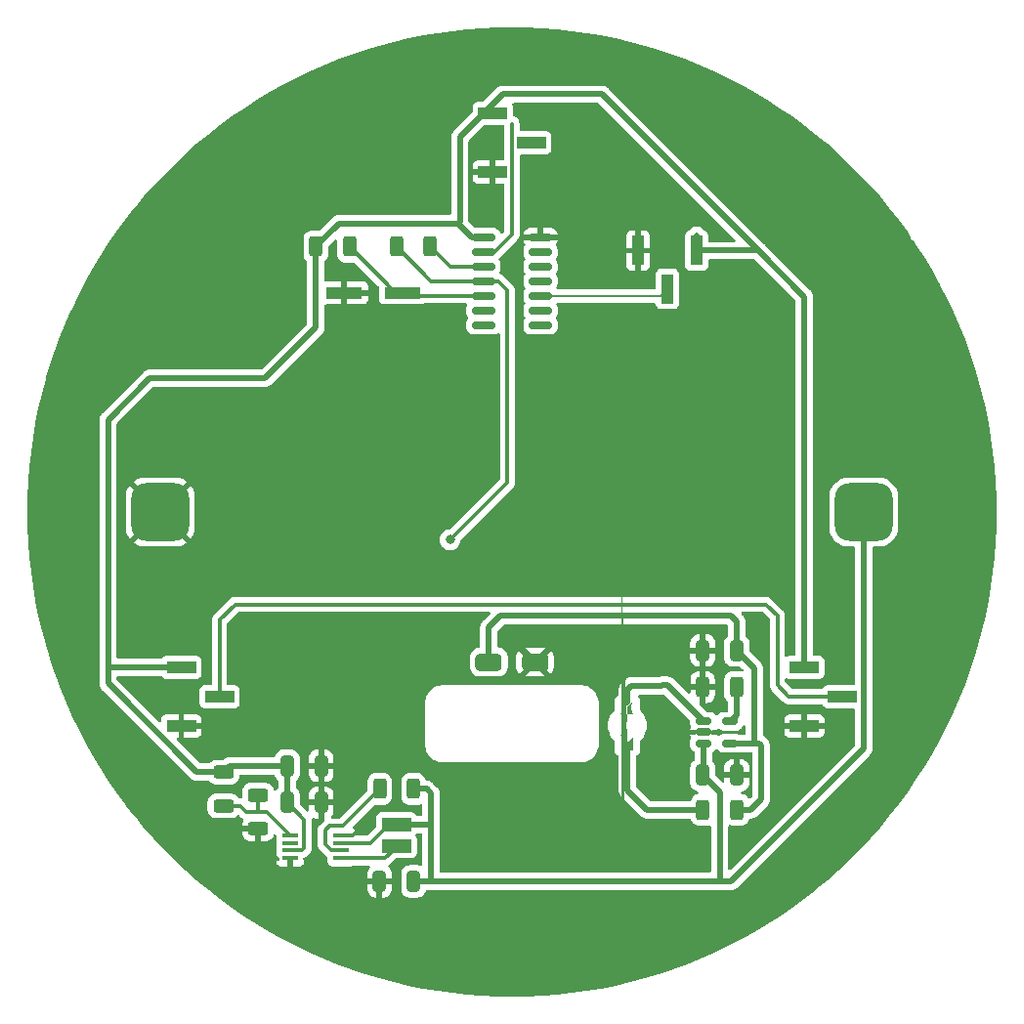
<source format=gbr>
%TF.GenerationSoftware,KiCad,Pcbnew,7.0.11*%
%TF.CreationDate,2024-08-27T07:46:35-07:00*%
%TF.ProjectId,nightLight,6e696768-744c-4696-9768-742e6b696361,rev?*%
%TF.SameCoordinates,Original*%
%TF.FileFunction,Copper,L1,Top*%
%TF.FilePolarity,Positive*%
%FSLAX46Y46*%
G04 Gerber Fmt 4.6, Leading zero omitted, Abs format (unit mm)*
G04 Created by KiCad (PCBNEW 7.0.11) date 2024-08-27 07:46:35*
%MOMM*%
%LPD*%
G01*
G04 APERTURE LIST*
G04 Aperture macros list*
%AMRoundRect*
0 Rectangle with rounded corners*
0 $1 Rounding radius*
0 $2 $3 $4 $5 $6 $7 $8 $9 X,Y pos of 4 corners*
0 Add a 4 corners polygon primitive as box body*
4,1,4,$2,$3,$4,$5,$6,$7,$8,$9,$2,$3,0*
0 Add four circle primitives for the rounded corners*
1,1,$1+$1,$2,$3*
1,1,$1+$1,$4,$5*
1,1,$1+$1,$6,$7*
1,1,$1+$1,$8,$9*
0 Add four rect primitives between the rounded corners*
20,1,$1+$1,$2,$3,$4,$5,0*
20,1,$1+$1,$4,$5,$6,$7,0*
20,1,$1+$1,$6,$7,$8,$9,0*
20,1,$1+$1,$8,$9,$2,$3,0*%
%AMFreePoly0*
4,1,56,0.543536,0.628536,0.545000,0.625000,0.545000,-0.625000,0.543536,-0.628536,0.540000,-0.630000,-0.535000,-0.630000,-0.536249,-0.629482,-0.537589,-0.629278,-0.537958,-0.628774,-0.538536,-0.628536,-0.539053,-0.627285,-0.539856,-0.626194,-0.539761,-0.625575,-0.540000,-0.625000,-0.539482,-0.623750,-0.539278,-0.622411,-0.516318,-0.584477,-0.495438,-0.546694,-0.476494,-0.507809,-0.457596,-0.468024,
-0.425721,-0.386344,-0.412802,-0.344605,-0.400822,-0.302675,-0.389871,-0.259868,-0.380915,-0.217079,-0.373945,-0.174260,-0.367970,-0.130446,-0.363990,-0.087668,-0.361997,-0.043835,-0.361001,0.000000,-0.361997,0.043835,-0.363990,0.087668,-0.367970,0.130446,-0.373945,0.174260,-0.380915,0.217079,-0.389871,0.259868,-0.400822,0.302675,-0.412808,0.344626,-0.425721,0.386344,-0.457596,0.468024,
-0.476495,0.507810,-0.495438,0.546694,-0.516318,0.584477,-0.539278,0.622411,-0.539482,0.623750,-0.540000,0.625000,-0.539761,0.625575,-0.539856,0.626194,-0.539053,0.627285,-0.538536,0.628536,-0.537958,0.628774,-0.537589,0.629278,-0.536249,0.629482,-0.535000,0.630000,0.540000,0.630000,0.543536,0.628536,0.543536,0.628536,$1*%
%AMFreePoly1*
4,1,56,0.536252,0.629481,0.537589,0.629277,0.537957,0.628775,0.538536,0.628536,0.539054,0.627284,0.539856,0.626194,0.539761,0.625576,0.540000,0.625000,0.539481,0.623747,0.539277,0.622411,0.516318,0.584477,0.495442,0.546703,0.476495,0.507810,0.457596,0.468024,0.425719,0.386340,0.412808,0.344627,0.400822,0.302675,0.389871,0.259868,0.380916,0.217084,0.373945,0.174260,
0.367970,0.130443,0.363989,0.087647,0.361997,0.043836,0.361001,0.000000,0.361997,-0.043836,0.363989,-0.087647,0.367970,-0.130443,0.373945,-0.174260,0.380916,-0.217084,0.389871,-0.259868,0.400822,-0.302675,0.412802,-0.344606,0.425719,-0.386340,0.457596,-0.468024,0.476495,-0.507810,0.495442,-0.546703,0.516318,-0.584477,0.539277,-0.622411,0.539481,-0.623747,0.540000,-0.625000,
0.539761,-0.625576,0.539856,-0.626194,0.539054,-0.627284,0.538536,-0.628536,0.537957,-0.628775,0.537589,-0.629277,0.536252,-0.629481,0.535000,-0.630000,-0.540000,-0.630000,-0.543536,-0.628536,-0.545000,-0.625000,-0.545000,0.625000,-0.543536,0.628536,-0.540000,0.630000,0.535000,0.630000,0.536252,0.629481,0.536252,0.629481,$1*%
G04 Aperture macros list end*
%TA.AperFunction,EtchedComponent*%
%ADD10C,0.000100*%
%TD*%
%TA.AperFunction,SMDPad,CuDef*%
%ADD11RoundRect,0.250000X-0.312500X-0.625000X0.312500X-0.625000X0.312500X0.625000X-0.312500X0.625000X0*%
%TD*%
%TA.AperFunction,SMDPad,CuDef*%
%ADD12RoundRect,0.250000X0.625000X-0.312500X0.625000X0.312500X-0.625000X0.312500X-0.625000X-0.312500X0*%
%TD*%
%TA.AperFunction,SMDPad,CuDef*%
%ADD13RoundRect,0.250000X0.325000X0.650000X-0.325000X0.650000X-0.325000X-0.650000X0.325000X-0.650000X0*%
%TD*%
%TA.AperFunction,SMDPad,CuDef*%
%ADD14R,2.500000X1.150000*%
%TD*%
%TA.AperFunction,SMDPad,CuDef*%
%ADD15RoundRect,0.381000X-0.762000X-0.381000X0.762000X-0.381000X0.762000X0.381000X-0.762000X0.381000X0*%
%TD*%
%TA.AperFunction,SMDPad,CuDef*%
%ADD16RoundRect,0.250000X0.312500X0.625000X-0.312500X0.625000X-0.312500X-0.625000X0.312500X-0.625000X0*%
%TD*%
%TA.AperFunction,SMDPad,CuDef*%
%ADD17FreePoly0,270.000000*%
%TD*%
%TA.AperFunction,SMDPad,CuDef*%
%ADD18FreePoly1,270.000000*%
%TD*%
%TA.AperFunction,SMDPad,CuDef*%
%ADD19RoundRect,0.250000X-0.325000X-0.650000X0.325000X-0.650000X0.325000X0.650000X-0.325000X0.650000X0*%
%TD*%
%TA.AperFunction,SMDPad,CuDef*%
%ADD20R,1.425000X0.450000*%
%TD*%
%TA.AperFunction,SMDPad,CuDef*%
%ADD21RoundRect,0.150000X-0.825000X-0.150000X0.825000X-0.150000X0.825000X0.150000X-0.825000X0.150000X0*%
%TD*%
%TA.AperFunction,SMDPad,CuDef*%
%ADD22R,1.000000X2.510000*%
%TD*%
%TA.AperFunction,SMDPad,CuDef*%
%ADD23R,2.510000X1.000000*%
%TD*%
%TA.AperFunction,SMDPad,CuDef*%
%ADD24RoundRect,0.150000X-0.512500X-0.150000X0.512500X-0.150000X0.512500X0.150000X-0.512500X0.150000X0*%
%TD*%
%TA.AperFunction,SMDPad,CuDef*%
%ADD25RoundRect,1.250000X-1.250000X-1.250000X1.250000X-1.250000X1.250000X1.250000X-1.250000X1.250000X0*%
%TD*%
%TA.AperFunction,SMDPad,CuDef*%
%ADD26R,3.150000X1.000000*%
%TD*%
%TA.AperFunction,ComponentPad*%
%ADD27C,0.800000*%
%TD*%
%TA.AperFunction,Conductor*%
%ADD28C,0.300000*%
%TD*%
%TA.AperFunction,Conductor*%
%ADD29C,0.500000*%
%TD*%
%TA.AperFunction,Conductor*%
%ADD30C,0.200000*%
%TD*%
G04 APERTURE END LIST*
D10*
%TO.C,D1*%
X159450000Y-117425000D02*
X159375000Y-117475000D01*
%TD*%
D11*
%TO.P,R2,1*%
%TO.N,+5V*%
X133000000Y-77000000D03*
%TO.P,R2,2*%
%TO.N,Net-(U2-PA7)*%
X135925000Y-77000000D03*
%TD*%
D12*
%TO.P,R4,1*%
%TO.N,Net-(IC1-FB)*%
X125000000Y-125462500D03*
%TO.P,R4,2*%
%TO.N,+5V*%
X125000000Y-122537500D03*
%TD*%
D13*
%TO.P,C1,1*%
%TO.N,VBATT*%
X141475000Y-132000000D03*
%TO.P,C1,2*%
%TO.N,GND*%
X138525000Y-132000000D03*
%TD*%
D14*
%TO.P,L1,1,1*%
%TO.N,VBATT*%
X140000000Y-127075000D03*
%TO.P,L1,2,2*%
%TO.N,Net-(IC1-LX)*%
X140000000Y-128925000D03*
%TD*%
D15*
%TO.P,U1,1,V+*%
%TO.N,Net-(U1-V+)*%
X148000000Y-113000000D03*
%TO.P,U1,2,GND*%
%TO.N,GND*%
X152000000Y-113000000D03*
%TD*%
D16*
%TO.P,R1,1*%
%TO.N,Net-(U2-PA5)*%
X142925000Y-77000000D03*
%TO.P,R1,2*%
%TO.N,Net-(U2-PA6)*%
X140000000Y-77000000D03*
%TD*%
D17*
%TO.P,D1,A*%
%TO.N,Net-(D1-PadA)*%
X160000000Y-120060000D03*
D18*
%TO.P,D1,C*%
%TO.N,Net-(U3-STAT)*%
X160000000Y-116940000D03*
%TD*%
D19*
%TO.P,C4,1*%
%TO.N,VBATT*%
X166525000Y-122800000D03*
%TO.P,C4,2*%
%TO.N,GND*%
X169475000Y-122800000D03*
%TD*%
D20*
%TO.P,IC1,1,LX*%
%TO.N,Net-(IC1-LX)*%
X135212000Y-129975000D03*
%TO.P,IC1,2,EN*%
%TO.N,Net-(IC1-EN)*%
X135212000Y-129325000D03*
%TO.P,IC1,3,VIN*%
%TO.N,VBATT*%
X135212000Y-128675000D03*
%TO.P,IC1,4,AGND*%
%TO.N,GND*%
X135212000Y-128025000D03*
%TO.P,IC1,5,FB*%
%TO.N,Net-(IC1-FB)*%
X130788000Y-128025000D03*
%TO.P,IC1,6,RSET*%
%TO.N,unconnected-(IC1-RSET-Pad6)*%
X130788000Y-128675000D03*
%TO.P,IC1,7,OUT*%
%TO.N,+5V*%
X130788000Y-129325000D03*
%TO.P,IC1,8,PGND*%
%TO.N,GND*%
X130788000Y-129975000D03*
%TD*%
D21*
%TO.P,U2,1,VCC*%
%TO.N,+5V*%
X147525000Y-76190000D03*
%TO.P,U2,2,PA4*%
%TO.N,Net-(J1-Pin_2)*%
X147525000Y-77460000D03*
%TO.P,U2,3,PA5*%
%TO.N,Net-(U2-PA5)*%
X147525000Y-78730000D03*
%TO.P,U2,4,PA6*%
%TO.N,Net-(U2-PA6)*%
X147525000Y-80000000D03*
%TO.P,U2,5,PA7*%
%TO.N,Net-(U2-PA7)*%
X147525000Y-81270000D03*
%TO.P,U2,6,PB3*%
%TO.N,unconnected-(U2-PB3-Pad6)*%
X147525000Y-82540000D03*
%TO.P,U2,7,PB2*%
%TO.N,unconnected-(U2-PB2-Pad7)*%
X147525000Y-83810000D03*
%TO.P,U2,8,PB1*%
%TO.N,unconnected-(U2-PB1-Pad8)*%
X152475000Y-83810000D03*
%TO.P,U2,9,PB0*%
%TO.N,unconnected-(U2-PB0-Pad9)*%
X152475000Y-82540000D03*
%TO.P,U2,10,~{RESET}/PA0*%
%TO.N,Net-(J4-Pin_2)*%
X152475000Y-81270000D03*
%TO.P,U2,11,PA1*%
%TO.N,unconnected-(U2-PA1-Pad11)*%
X152475000Y-80000000D03*
%TO.P,U2,12,PA2*%
%TO.N,unconnected-(U2-PA2-Pad12)*%
X152475000Y-78730000D03*
%TO.P,U2,13,PA3*%
%TO.N,unconnected-(U2-PA3-Pad13)*%
X152475000Y-77460000D03*
%TO.P,U2,14,GND*%
%TO.N,GND*%
X152475000Y-76190000D03*
%TD*%
D16*
%TO.P,R6,1*%
%TO.N,Net-(U3-PROG)*%
X169442500Y-115181250D03*
%TO.P,R6,2*%
%TO.N,GND*%
X166517500Y-115181250D03*
%TD*%
D22*
%TO.P,J4,1,Pin_1*%
%TO.N,+5V*%
X166000000Y-77345000D03*
%TO.P,J4,2,Pin_2*%
%TO.N,Net-(J4-Pin_2)*%
X163460000Y-80655000D03*
%TO.P,J4,3,Pin_3*%
%TO.N,GND*%
X160920000Y-77345000D03*
%TD*%
D12*
%TO.P,R5,1*%
%TO.N,GND*%
X128000000Y-127462500D03*
%TO.P,R5,2*%
%TO.N,Net-(IC1-FB)*%
X128000000Y-124537500D03*
%TD*%
D23*
%TO.P,J2,1,Pin_1*%
%TO.N,+5V*%
X175345000Y-113460000D03*
%TO.P,J2,2,Pin_2*%
%TO.N,Net-(J2-Pin_2)*%
X178655000Y-116000000D03*
%TO.P,J2,3,Pin_3*%
%TO.N,GND*%
X175345000Y-118540000D03*
%TD*%
D16*
%TO.P,R7,1*%
%TO.N,Net-(U1-V+)*%
X169500000Y-125800000D03*
%TO.P,R7,2*%
%TO.N,Net-(D1-PadA)*%
X166537500Y-125800000D03*
%TD*%
D23*
%TO.P,J3,1,Pin_1*%
%TO.N,+5V*%
X121345000Y-113460000D03*
%TO.P,J3,2,Pin_2*%
%TO.N,Net-(J2-Pin_2)*%
X124655000Y-116000000D03*
%TO.P,J3,3,Pin_3*%
%TO.N,GND*%
X121345000Y-118540000D03*
%TD*%
D24*
%TO.P,U3,1,STAT*%
%TO.N,Net-(U3-STAT)*%
X166612500Y-118137500D03*
%TO.P,U3,2,V_{SS}*%
%TO.N,GND*%
X166612500Y-119087500D03*
%TO.P,U3,3,V_{BAT}*%
%TO.N,VBATT*%
X166612500Y-120037500D03*
%TO.P,U3,4,V_{DD}*%
%TO.N,Net-(U1-V+)*%
X168887500Y-120037500D03*
%TO.P,U3,5,PROG*%
%TO.N,Net-(U3-PROG)*%
X168887500Y-118137500D03*
%TD*%
D19*
%TO.P,C3,1*%
%TO.N,+5V*%
X130525000Y-122000000D03*
%TO.P,C3,2*%
%TO.N,GND*%
X133475000Y-122000000D03*
%TD*%
D13*
%TO.P,C5,1*%
%TO.N,Net-(U1-V+)*%
X169475000Y-112000000D03*
%TO.P,C5,2*%
%TO.N,GND*%
X166525000Y-112000000D03*
%TD*%
D25*
%TO.P,BT1,1,+*%
%TO.N,VBATT*%
X180480000Y-100000000D03*
%TO.P,BT1,2,-*%
%TO.N,GND*%
X119520000Y-100000000D03*
%TD*%
D26*
%TO.P,SW2,1,1*%
%TO.N,Net-(U2-PA7)*%
X140525000Y-81000000D03*
%TO.P,SW2,2,2*%
%TO.N,GND*%
X135475000Y-81000000D03*
%TD*%
D19*
%TO.P,C2,1*%
%TO.N,+5V*%
X130525000Y-125175000D03*
%TO.P,C2,2*%
%TO.N,GND*%
X133475000Y-125175000D03*
%TD*%
D23*
%TO.P,J1,1,Pin_1*%
%TO.N,+5V*%
X148345000Y-65460000D03*
%TO.P,J1,2,Pin_2*%
%TO.N,Net-(J1-Pin_2)*%
X151655000Y-68000000D03*
%TO.P,J1,3,Pin_3*%
%TO.N,GND*%
X148345000Y-70540000D03*
%TD*%
D16*
%TO.P,R3,1*%
%TO.N,VBATT*%
X141462500Y-124000000D03*
%TO.P,R3,2*%
%TO.N,Net-(IC1-EN)*%
X138537500Y-124000000D03*
%TD*%
D27*
%TO.P,B1,1*%
%TO.N,Net-(U2-PA6)*%
X144642685Y-102400527D03*
%TD*%
D28*
%TO.N,Net-(U2-PA6)*%
X149600000Y-80800000D02*
X149600000Y-97443212D01*
X148800000Y-80000000D02*
X149600000Y-80800000D01*
X147525000Y-80000000D02*
X148800000Y-80000000D01*
X149600000Y-97443212D02*
X144642685Y-102400527D01*
X147525000Y-80000000D02*
X143000000Y-80000000D01*
X143000000Y-80000000D02*
X140000000Y-77000000D01*
D29*
%TO.N,VBATT*%
X143000000Y-127000000D02*
X143000000Y-124400000D01*
D28*
X137725000Y-128675000D02*
X135212000Y-128675000D01*
D29*
X143000000Y-132000000D02*
X168000000Y-132000000D01*
X166612500Y-120037500D02*
X166612500Y-122712500D01*
X169000000Y-132000000D02*
X180480000Y-120520000D01*
X166612500Y-122712500D02*
X166525000Y-122800000D01*
X168000000Y-124275000D02*
X168000000Y-132000000D01*
X140000000Y-127075000D02*
X142925000Y-127075000D01*
D28*
X139325000Y-127075000D02*
X137725000Y-128675000D01*
X140000000Y-127075000D02*
X139325000Y-127075000D01*
D29*
X142600000Y-124000000D02*
X141462500Y-124000000D01*
X166525000Y-122800000D02*
X168000000Y-124275000D01*
X168000000Y-132000000D02*
X169000000Y-132000000D01*
X180480000Y-120520000D02*
X180480000Y-100000000D01*
X143000000Y-124400000D02*
X142600000Y-124000000D01*
X143000000Y-132000000D02*
X141475000Y-132000000D01*
X142925000Y-127075000D02*
X143000000Y-127000000D01*
X143000000Y-127000000D02*
X143000000Y-132000000D01*
D28*
%TO.N,GND*%
X136175000Y-128025000D02*
X136800000Y-127400000D01*
X135212000Y-128025000D02*
X136175000Y-128025000D01*
D29*
%TO.N,+5V*%
X133000000Y-84000000D02*
X128600000Y-88400000D01*
X130525000Y-122000000D02*
X125537500Y-122000000D01*
X147525000Y-76190000D02*
X146550001Y-76190000D01*
X130525000Y-122000000D02*
X130525000Y-125175000D01*
X171345000Y-77345000D02*
X166000000Y-77345000D01*
X175345000Y-81345000D02*
X171345000Y-77345000D01*
X115000000Y-92000000D02*
X115000000Y-113000000D01*
X149200000Y-63800000D02*
X145475000Y-67525000D01*
X118600000Y-88400000D02*
X115000000Y-92000000D01*
X171345000Y-77345000D02*
X157800000Y-63800000D01*
X135000000Y-75000000D02*
X133000000Y-77000000D01*
D28*
X131800500Y-129325000D02*
X132000000Y-129125500D01*
D29*
X115060000Y-113460000D02*
X115000000Y-113400000D01*
X157800000Y-63800000D02*
X149200000Y-63800000D01*
X115000000Y-114850000D02*
X115000000Y-113400000D01*
X145475000Y-74885001D02*
X145360001Y-75000000D01*
X125537500Y-122000000D02*
X125000000Y-122537500D01*
X121345000Y-113460000D02*
X115060000Y-113460000D01*
X175345000Y-86000000D02*
X175345000Y-81345000D01*
X166000000Y-77345000D02*
X166000000Y-76000000D01*
X175345000Y-113460000D02*
X175345000Y-86000000D01*
X145360001Y-75000000D02*
X135000000Y-75000000D01*
D28*
X130788000Y-129325000D02*
X131800500Y-129325000D01*
D29*
X125000000Y-122537500D02*
X122687500Y-122537500D01*
X133000000Y-77000000D02*
X133000000Y-84000000D01*
D28*
X132000000Y-129125500D02*
X132000000Y-126650000D01*
D29*
X145475000Y-67525000D02*
X145475000Y-74885001D01*
X146550001Y-76190000D02*
X145360001Y-75000000D01*
D28*
X132000000Y-126650000D02*
X130525000Y-125175000D01*
D29*
X115000000Y-113400000D02*
X115000000Y-113000000D01*
X122687500Y-122537500D02*
X115000000Y-114850000D01*
X128600000Y-88400000D02*
X118600000Y-88400000D01*
%TO.N,Net-(U1-V+)*%
X170700000Y-125800000D02*
X169500000Y-125800000D01*
X171437500Y-120037500D02*
X170500000Y-120037500D01*
X169475000Y-112000000D02*
X169475000Y-109475000D01*
X169475000Y-109475000D02*
X169000000Y-109000000D01*
X149000000Y-109000000D02*
X148000000Y-110000000D01*
X169475000Y-112000000D02*
X171000000Y-113525000D01*
X171600000Y-120200000D02*
X171600000Y-124900000D01*
X148000000Y-110000000D02*
X148000000Y-113000000D01*
X171600000Y-124900000D02*
X170700000Y-125800000D01*
X170500000Y-120037500D02*
X168887500Y-120037500D01*
X171600000Y-120200000D02*
X171437500Y-120037500D01*
X171000000Y-120037500D02*
X170500000Y-120037500D01*
X169000000Y-109000000D02*
X149000000Y-109000000D01*
X171300000Y-120037500D02*
X171000000Y-120037500D01*
X171000000Y-113525000D02*
X171000000Y-120037500D01*
D28*
%TO.N,Net-(IC1-LX)*%
X140000000Y-128925000D02*
X140000000Y-129000000D01*
X139025000Y-129975000D02*
X135212000Y-129975000D01*
X140000000Y-129000000D02*
X139025000Y-129975000D01*
%TO.N,Net-(IC1-EN)*%
X138537500Y-124000000D02*
X135337500Y-127200000D01*
X133800000Y-127600000D02*
X133800000Y-128800000D01*
X135337500Y-127200000D02*
X134200000Y-127200000D01*
X134200000Y-127200000D02*
X133800000Y-127600000D01*
X134325000Y-129325000D02*
X135212000Y-129325000D01*
X133800000Y-128800000D02*
X134325000Y-129325000D01*
%TO.N,Net-(IC1-FB)*%
X128000000Y-124537500D02*
X128000000Y-126000000D01*
X128000000Y-126000000D02*
X128763000Y-126000000D01*
X127000000Y-126000000D02*
X126462500Y-125462500D01*
X128763000Y-126000000D02*
X130788000Y-128025000D01*
X128000000Y-126000000D02*
X127000000Y-126000000D01*
X126462500Y-125462500D02*
X125000000Y-125462500D01*
%TO.N,Net-(J1-Pin_2)*%
X150000000Y-75959999D02*
X150000000Y-66345000D01*
X147525000Y-77460000D02*
X148499999Y-77460000D01*
X148499999Y-77460000D02*
X150000000Y-75959999D01*
%TO.N,Net-(J2-Pin_2)*%
X174000000Y-116000000D02*
X173000000Y-115000000D01*
X178655000Y-116000000D02*
X174000000Y-116000000D01*
X171000000Y-108000000D02*
X126000000Y-108000000D01*
X172000000Y-108000000D02*
X171000000Y-108000000D01*
X124655000Y-109345000D02*
X124655000Y-116000000D01*
X173000000Y-115000000D02*
X173000000Y-109000000D01*
X173000000Y-109000000D02*
X172000000Y-108000000D01*
X126000000Y-108000000D02*
X124655000Y-109345000D01*
%TO.N,Net-(U2-PA7)*%
X147525000Y-81270000D02*
X140795000Y-81270000D01*
X140795000Y-81270000D02*
X140525000Y-81000000D01*
X139925000Y-81000000D02*
X140525000Y-81000000D01*
X135925000Y-77000000D02*
X139925000Y-81000000D01*
D29*
%TO.N,Net-(U3-PROG)*%
X169442500Y-117582500D02*
X168887500Y-118137500D01*
X169442500Y-115181250D02*
X169442500Y-117582500D01*
D30*
%TO.N,Net-(J4-Pin_2)*%
X152475000Y-81270000D02*
X162845000Y-81270000D01*
X162845000Y-81270000D02*
X163460000Y-80655000D01*
D28*
%TO.N,Net-(U2-PA5)*%
X144655000Y-78730000D02*
X142925000Y-77000000D01*
X147525000Y-78730000D02*
X144655000Y-78730000D01*
D29*
%TO.N,Net-(U3-STAT)*%
X160000000Y-115400000D02*
X160000000Y-116547559D01*
X160352441Y-115047559D02*
X160000000Y-115400000D01*
X163475000Y-115000000D02*
X163000000Y-115000000D01*
X162952441Y-115047559D02*
X160352441Y-115047559D01*
X163000000Y-115000000D02*
X162952441Y-115047559D01*
X166612500Y-118137500D02*
X163475000Y-115000000D01*
%TO.N,Net-(D1-PadA)*%
X161700000Y-125800000D02*
X160000000Y-124100000D01*
X166537500Y-125800000D02*
X161700000Y-125800000D01*
X160000000Y-124100000D02*
X160000000Y-120455200D01*
%TD*%
%TA.AperFunction,Conductor*%
%TO.N,GND*%
G36*
X171746231Y-108670185D02*
G01*
X171766873Y-108686819D01*
X172313181Y-109233127D01*
X172346666Y-109294450D01*
X172349500Y-109320808D01*
X172349500Y-114914494D01*
X172347732Y-114930505D01*
X172347974Y-114930528D01*
X172347240Y-114938294D01*
X172349439Y-115008262D01*
X172349500Y-115012157D01*
X172349500Y-115040920D01*
X172349501Y-115040938D01*
X172350053Y-115045311D01*
X172350968Y-115056941D01*
X172352402Y-115102567D01*
X172352403Y-115102570D01*
X172358323Y-115122948D01*
X172362268Y-115141996D01*
X172364928Y-115163054D01*
X172364931Y-115163065D01*
X172381737Y-115205514D01*
X172385520Y-115216563D01*
X172398254Y-115260395D01*
X172398255Y-115260397D01*
X172409060Y-115278666D01*
X172417617Y-115296134D01*
X172423226Y-115310300D01*
X172425432Y-115315872D01*
X172452266Y-115352806D01*
X172458678Y-115362568D01*
X172475718Y-115391381D01*
X172481919Y-115401865D01*
X172481923Y-115401869D01*
X172496925Y-115416871D01*
X172509563Y-115431669D01*
X172522033Y-115448833D01*
X172522036Y-115448837D01*
X172557213Y-115477937D01*
X172565854Y-115485800D01*
X173479564Y-116399510D01*
X173489635Y-116412080D01*
X173489822Y-116411926D01*
X173494795Y-116417937D01*
X173494797Y-116417939D01*
X173494798Y-116417940D01*
X173544061Y-116464201D01*
X173545832Y-116465864D01*
X173548629Y-116468575D01*
X173568968Y-116488914D01*
X173572451Y-116491616D01*
X173581327Y-116499197D01*
X173593846Y-116510953D01*
X173614607Y-116530448D01*
X173633198Y-116540668D01*
X173649463Y-116551352D01*
X173666234Y-116564361D01*
X173666237Y-116564363D01*
X173708144Y-116582497D01*
X173718618Y-116587628D01*
X173758632Y-116609627D01*
X173779193Y-116614905D01*
X173797597Y-116621207D01*
X173817074Y-116629636D01*
X173862178Y-116636779D01*
X173873597Y-116639144D01*
X173917823Y-116650500D01*
X173939045Y-116650500D01*
X173958442Y-116652026D01*
X173979405Y-116655347D01*
X174024863Y-116651049D01*
X174036531Y-116650500D01*
X176835859Y-116650500D01*
X176902898Y-116670185D01*
X176948653Y-116722989D01*
X176952030Y-116731140D01*
X176956204Y-116742331D01*
X176956205Y-116742332D01*
X176956206Y-116742335D01*
X177042452Y-116857544D01*
X177042455Y-116857547D01*
X177157664Y-116943793D01*
X177157671Y-116943797D01*
X177292517Y-116994091D01*
X177292516Y-116994091D01*
X177299444Y-116994835D01*
X177352127Y-117000500D01*
X179605500Y-117000499D01*
X179672539Y-117020184D01*
X179718294Y-117072987D01*
X179729500Y-117124499D01*
X179729500Y-120157770D01*
X179709815Y-120224809D01*
X179693181Y-120245451D01*
X168962181Y-130976451D01*
X168900858Y-131009936D01*
X168831166Y-131004952D01*
X168775233Y-130963080D01*
X168750816Y-130897616D01*
X168750500Y-130888770D01*
X168750500Y-127242543D01*
X168770185Y-127175504D01*
X168822989Y-127129749D01*
X168892147Y-127119805D01*
X168913498Y-127124835D01*
X169034703Y-127164999D01*
X169137491Y-127175500D01*
X169862508Y-127175499D01*
X169862516Y-127175498D01*
X169862519Y-127175498D01*
X169926492Y-127168963D01*
X169965297Y-127164999D01*
X170131834Y-127109814D01*
X170281156Y-127017712D01*
X170405212Y-126893656D01*
X170497314Y-126744334D01*
X170532695Y-126637559D01*
X170572466Y-126580117D01*
X170636982Y-126553293D01*
X170668368Y-126553874D01*
X170678023Y-126555289D01*
X170727369Y-126550971D01*
X170738176Y-126550500D01*
X170743704Y-126550500D01*
X170743709Y-126550500D01*
X170774556Y-126546893D01*
X170778030Y-126546539D01*
X170852797Y-126539999D01*
X170852805Y-126539996D01*
X170859866Y-126538539D01*
X170859878Y-126538598D01*
X170867243Y-126536965D01*
X170867229Y-126536906D01*
X170874249Y-126535241D01*
X170874255Y-126535241D01*
X170944779Y-126509572D01*
X170948117Y-126508412D01*
X171019334Y-126484814D01*
X171019342Y-126484808D01*
X171025882Y-126481760D01*
X171025908Y-126481816D01*
X171032690Y-126478532D01*
X171032663Y-126478478D01*
X171039113Y-126475238D01*
X171039117Y-126475237D01*
X171101837Y-126433984D01*
X171104732Y-126432140D01*
X171168656Y-126392712D01*
X171168662Y-126392705D01*
X171174325Y-126388229D01*
X171174362Y-126388277D01*
X171180204Y-126383518D01*
X171180164Y-126383471D01*
X171185686Y-126378835D01*
X171185696Y-126378830D01*
X171237187Y-126324251D01*
X171239632Y-126321734D01*
X172085642Y-125475724D01*
X172099257Y-125463958D01*
X172118530Y-125449610D01*
X172150383Y-125411648D01*
X172157671Y-125403694D01*
X172161590Y-125399777D01*
X172180786Y-125375499D01*
X172180811Y-125375467D01*
X172183094Y-125372664D01*
X172205688Y-125345739D01*
X172231302Y-125315214D01*
X172231303Y-125315211D01*
X172235272Y-125309179D01*
X172235323Y-125309212D01*
X172239369Y-125302860D01*
X172239317Y-125302828D01*
X172243105Y-125296683D01*
X172243111Y-125296677D01*
X172274829Y-125228655D01*
X172276369Y-125225476D01*
X172310040Y-125158433D01*
X172310043Y-125158417D01*
X172312510Y-125151644D01*
X172312568Y-125151665D01*
X172315043Y-125144546D01*
X172314985Y-125144527D01*
X172317255Y-125137677D01*
X172325036Y-125099991D01*
X172332431Y-125064171D01*
X172333186Y-125060767D01*
X172350500Y-124987721D01*
X172350500Y-124987719D01*
X172350501Y-124987715D01*
X172351339Y-124980548D01*
X172351397Y-124980554D01*
X172352164Y-124973056D01*
X172352104Y-124973051D01*
X172352733Y-124965860D01*
X172350552Y-124890889D01*
X172350500Y-124887283D01*
X172350500Y-120263705D01*
X172351809Y-120245735D01*
X172354874Y-120224809D01*
X172355289Y-120221977D01*
X172354165Y-120209132D01*
X172350972Y-120172630D01*
X172350500Y-120161822D01*
X172350500Y-120156296D01*
X172350500Y-120156291D01*
X172346901Y-120125509D01*
X172346536Y-120121929D01*
X172339999Y-120047201D01*
X172338539Y-120040129D01*
X172338597Y-120040116D01*
X172336965Y-120032757D01*
X172336906Y-120032772D01*
X172335241Y-120025751D01*
X172335241Y-120025745D01*
X172309569Y-119955212D01*
X172308421Y-119951909D01*
X172284814Y-119880666D01*
X172284810Y-119880659D01*
X172281760Y-119874118D01*
X172281815Y-119874091D01*
X172278533Y-119867313D01*
X172278480Y-119867340D01*
X172275235Y-119860880D01*
X172234025Y-119798223D01*
X172232086Y-119795181D01*
X172192712Y-119731345D01*
X172192711Y-119731344D01*
X172192710Y-119731342D01*
X172188234Y-119725682D01*
X172188281Y-119725644D01*
X172183515Y-119719794D01*
X172183470Y-119719833D01*
X172178834Y-119714308D01*
X172124260Y-119662819D01*
X172121674Y-119660306D01*
X172013229Y-119551861D01*
X172001447Y-119538228D01*
X171987109Y-119518969D01*
X171949167Y-119487132D01*
X171941185Y-119479817D01*
X171937280Y-119475911D01*
X171912943Y-119456668D01*
X171910147Y-119454390D01*
X171852714Y-119406198D01*
X171846680Y-119402229D01*
X171846712Y-119402180D01*
X171840353Y-119398128D01*
X171840322Y-119398179D01*
X171834178Y-119394389D01*
X171822090Y-119388752D01*
X171769653Y-119342577D01*
X171750500Y-119276372D01*
X171750500Y-118790000D01*
X173590000Y-118790000D01*
X173590000Y-119087844D01*
X173596401Y-119147372D01*
X173596403Y-119147379D01*
X173646645Y-119282086D01*
X173646649Y-119282093D01*
X173732809Y-119397187D01*
X173732812Y-119397190D01*
X173847906Y-119483350D01*
X173847913Y-119483354D01*
X173982620Y-119533596D01*
X173982627Y-119533598D01*
X174042155Y-119539999D01*
X174042172Y-119540000D01*
X175095000Y-119540000D01*
X175095000Y-118790000D01*
X175595000Y-118790000D01*
X175595000Y-119540000D01*
X176647828Y-119540000D01*
X176647844Y-119539999D01*
X176707372Y-119533598D01*
X176707379Y-119533596D01*
X176842086Y-119483354D01*
X176842093Y-119483350D01*
X176957187Y-119397190D01*
X176957190Y-119397187D01*
X177043350Y-119282093D01*
X177043354Y-119282086D01*
X177093596Y-119147379D01*
X177093598Y-119147372D01*
X177099999Y-119087844D01*
X177100000Y-119087827D01*
X177100000Y-118790000D01*
X175595000Y-118790000D01*
X175095000Y-118790000D01*
X173590000Y-118790000D01*
X171750500Y-118790000D01*
X171750500Y-118290000D01*
X173590000Y-118290000D01*
X175095000Y-118290000D01*
X175095000Y-117540000D01*
X175595000Y-117540000D01*
X175595000Y-118290000D01*
X177100000Y-118290000D01*
X177100000Y-117992172D01*
X177099999Y-117992155D01*
X177093598Y-117932627D01*
X177093596Y-117932620D01*
X177043354Y-117797913D01*
X177043350Y-117797906D01*
X176957190Y-117682812D01*
X176957187Y-117682809D01*
X176842093Y-117596649D01*
X176842086Y-117596645D01*
X176707379Y-117546403D01*
X176707372Y-117546401D01*
X176647844Y-117540000D01*
X175595000Y-117540000D01*
X175095000Y-117540000D01*
X174042155Y-117540000D01*
X173982627Y-117546401D01*
X173982620Y-117546403D01*
X173847913Y-117596645D01*
X173847906Y-117596649D01*
X173732812Y-117682809D01*
X173732809Y-117682812D01*
X173646649Y-117797906D01*
X173646645Y-117797913D01*
X173596403Y-117932620D01*
X173596401Y-117932627D01*
X173590000Y-117992155D01*
X173590000Y-118290000D01*
X171750500Y-118290000D01*
X171750500Y-113588705D01*
X171751809Y-113570735D01*
X171752129Y-113568547D01*
X171755289Y-113546977D01*
X171750972Y-113497630D01*
X171750500Y-113486822D01*
X171750500Y-113481296D01*
X171750500Y-113481291D01*
X171746901Y-113450509D01*
X171746536Y-113446929D01*
X171739999Y-113372201D01*
X171738539Y-113365129D01*
X171738597Y-113365116D01*
X171736965Y-113357757D01*
X171736906Y-113357772D01*
X171735241Y-113350751D01*
X171735241Y-113350745D01*
X171709569Y-113280212D01*
X171708421Y-113276909D01*
X171684814Y-113205666D01*
X171684810Y-113205659D01*
X171681760Y-113199118D01*
X171681815Y-113199091D01*
X171678533Y-113192313D01*
X171678480Y-113192340D01*
X171675235Y-113185880D01*
X171634025Y-113123223D01*
X171632086Y-113120181D01*
X171631146Y-113118657D01*
X171592712Y-113056345D01*
X171592711Y-113056344D01*
X171592710Y-113056342D01*
X171588234Y-113050682D01*
X171588281Y-113050644D01*
X171583519Y-113044799D01*
X171583474Y-113044838D01*
X171578831Y-113039305D01*
X171524273Y-112987832D01*
X171521686Y-112985319D01*
X170586818Y-112050450D01*
X170553333Y-111989127D01*
X170550499Y-111962769D01*
X170550499Y-111299998D01*
X170550498Y-111299981D01*
X170539999Y-111197203D01*
X170539998Y-111197200D01*
X170484814Y-111030666D01*
X170392712Y-110881344D01*
X170268656Y-110757288D01*
X170263549Y-110752181D01*
X170265435Y-110750294D01*
X170232212Y-110703375D01*
X170225500Y-110663132D01*
X170225500Y-109538705D01*
X170226809Y-109520735D01*
X170229813Y-109500224D01*
X170230289Y-109496977D01*
X170230228Y-109496284D01*
X170225972Y-109447635D01*
X170225500Y-109436826D01*
X170225500Y-109431296D01*
X170225500Y-109431291D01*
X170221898Y-109400478D01*
X170221534Y-109396915D01*
X170219167Y-109369858D01*
X170214998Y-109322202D01*
X170214995Y-109322195D01*
X170213538Y-109315133D01*
X170213597Y-109315120D01*
X170211967Y-109307764D01*
X170211908Y-109307779D01*
X170210241Y-109300747D01*
X170210241Y-109300745D01*
X170184563Y-109230196D01*
X170183424Y-109226918D01*
X170159814Y-109155665D01*
X170159813Y-109155663D01*
X170156763Y-109149121D01*
X170156817Y-109149095D01*
X170153533Y-109142312D01*
X170153480Y-109142340D01*
X170150238Y-109135885D01*
X170150237Y-109135883D01*
X170108994Y-109073176D01*
X170107118Y-109070232D01*
X170067711Y-109006344D01*
X170067708Y-109006341D01*
X170063233Y-109000681D01*
X170063280Y-109000643D01*
X170058519Y-108994799D01*
X170058474Y-108994838D01*
X170053831Y-108989305D01*
X170052265Y-108987828D01*
X169999274Y-108937833D01*
X169996687Y-108935320D01*
X169923548Y-108862181D01*
X169890063Y-108800858D01*
X169895047Y-108731166D01*
X169936919Y-108675233D01*
X170002383Y-108650816D01*
X170011229Y-108650500D01*
X170917823Y-108650500D01*
X171679192Y-108650500D01*
X171746231Y-108670185D01*
G37*
%TD.AperFunction*%
%TA.AperFunction,Conductor*%
G36*
X163198359Y-115794230D02*
G01*
X163231583Y-115817951D01*
X165413181Y-117999549D01*
X165446666Y-118060872D01*
X165449500Y-118087230D01*
X165449500Y-118353201D01*
X165452401Y-118390067D01*
X165452402Y-118390073D01*
X165498254Y-118547893D01*
X165498256Y-118547899D01*
X165499426Y-118549877D01*
X165499869Y-118551626D01*
X165501353Y-118555054D01*
X165500799Y-118555293D01*
X165516603Y-118617602D01*
X165501249Y-118669895D01*
X165501817Y-118670141D01*
X165499827Y-118674739D01*
X165499428Y-118676099D01*
X165498722Y-118677291D01*
X165498716Y-118677306D01*
X165452900Y-118835005D01*
X165452899Y-118835011D01*
X165452704Y-118837498D01*
X165452705Y-118837500D01*
X165718185Y-118837500D01*
X165781306Y-118854768D01*
X165839602Y-118889244D01*
X165881224Y-118901336D01*
X165997426Y-118935097D01*
X165997429Y-118935097D01*
X165997431Y-118935098D01*
X166034306Y-118938000D01*
X166034314Y-118938000D01*
X167190686Y-118938000D01*
X167190694Y-118938000D01*
X167227569Y-118935098D01*
X167227571Y-118935097D01*
X167227573Y-118935097D01*
X167269191Y-118923005D01*
X167385398Y-118889244D01*
X167443694Y-118854768D01*
X167506815Y-118837500D01*
X167772294Y-118837500D01*
X167796557Y-118811252D01*
X167856518Y-118775385D01*
X167926352Y-118777629D01*
X167966012Y-118802030D01*
X167966969Y-118800798D01*
X167973132Y-118805578D01*
X167973135Y-118805581D01*
X168114602Y-118889244D01*
X168156224Y-118901336D01*
X168272426Y-118935097D01*
X168272429Y-118935097D01*
X168272431Y-118935098D01*
X168309306Y-118938000D01*
X168309314Y-118938000D01*
X169465686Y-118938000D01*
X169465694Y-118938000D01*
X169502569Y-118935098D01*
X169502571Y-118935097D01*
X169502573Y-118935097D01*
X169544191Y-118923005D01*
X169660398Y-118889244D01*
X169801865Y-118805581D01*
X169918081Y-118689365D01*
X170001744Y-118547898D01*
X170006423Y-118531791D01*
X170044029Y-118472906D01*
X170107502Y-118443699D01*
X170176688Y-118453445D01*
X170229623Y-118499048D01*
X170249499Y-118566031D01*
X170249500Y-118566386D01*
X170249500Y-119163000D01*
X170229815Y-119230039D01*
X170177011Y-119275794D01*
X170125500Y-119287000D01*
X169682328Y-119287000D01*
X169647733Y-119282076D01*
X169502573Y-119239902D01*
X169502567Y-119239901D01*
X169465701Y-119237000D01*
X169465694Y-119237000D01*
X168309306Y-119237000D01*
X168309298Y-119237000D01*
X168272432Y-119239901D01*
X168272426Y-119239902D01*
X168114606Y-119285754D01*
X168114603Y-119285755D01*
X167973137Y-119369417D01*
X167966969Y-119374202D01*
X167965664Y-119372519D01*
X167913954Y-119400746D01*
X167844263Y-119395751D01*
X167796558Y-119363747D01*
X167772296Y-119337500D01*
X167506815Y-119337500D01*
X167443694Y-119320232D01*
X167385396Y-119285755D01*
X167385393Y-119285754D01*
X167227573Y-119239902D01*
X167227567Y-119239901D01*
X167190701Y-119237000D01*
X167190694Y-119237000D01*
X166034306Y-119237000D01*
X166034298Y-119237000D01*
X165997432Y-119239901D01*
X165997426Y-119239902D01*
X165839606Y-119285754D01*
X165839603Y-119285755D01*
X165781306Y-119320232D01*
X165718185Y-119337500D01*
X165452705Y-119337500D01*
X165452704Y-119337501D01*
X165452899Y-119339988D01*
X165452900Y-119339994D01*
X165498716Y-119497693D01*
X165498720Y-119497703D01*
X165499427Y-119498898D01*
X165499695Y-119499954D01*
X165501816Y-119504856D01*
X165501024Y-119505198D01*
X165516603Y-119566623D01*
X165500993Y-119619784D01*
X165501355Y-119619941D01*
X165500087Y-119622869D01*
X165499427Y-119625120D01*
X165498259Y-119627094D01*
X165498254Y-119627107D01*
X165452402Y-119784926D01*
X165452401Y-119784932D01*
X165449500Y-119821798D01*
X165449500Y-120253201D01*
X165452401Y-120290067D01*
X165452402Y-120290073D01*
X165498254Y-120447893D01*
X165498255Y-120447896D01*
X165581732Y-120589050D01*
X165581918Y-120589364D01*
X165581923Y-120589370D01*
X165698129Y-120705576D01*
X165698133Y-120705579D01*
X165698135Y-120705581D01*
X165698138Y-120705582D01*
X165698141Y-120705585D01*
X165801120Y-120766486D01*
X165848804Y-120817554D01*
X165862000Y-120873218D01*
X165862000Y-121407491D01*
X165842315Y-121474530D01*
X165803098Y-121513029D01*
X165731344Y-121557287D01*
X165607289Y-121681342D01*
X165515187Y-121830663D01*
X165515185Y-121830668D01*
X165515115Y-121830880D01*
X165460001Y-121997203D01*
X165460001Y-121997204D01*
X165460000Y-121997204D01*
X165449500Y-122099983D01*
X165449500Y-123500001D01*
X165449501Y-123500018D01*
X165460000Y-123602796D01*
X165460001Y-123602799D01*
X165515185Y-123769331D01*
X165515187Y-123769336D01*
X165533194Y-123798530D01*
X165607288Y-123918656D01*
X165731344Y-124042712D01*
X165880666Y-124134814D01*
X166047203Y-124189999D01*
X166056317Y-124190930D01*
X166121010Y-124217323D01*
X166161164Y-124274502D01*
X166164030Y-124344313D01*
X166128699Y-124404591D01*
X166078059Y-124431149D01*
X166078630Y-124432871D01*
X165905668Y-124490185D01*
X165905663Y-124490187D01*
X165756342Y-124582289D01*
X165632289Y-124706342D01*
X165540187Y-124855663D01*
X165540186Y-124855666D01*
X165510805Y-124944334D01*
X165504121Y-124964504D01*
X165464348Y-125021949D01*
X165399833Y-125048772D01*
X165386415Y-125049500D01*
X162062230Y-125049500D01*
X161995191Y-125029815D01*
X161974549Y-125013181D01*
X160786819Y-123825451D01*
X160753334Y-123764128D01*
X160750500Y-123737770D01*
X160750500Y-121183483D01*
X160770185Y-121116444D01*
X160819558Y-121072885D01*
X160819394Y-121072584D01*
X160820723Y-121071858D01*
X160820991Y-121071622D01*
X160822282Y-121071002D01*
X160822309Y-121070992D01*
X160917216Y-121019171D01*
X161022550Y-120921099D01*
X161022639Y-120920950D01*
X161095984Y-120797327D01*
X161095983Y-120797327D01*
X161095987Y-120797322D01*
X161096881Y-120795162D01*
X161096912Y-120795091D01*
X161097181Y-120794441D01*
X161097593Y-120793446D01*
X161128014Y-120689840D01*
X161129359Y-120652291D01*
X161135647Y-120633407D01*
X161135647Y-119820127D01*
X161155332Y-119753088D01*
X161175302Y-119729232D01*
X161250050Y-119659877D01*
X161408959Y-119460612D01*
X161536393Y-119239888D01*
X161629508Y-119002637D01*
X161686222Y-118754157D01*
X161700320Y-118566031D01*
X161705268Y-118500004D01*
X161705268Y-118499995D01*
X161686222Y-118245845D01*
X161676216Y-118202008D01*
X161629508Y-117997363D01*
X161536393Y-117760112D01*
X161408959Y-117539388D01*
X161250050Y-117340123D01*
X161207542Y-117300681D01*
X161175305Y-117270769D01*
X161139551Y-117210740D01*
X161135647Y-117179871D01*
X161135647Y-116369164D01*
X161134362Y-116354801D01*
X161134115Y-116354828D01*
X161133167Y-116346016D01*
X161133168Y-116346010D01*
X161097593Y-116206554D01*
X161097181Y-116205559D01*
X161096887Y-116204849D01*
X161096867Y-116204803D01*
X161095991Y-116202687D01*
X161095985Y-116202675D01*
X161044163Y-116107773D01*
X160949920Y-116006557D01*
X160918644Y-115944081D01*
X160926110Y-115874611D01*
X160969949Y-115820206D01*
X161036242Y-115798138D01*
X161040673Y-115798059D01*
X162888736Y-115798059D01*
X162906706Y-115799368D01*
X162930464Y-115802848D01*
X162979810Y-115798530D01*
X162990617Y-115798059D01*
X162996145Y-115798059D01*
X162996150Y-115798059D01*
X163026997Y-115794452D01*
X163030471Y-115794098D01*
X163105238Y-115787558D01*
X163105246Y-115787555D01*
X163112307Y-115786098D01*
X163112318Y-115786155D01*
X163128289Y-115782613D01*
X163129485Y-115782473D01*
X163198359Y-115794230D01*
G37*
%TD.AperFunction*%
%TA.AperFunction,Conductor*%
G36*
X167827667Y-120555506D02*
G01*
X167851855Y-120583421D01*
X167852139Y-120583202D01*
X167856179Y-120588411D01*
X167856732Y-120589048D01*
X167856919Y-120589365D01*
X167856921Y-120589367D01*
X167856923Y-120589370D01*
X167973129Y-120705576D01*
X167973133Y-120705579D01*
X167973135Y-120705581D01*
X168114602Y-120789244D01*
X168142424Y-120797327D01*
X168272426Y-120835097D01*
X168272429Y-120835097D01*
X168272431Y-120835098D01*
X168309306Y-120838000D01*
X168309314Y-120838000D01*
X169465686Y-120838000D01*
X169465694Y-120838000D01*
X169502569Y-120835098D01*
X169502571Y-120835097D01*
X169502573Y-120835097D01*
X169647733Y-120792924D01*
X169682328Y-120788000D01*
X170412279Y-120788000D01*
X170725500Y-120788000D01*
X170792539Y-120807685D01*
X170838294Y-120860489D01*
X170849500Y-120912000D01*
X170849500Y-124537769D01*
X170829815Y-124604808D01*
X170813181Y-124625450D01*
X170640881Y-124797750D01*
X170579558Y-124831235D01*
X170509866Y-124826251D01*
X170453933Y-124784379D01*
X170447661Y-124775166D01*
X170434049Y-124753097D01*
X170405212Y-124706344D01*
X170281156Y-124582288D01*
X170153068Y-124503283D01*
X170131836Y-124490187D01*
X170131831Y-124490185D01*
X170093743Y-124477564D01*
X169965297Y-124435001D01*
X169965293Y-124435000D01*
X169965288Y-124434999D01*
X169963005Y-124434766D01*
X169961687Y-124434228D01*
X169958673Y-124433583D01*
X169958788Y-124433045D01*
X169898314Y-124408367D01*
X169858166Y-124351184D01*
X169855307Y-124281373D01*
X169890644Y-124221098D01*
X169946353Y-124191890D01*
X169946269Y-124191636D01*
X169947818Y-124191122D01*
X169949666Y-124190154D01*
X169952701Y-124189504D01*
X170119119Y-124134358D01*
X170119124Y-124134356D01*
X170268345Y-124042315D01*
X170392315Y-123918345D01*
X170484356Y-123769124D01*
X170484358Y-123769119D01*
X170539505Y-123602697D01*
X170539506Y-123602690D01*
X170549999Y-123499986D01*
X170550000Y-123499973D01*
X170550000Y-123050000D01*
X168400001Y-123050000D01*
X168400001Y-123314271D01*
X168380316Y-123381310D01*
X168327512Y-123427065D01*
X168258354Y-123437009D01*
X168194798Y-123407984D01*
X168188320Y-123401952D01*
X167636818Y-122850450D01*
X167603333Y-122789127D01*
X167600499Y-122762769D01*
X167600499Y-122550000D01*
X168400000Y-122550000D01*
X169225000Y-122550000D01*
X169225000Y-121400000D01*
X169725000Y-121400000D01*
X169725000Y-122550000D01*
X170549999Y-122550000D01*
X170549999Y-122100028D01*
X170549998Y-122100013D01*
X170539505Y-121997302D01*
X170484358Y-121830880D01*
X170484356Y-121830875D01*
X170392315Y-121681654D01*
X170268345Y-121557684D01*
X170119124Y-121465643D01*
X170119119Y-121465641D01*
X169952697Y-121410494D01*
X169952690Y-121410493D01*
X169849986Y-121400000D01*
X169725000Y-121400000D01*
X169225000Y-121400000D01*
X169100027Y-121400000D01*
X169100012Y-121400001D01*
X168997302Y-121410494D01*
X168830880Y-121465641D01*
X168830875Y-121465643D01*
X168681654Y-121557684D01*
X168557684Y-121681654D01*
X168465643Y-121830875D01*
X168465641Y-121830880D01*
X168410494Y-121997302D01*
X168410493Y-121997309D01*
X168400000Y-122100013D01*
X168400000Y-122550000D01*
X167600499Y-122550000D01*
X167600499Y-122099998D01*
X167600498Y-122099981D01*
X167589999Y-121997203D01*
X167589998Y-121997200D01*
X167534814Y-121830666D01*
X167442712Y-121681344D01*
X167399319Y-121637951D01*
X167365834Y-121576628D01*
X167363000Y-121550270D01*
X167363000Y-120873218D01*
X167382685Y-120806179D01*
X167423880Y-120766486D01*
X167492820Y-120725715D01*
X167526865Y-120705581D01*
X167643081Y-120589365D01*
X167643267Y-120589049D01*
X167643477Y-120588853D01*
X167647861Y-120583202D01*
X167648772Y-120583909D01*
X167694336Y-120541366D01*
X167763077Y-120528862D01*
X167827667Y-120555506D01*
G37*
%TD.AperFunction*%
%TA.AperFunction,Conductor*%
G36*
X149292539Y-66480184D02*
G01*
X149338294Y-66532988D01*
X149349500Y-66584499D01*
X149349500Y-69416000D01*
X149329815Y-69483039D01*
X149277011Y-69528794D01*
X149225500Y-69540000D01*
X148595000Y-69540000D01*
X148595000Y-71540000D01*
X149225500Y-71540000D01*
X149292539Y-71559685D01*
X149338294Y-71612489D01*
X149349500Y-71664000D01*
X149349500Y-75639191D01*
X149329815Y-75706230D01*
X149313185Y-75726867D01*
X149234512Y-75805541D01*
X149169501Y-75870552D01*
X149108178Y-75904036D01*
X149038486Y-75899052D01*
X148982553Y-75857180D01*
X148962744Y-75817466D01*
X148951744Y-75779602D01*
X148868081Y-75638135D01*
X148868079Y-75638133D01*
X148868076Y-75638129D01*
X148751870Y-75521923D01*
X148751862Y-75521917D01*
X148673681Y-75475681D01*
X148610398Y-75438256D01*
X148610397Y-75438255D01*
X148610396Y-75438255D01*
X148610393Y-75438254D01*
X148452573Y-75392402D01*
X148452567Y-75392401D01*
X148415701Y-75389500D01*
X148415694Y-75389500D01*
X146862231Y-75389500D01*
X146795192Y-75369815D01*
X146774550Y-75353181D01*
X146261819Y-74840450D01*
X146228334Y-74779127D01*
X146225500Y-74752769D01*
X146225500Y-70790000D01*
X146590000Y-70790000D01*
X146590000Y-71087844D01*
X146596401Y-71147372D01*
X146596403Y-71147379D01*
X146646645Y-71282086D01*
X146646649Y-71282093D01*
X146732809Y-71397187D01*
X146732812Y-71397190D01*
X146847906Y-71483350D01*
X146847913Y-71483354D01*
X146982620Y-71533596D01*
X146982627Y-71533598D01*
X147042155Y-71539999D01*
X147042172Y-71540000D01*
X148095000Y-71540000D01*
X148095000Y-70790000D01*
X146590000Y-70790000D01*
X146225500Y-70790000D01*
X146225500Y-70290000D01*
X146590000Y-70290000D01*
X148095000Y-70290000D01*
X148095000Y-69540000D01*
X147042155Y-69540000D01*
X146982627Y-69546401D01*
X146982620Y-69546403D01*
X146847913Y-69596645D01*
X146847906Y-69596649D01*
X146732812Y-69682809D01*
X146732809Y-69682812D01*
X146646649Y-69797906D01*
X146646645Y-69797913D01*
X146596403Y-69932620D01*
X146596401Y-69932627D01*
X146590000Y-69992155D01*
X146590000Y-70290000D01*
X146225500Y-70290000D01*
X146225500Y-67887228D01*
X146245185Y-67820189D01*
X146261814Y-67799552D01*
X147564548Y-66496817D01*
X147625871Y-66463333D01*
X147652229Y-66460499D01*
X149225500Y-66460499D01*
X149292539Y-66480184D01*
G37*
%TD.AperFunction*%
%TA.AperFunction,Conductor*%
G36*
X151291467Y-58020390D02*
G01*
X151295246Y-58020506D01*
X152583654Y-58080072D01*
X152587389Y-58080302D01*
X153873393Y-58179520D01*
X153877094Y-58179864D01*
X155159364Y-58318631D01*
X155163103Y-58319093D01*
X156440535Y-58497287D01*
X156444212Y-58497858D01*
X157715531Y-58715303D01*
X157719249Y-58715998D01*
X158983240Y-58972485D01*
X158986906Y-58973287D01*
X160242394Y-59268576D01*
X160246063Y-59269498D01*
X161491862Y-59603309D01*
X161495535Y-59604354D01*
X162730442Y-59976364D01*
X162734081Y-59977522D01*
X163956915Y-60387375D01*
X163960517Y-60388644D01*
X165170190Y-60835975D01*
X165173751Y-60837355D01*
X166369052Y-61321716D01*
X166372569Y-61323205D01*
X167552366Y-61844136D01*
X167555836Y-61845732D01*
X168719086Y-62402774D01*
X168722465Y-62404456D01*
X169868029Y-62997067D01*
X169871330Y-62998840D01*
X170998097Y-63626445D01*
X171001359Y-63628328D01*
X171056269Y-63661168D01*
X172108261Y-64290332D01*
X172111508Y-64292343D01*
X173197426Y-64988075D01*
X173200610Y-64990184D01*
X174264647Y-65719066D01*
X174267764Y-65721273D01*
X175308795Y-66482536D01*
X175311843Y-66484837D01*
X175439675Y-66584499D01*
X176329018Y-67277860D01*
X176331957Y-67280226D01*
X177062941Y-67887228D01*
X177324163Y-68104144D01*
X177327062Y-68106627D01*
X178293472Y-68960750D01*
X178296262Y-68963295D01*
X178969885Y-69596649D01*
X179235889Y-69846752D01*
X179238631Y-69849411D01*
X180150588Y-70761368D01*
X180153247Y-70764110D01*
X180950911Y-71612489D01*
X181036690Y-71703721D01*
X181039263Y-71706543D01*
X181893371Y-72672936D01*
X181895855Y-72675836D01*
X182719758Y-73668024D01*
X182722153Y-73670999D01*
X183515162Y-74688156D01*
X183517463Y-74691204D01*
X184278726Y-75732235D01*
X184280933Y-75735352D01*
X184486560Y-76035530D01*
X184506998Y-76087959D01*
X184514833Y-76142457D01*
X184551253Y-76222204D01*
X184574622Y-76273374D01*
X184668871Y-76382143D01*
X184746257Y-76431876D01*
X184781516Y-76466113D01*
X185009815Y-76799389D01*
X185011924Y-76802573D01*
X185707656Y-77888491D01*
X185709667Y-77891738D01*
X186371658Y-78998618D01*
X186373566Y-79001923D01*
X186929491Y-80000000D01*
X187001142Y-80128637D01*
X187002944Y-80131993D01*
X187280061Y-80667682D01*
X187595533Y-81277515D01*
X187597235Y-81280933D01*
X188154267Y-82444163D01*
X188155863Y-82447633D01*
X188676794Y-83627430D01*
X188678283Y-83630947D01*
X189162644Y-84826248D01*
X189164024Y-84829809D01*
X189611355Y-86039482D01*
X189612624Y-86043084D01*
X190022477Y-87265918D01*
X190023635Y-87269557D01*
X190395645Y-88504464D01*
X190396690Y-88508137D01*
X190730496Y-89753919D01*
X190731427Y-89757623D01*
X191026704Y-91013060D01*
X191027521Y-91016791D01*
X191283997Y-92280732D01*
X191284699Y-92284486D01*
X191502133Y-93555739D01*
X191502719Y-93559513D01*
X191680902Y-94836871D01*
X191681371Y-94840661D01*
X191820130Y-96122854D01*
X191820483Y-96126656D01*
X191919694Y-97412572D01*
X191919929Y-97416384D01*
X191979492Y-98704734D01*
X191979609Y-98708551D01*
X191999470Y-99998090D01*
X191999470Y-100001910D01*
X191979609Y-101291448D01*
X191979492Y-101295265D01*
X191919929Y-102583615D01*
X191919694Y-102587427D01*
X191820483Y-103873343D01*
X191820130Y-103877145D01*
X191681371Y-105159338D01*
X191680902Y-105163128D01*
X191502719Y-106440486D01*
X191502133Y-106444260D01*
X191284699Y-107715513D01*
X191283997Y-107719267D01*
X191027521Y-108983208D01*
X191026704Y-108986939D01*
X190731427Y-110242376D01*
X190730496Y-110246080D01*
X190396690Y-111491862D01*
X190395645Y-111495535D01*
X190023635Y-112730442D01*
X190022477Y-112734081D01*
X189612624Y-113956915D01*
X189611355Y-113960517D01*
X189164024Y-115170190D01*
X189162644Y-115173751D01*
X188678283Y-116369052D01*
X188676794Y-116372569D01*
X188155863Y-117552366D01*
X188154267Y-117555836D01*
X187597235Y-118719066D01*
X187595533Y-118722484D01*
X187002949Y-119867997D01*
X187001142Y-119871362D01*
X186373567Y-120998074D01*
X186371658Y-121001381D01*
X185709667Y-122108261D01*
X185707656Y-122111508D01*
X185011924Y-123197426D01*
X185009815Y-123200610D01*
X184280933Y-124264647D01*
X184278726Y-124267764D01*
X183517463Y-125308795D01*
X183515162Y-125311843D01*
X182722153Y-126329000D01*
X182719758Y-126331975D01*
X181895855Y-127324163D01*
X181893371Y-127327063D01*
X181039263Y-128293456D01*
X181036690Y-128296278D01*
X180153247Y-129235889D01*
X180150588Y-129238631D01*
X179238631Y-130150588D01*
X179235889Y-130153247D01*
X178296278Y-131036690D01*
X178293456Y-131039263D01*
X177327063Y-131893371D01*
X177324163Y-131895855D01*
X176331975Y-132719758D01*
X176329000Y-132722153D01*
X175311843Y-133515162D01*
X175308795Y-133517463D01*
X174267764Y-134278726D01*
X174264647Y-134280933D01*
X173200610Y-135009815D01*
X173197426Y-135011924D01*
X172111508Y-135707656D01*
X172108261Y-135709667D01*
X171001381Y-136371658D01*
X170998074Y-136373567D01*
X169871362Y-137001142D01*
X169867997Y-137002949D01*
X168722484Y-137595533D01*
X168719066Y-137597235D01*
X167555836Y-138154267D01*
X167552366Y-138155863D01*
X166372569Y-138676794D01*
X166369052Y-138678283D01*
X165173751Y-139162644D01*
X165170190Y-139164024D01*
X163960517Y-139611355D01*
X163956915Y-139612624D01*
X162734081Y-140022477D01*
X162730442Y-140023635D01*
X161495535Y-140395645D01*
X161491862Y-140396690D01*
X160246080Y-140730496D01*
X160242376Y-140731427D01*
X158986939Y-141026704D01*
X158983208Y-141027521D01*
X157719267Y-141283997D01*
X157715513Y-141284699D01*
X156444260Y-141502133D01*
X156440486Y-141502719D01*
X155163128Y-141680902D01*
X155159338Y-141681371D01*
X153877145Y-141820130D01*
X153873343Y-141820483D01*
X152587427Y-141919694D01*
X152583615Y-141919929D01*
X151295265Y-141979492D01*
X151291448Y-141979609D01*
X150001910Y-141999470D01*
X149998090Y-141999470D01*
X148708551Y-141979609D01*
X148704734Y-141979492D01*
X147416384Y-141919929D01*
X147412572Y-141919694D01*
X146126656Y-141820483D01*
X146122854Y-141820130D01*
X144840661Y-141681371D01*
X144836871Y-141680902D01*
X143559513Y-141502719D01*
X143555739Y-141502133D01*
X142284486Y-141284699D01*
X142280732Y-141283997D01*
X141016791Y-141027521D01*
X141013060Y-141026704D01*
X139757623Y-140731427D01*
X139753919Y-140730496D01*
X138508137Y-140396690D01*
X138504464Y-140395645D01*
X137269557Y-140023635D01*
X137265918Y-140022477D01*
X136043084Y-139612624D01*
X136039482Y-139611355D01*
X134829809Y-139164024D01*
X134826248Y-139162644D01*
X133630947Y-138678283D01*
X133627430Y-138676794D01*
X132447633Y-138155863D01*
X132444163Y-138154267D01*
X131280933Y-137597235D01*
X131277515Y-137595533D01*
X130132002Y-137002949D01*
X130128637Y-137001142D01*
X129001925Y-136373567D01*
X128998618Y-136371658D01*
X127891738Y-135709667D01*
X127888491Y-135707656D01*
X126802573Y-135011924D01*
X126799389Y-135009815D01*
X125735352Y-134280933D01*
X125732235Y-134278726D01*
X124691204Y-133517463D01*
X124688156Y-133515162D01*
X123774440Y-132802799D01*
X123670989Y-132722145D01*
X123668024Y-132719758D01*
X123655037Y-132708974D01*
X123102316Y-132250000D01*
X137450001Y-132250000D01*
X137450001Y-132699986D01*
X137460494Y-132802697D01*
X137515641Y-132969119D01*
X137515643Y-132969124D01*
X137607684Y-133118345D01*
X137731654Y-133242315D01*
X137880875Y-133334356D01*
X137880880Y-133334358D01*
X138047302Y-133389505D01*
X138047309Y-133389506D01*
X138150019Y-133399999D01*
X138274999Y-133399999D01*
X138275000Y-133399998D01*
X138275000Y-132250000D01*
X138775000Y-132250000D01*
X138775000Y-133399999D01*
X138899972Y-133399999D01*
X138899986Y-133399998D01*
X139002697Y-133389505D01*
X139169119Y-133334358D01*
X139169124Y-133334356D01*
X139318345Y-133242315D01*
X139442315Y-133118345D01*
X139534356Y-132969124D01*
X139534358Y-132969119D01*
X139589505Y-132802697D01*
X139589506Y-132802690D01*
X139599999Y-132699986D01*
X139600000Y-132699973D01*
X139600000Y-132250000D01*
X138775000Y-132250000D01*
X138275000Y-132250000D01*
X137450001Y-132250000D01*
X123102316Y-132250000D01*
X122675836Y-131895855D01*
X122672936Y-131893371D01*
X122280460Y-131546497D01*
X121706530Y-131039251D01*
X121703721Y-131036690D01*
X121697536Y-131030875D01*
X120764110Y-130153247D01*
X120761368Y-130150588D01*
X119849411Y-129238631D01*
X119846752Y-129235889D01*
X119733909Y-129115872D01*
X118963295Y-128296262D01*
X118960736Y-128293456D01*
X118916447Y-128243345D01*
X118447281Y-127712500D01*
X126625001Y-127712500D01*
X126625001Y-127824986D01*
X126635494Y-127927697D01*
X126690641Y-128094119D01*
X126690643Y-128094124D01*
X126782684Y-128243345D01*
X126906654Y-128367315D01*
X127055875Y-128459356D01*
X127055880Y-128459358D01*
X127222302Y-128514505D01*
X127222309Y-128514506D01*
X127325019Y-128524999D01*
X127749999Y-128524999D01*
X127750000Y-128524998D01*
X127750000Y-127712500D01*
X126625001Y-127712500D01*
X118447281Y-127712500D01*
X118106627Y-127327062D01*
X118104144Y-127324163D01*
X118026411Y-127230553D01*
X117280226Y-126331957D01*
X117277846Y-126329000D01*
X117274173Y-126324289D01*
X116596155Y-125454626D01*
X116484837Y-125311843D01*
X116482536Y-125308795D01*
X115721273Y-124267764D01*
X115719066Y-124264647D01*
X114990184Y-123200610D01*
X114988075Y-123197426D01*
X114292343Y-122111508D01*
X114290332Y-122108261D01*
X114046462Y-121700499D01*
X113628328Y-121001359D01*
X113626432Y-120998074D01*
X112998840Y-119871330D01*
X112997067Y-119868029D01*
X112404456Y-118722465D01*
X112402764Y-118719066D01*
X112388541Y-118689365D01*
X111943553Y-117760112D01*
X111845732Y-117555836D01*
X111844136Y-117552366D01*
X111323205Y-116372569D01*
X111321716Y-116369052D01*
X110899240Y-115326469D01*
X110837352Y-115173745D01*
X110835975Y-115170190D01*
X110835658Y-115169334D01*
X110709444Y-114828025D01*
X114244710Y-114828025D01*
X114249028Y-114877368D01*
X114249500Y-114888176D01*
X114249500Y-114893711D01*
X114253098Y-114924495D01*
X114253464Y-114928083D01*
X114260000Y-115002791D01*
X114261461Y-115009867D01*
X114261403Y-115009878D01*
X114263034Y-115017237D01*
X114263092Y-115017224D01*
X114264757Y-115024249D01*
X114264758Y-115024254D01*
X114264759Y-115024255D01*
X114288875Y-115090517D01*
X114290400Y-115094705D01*
X114291582Y-115098107D01*
X114315182Y-115169326D01*
X114318236Y-115175874D01*
X114318182Y-115175898D01*
X114321470Y-115182688D01*
X114321521Y-115182663D01*
X114324761Y-115189114D01*
X114365979Y-115251784D01*
X114367889Y-115254782D01*
X114393140Y-115295719D01*
X114407289Y-115318658D01*
X114411766Y-115324319D01*
X114411719Y-115324356D01*
X114416482Y-115330202D01*
X114416528Y-115330164D01*
X114421173Y-115335699D01*
X114475707Y-115387149D01*
X114478295Y-115389663D01*
X122111770Y-123023138D01*
X122123551Y-123036770D01*
X122137888Y-123056028D01*
X122175837Y-123087872D01*
X122183810Y-123095179D01*
X122187717Y-123099086D01*
X122187723Y-123099091D01*
X122212037Y-123118316D01*
X122214818Y-123120580D01*
X122242456Y-123143771D01*
X122272289Y-123168805D01*
X122278318Y-123172770D01*
X122278285Y-123172819D01*
X122284647Y-123176872D01*
X122284679Y-123176821D01*
X122290819Y-123180608D01*
X122290823Y-123180611D01*
X122326883Y-123197426D01*
X122358820Y-123212319D01*
X122362066Y-123213891D01*
X122429062Y-123247538D01*
X122435857Y-123250011D01*
X122435836Y-123250067D01*
X122442957Y-123252543D01*
X122442976Y-123252486D01*
X122449819Y-123254753D01*
X122449827Y-123254757D01*
X122523395Y-123269947D01*
X122526728Y-123270686D01*
X122599779Y-123288000D01*
X122599781Y-123288000D01*
X122599785Y-123288001D01*
X122606953Y-123288839D01*
X122606946Y-123288898D01*
X122614444Y-123289664D01*
X122614450Y-123289605D01*
X122621639Y-123290234D01*
X122621643Y-123290233D01*
X122621644Y-123290234D01*
X122696630Y-123288052D01*
X122700237Y-123288000D01*
X123700270Y-123288000D01*
X123767309Y-123307685D01*
X123787951Y-123324319D01*
X123906344Y-123442712D01*
X124055666Y-123534814D01*
X124222203Y-123589999D01*
X124324991Y-123600500D01*
X125675008Y-123600499D01*
X125777797Y-123589999D01*
X125944334Y-123534814D01*
X126093656Y-123442712D01*
X126217712Y-123318656D01*
X126309814Y-123169334D01*
X126364999Y-123002797D01*
X126375500Y-122900009D01*
X126375500Y-122874500D01*
X126395185Y-122807461D01*
X126447989Y-122761706D01*
X126499500Y-122750500D01*
X129353130Y-122750500D01*
X129420169Y-122770185D01*
X129465924Y-122822989D01*
X129470836Y-122835495D01*
X129515186Y-122969334D01*
X129607096Y-123118345D01*
X129607289Y-123118657D01*
X129736451Y-123247819D01*
X129734559Y-123249710D01*
X129767774Y-123296583D01*
X129774500Y-123336867D01*
X129774500Y-123838132D01*
X129754815Y-123905171D01*
X129735616Y-123926346D01*
X129736451Y-123927181D01*
X129607289Y-124056342D01*
X129585855Y-124091092D01*
X129533906Y-124137815D01*
X129464943Y-124149036D01*
X129400861Y-124121192D01*
X129362611Y-124064997D01*
X129309814Y-123905666D01*
X129217712Y-123756344D01*
X129093656Y-123632288D01*
X129000888Y-123575069D01*
X128944336Y-123540187D01*
X128944331Y-123540185D01*
X128866399Y-123514361D01*
X128777797Y-123485001D01*
X128777795Y-123485000D01*
X128675010Y-123474500D01*
X127324998Y-123474500D01*
X127324981Y-123474501D01*
X127222203Y-123485000D01*
X127222200Y-123485001D01*
X127055668Y-123540185D01*
X127055663Y-123540187D01*
X126906342Y-123632289D01*
X126782289Y-123756342D01*
X126690187Y-123905663D01*
X126690185Y-123905668D01*
X126662349Y-123989670D01*
X126635001Y-124072203D01*
X126635001Y-124072204D01*
X126635000Y-124072204D01*
X126624500Y-124174983D01*
X126624500Y-124684363D01*
X126604815Y-124751402D01*
X126552011Y-124797157D01*
X126490939Y-124805938D01*
X126490894Y-124807398D01*
X126483096Y-124807153D01*
X126483095Y-124807153D01*
X126440322Y-124811196D01*
X126437640Y-124811450D01*
X126425970Y-124812000D01*
X126367508Y-124812000D01*
X126300469Y-124792315D01*
X126261969Y-124753097D01*
X126260924Y-124751402D01*
X126217712Y-124681344D01*
X126093656Y-124557288D01*
X125960231Y-124474991D01*
X125944336Y-124465187D01*
X125944331Y-124465185D01*
X125912602Y-124454671D01*
X125777797Y-124410001D01*
X125777795Y-124410000D01*
X125675010Y-124399500D01*
X124324998Y-124399500D01*
X124324981Y-124399501D01*
X124222203Y-124410000D01*
X124222200Y-124410001D01*
X124055668Y-124465185D01*
X124055663Y-124465187D01*
X123906342Y-124557289D01*
X123782289Y-124681342D01*
X123690187Y-124830663D01*
X123690186Y-124830666D01*
X123635001Y-124997203D01*
X123635001Y-124997204D01*
X123635000Y-124997204D01*
X123624500Y-125099983D01*
X123624500Y-125825001D01*
X123624501Y-125825019D01*
X123635000Y-125927796D01*
X123635001Y-125927799D01*
X123690185Y-126094331D01*
X123690186Y-126094334D01*
X123782288Y-126243656D01*
X123906344Y-126367712D01*
X124055666Y-126459814D01*
X124222203Y-126514999D01*
X124324991Y-126525500D01*
X125675008Y-126525499D01*
X125777797Y-126514999D01*
X125944334Y-126459814D01*
X126093656Y-126367712D01*
X126183033Y-126278334D01*
X126244352Y-126244852D01*
X126314044Y-126249836D01*
X126358390Y-126278335D01*
X126379325Y-126299270D01*
X126479564Y-126399509D01*
X126489640Y-126412086D01*
X126489827Y-126411932D01*
X126494794Y-126417937D01*
X126545847Y-126465878D01*
X126548647Y-126468592D01*
X126568962Y-126488908D01*
X126572439Y-126491605D01*
X126581320Y-126499190D01*
X126614607Y-126530448D01*
X126618871Y-126532792D01*
X126633207Y-126540674D01*
X126649468Y-126551355D01*
X126666237Y-126564363D01*
X126683725Y-126571930D01*
X126737431Y-126616617D01*
X126758453Y-126683249D01*
X126740114Y-126750669D01*
X126740017Y-126750827D01*
X126690645Y-126830871D01*
X126690641Y-126830880D01*
X126635494Y-126997302D01*
X126635493Y-126997309D01*
X126625000Y-127100013D01*
X126625000Y-127212500D01*
X128126000Y-127212500D01*
X128193039Y-127232185D01*
X128238794Y-127284989D01*
X128250000Y-127336500D01*
X128250000Y-128524999D01*
X128674972Y-128524999D01*
X128674986Y-128524998D01*
X128777697Y-128514505D01*
X128944119Y-128459358D01*
X128944124Y-128459356D01*
X129093345Y-128367315D01*
X129217315Y-128243345D01*
X129309356Y-128094124D01*
X129309359Y-128094117D01*
X129333294Y-128021885D01*
X129373066Y-127964440D01*
X129437581Y-127937616D01*
X129506357Y-127949930D01*
X129557558Y-127997473D01*
X129575000Y-128060887D01*
X129575000Y-128297868D01*
X129575001Y-128297878D01*
X129579179Y-128336745D01*
X129579179Y-128363250D01*
X129575000Y-128402122D01*
X129575000Y-128947869D01*
X129575001Y-128947878D01*
X129579179Y-128986745D01*
X129579179Y-129013250D01*
X129575000Y-129052122D01*
X129575000Y-129597869D01*
X129575001Y-129597880D01*
X129579431Y-129639093D01*
X129579431Y-129665596D01*
X129575500Y-129702165D01*
X129575500Y-129750000D01*
X129591111Y-129765611D01*
X129604984Y-129769685D01*
X129637211Y-129799688D01*
X129647860Y-129813913D01*
X129717827Y-129907377D01*
X129717955Y-129907547D01*
X129810376Y-129976734D01*
X129852247Y-130032668D01*
X129857231Y-130102359D01*
X129823745Y-130163682D01*
X129762422Y-130197166D01*
X129736065Y-130200000D01*
X129575500Y-130200000D01*
X129575500Y-130247844D01*
X129581901Y-130307372D01*
X129581903Y-130307379D01*
X129632145Y-130442086D01*
X129632149Y-130442093D01*
X129718309Y-130557187D01*
X129718312Y-130557190D01*
X129833406Y-130643350D01*
X129833413Y-130643354D01*
X129968120Y-130693596D01*
X129968127Y-130693598D01*
X130027655Y-130699999D01*
X130027672Y-130700000D01*
X130563000Y-130700000D01*
X130563000Y-130174499D01*
X130582685Y-130107460D01*
X130635489Y-130061705D01*
X130686997Y-130050499D01*
X130889001Y-130050499D01*
X130956039Y-130070184D01*
X131001794Y-130122988D01*
X131013000Y-130174499D01*
X131013000Y-130700000D01*
X131548328Y-130700000D01*
X131548344Y-130699999D01*
X131607872Y-130693598D01*
X131607879Y-130693596D01*
X131742586Y-130643354D01*
X131742593Y-130643350D01*
X131857687Y-130557190D01*
X131857690Y-130557187D01*
X131943850Y-130442093D01*
X131943854Y-130442086D01*
X131994096Y-130307379D01*
X131994098Y-130307372D01*
X132000499Y-130247844D01*
X132000500Y-130247827D01*
X132000500Y-130200000D01*
X131997549Y-130197049D01*
X131940558Y-130180315D01*
X131894803Y-130127511D01*
X131884859Y-130058353D01*
X131913884Y-129994797D01*
X131961948Y-129960708D01*
X131963556Y-129960071D01*
X131963558Y-129960071D01*
X132006020Y-129943258D01*
X132017057Y-129939480D01*
X132060898Y-129926744D01*
X132079165Y-129915939D01*
X132096636Y-129907380D01*
X132116371Y-129899568D01*
X132153316Y-129872725D01*
X132163058Y-129866326D01*
X132202365Y-129843081D01*
X132217370Y-129828075D01*
X132232168Y-129815436D01*
X132249337Y-129802963D01*
X132278446Y-129767774D01*
X132286290Y-129759154D01*
X132399513Y-129645931D01*
X132412079Y-129635865D01*
X132411925Y-129635678D01*
X132417933Y-129630705D01*
X132417940Y-129630702D01*
X132441227Y-129605902D01*
X132465865Y-129579667D01*
X132468578Y-129576867D01*
X132488912Y-129556534D01*
X132491607Y-129553059D01*
X132499186Y-129544182D01*
X132530448Y-129510893D01*
X132540674Y-129492289D01*
X132551347Y-129476041D01*
X132564363Y-129459263D01*
X132582491Y-129417370D01*
X132587627Y-129406882D01*
X132609627Y-129366868D01*
X132614904Y-129346308D01*
X132621206Y-129327903D01*
X132629636Y-129308426D01*
X132636779Y-129263320D01*
X132639143Y-129251905D01*
X132650500Y-129207677D01*
X132650500Y-129186455D01*
X132652027Y-129167055D01*
X132654259Y-129152963D01*
X132655347Y-129146095D01*
X132651050Y-129100636D01*
X132650500Y-129088967D01*
X132650500Y-126735502D01*
X132652268Y-126719489D01*
X132652026Y-126719467D01*
X132652758Y-126711711D01*
X132652760Y-126711704D01*
X132650561Y-126641736D01*
X132650500Y-126637841D01*
X132650500Y-126619887D01*
X132670185Y-126552848D01*
X132722989Y-126507093D01*
X132792147Y-126497149D01*
X132826904Y-126507504D01*
X132830881Y-126509358D01*
X132997302Y-126564505D01*
X132997309Y-126564506D01*
X133100019Y-126574999D01*
X133224999Y-126574999D01*
X133225000Y-126574998D01*
X133225000Y-125425000D01*
X132400001Y-125425000D01*
X132400001Y-125830693D01*
X132380316Y-125897732D01*
X132327512Y-125943487D01*
X132258354Y-125953431D01*
X132194798Y-125924406D01*
X132188320Y-125918374D01*
X131636818Y-125366872D01*
X131603333Y-125305549D01*
X131600499Y-125279191D01*
X131600499Y-124925000D01*
X132400000Y-124925000D01*
X133225000Y-124925000D01*
X133225000Y-123775000D01*
X133725000Y-123775000D01*
X133725000Y-124925000D01*
X134549999Y-124925000D01*
X134549999Y-124475028D01*
X134549998Y-124475013D01*
X134539505Y-124372302D01*
X134484358Y-124205880D01*
X134484356Y-124205875D01*
X134392315Y-124056654D01*
X134268345Y-123932684D01*
X134119124Y-123840643D01*
X134119119Y-123840641D01*
X133952697Y-123785494D01*
X133952690Y-123785493D01*
X133849986Y-123775000D01*
X133725000Y-123775000D01*
X133225000Y-123775000D01*
X133100027Y-123775000D01*
X133100012Y-123775001D01*
X132997302Y-123785494D01*
X132830880Y-123840641D01*
X132830875Y-123840643D01*
X132681654Y-123932684D01*
X132557684Y-124056654D01*
X132465643Y-124205875D01*
X132465641Y-124205880D01*
X132410494Y-124372302D01*
X132410493Y-124372309D01*
X132400000Y-124475013D01*
X132400000Y-124925000D01*
X131600499Y-124925000D01*
X131600499Y-124474998D01*
X131600498Y-124474981D01*
X131589999Y-124372203D01*
X131589998Y-124372200D01*
X131572944Y-124320735D01*
X131534814Y-124205666D01*
X131442712Y-124056344D01*
X131318656Y-123932288D01*
X131313549Y-123927181D01*
X131315435Y-123925294D01*
X131282212Y-123878375D01*
X131275500Y-123838132D01*
X131275500Y-123336867D01*
X131295185Y-123269828D01*
X131314386Y-123248656D01*
X131313549Y-123247819D01*
X131363942Y-123197426D01*
X131442712Y-123118656D01*
X131534814Y-122969334D01*
X131589999Y-122802797D01*
X131600500Y-122700009D01*
X131600500Y-122250000D01*
X132400001Y-122250000D01*
X132400001Y-122699986D01*
X132410494Y-122802697D01*
X132465641Y-122969119D01*
X132465643Y-122969124D01*
X132557684Y-123118345D01*
X132681654Y-123242315D01*
X132830875Y-123334356D01*
X132830880Y-123334358D01*
X132997302Y-123389505D01*
X132997309Y-123389506D01*
X133100019Y-123399999D01*
X133224999Y-123399999D01*
X133225000Y-123399998D01*
X133225000Y-122250000D01*
X133725000Y-122250000D01*
X133725000Y-123399999D01*
X133849972Y-123399999D01*
X133849986Y-123399998D01*
X133952697Y-123389505D01*
X134119119Y-123334358D01*
X134119124Y-123334356D01*
X134268345Y-123242315D01*
X134392315Y-123118345D01*
X134484356Y-122969124D01*
X134484358Y-122969119D01*
X134539505Y-122802697D01*
X134539506Y-122802690D01*
X134549999Y-122699986D01*
X134550000Y-122699973D01*
X134550000Y-122250000D01*
X133725000Y-122250000D01*
X133225000Y-122250000D01*
X132400001Y-122250000D01*
X131600500Y-122250000D01*
X131600499Y-121750000D01*
X132400000Y-121750000D01*
X133225000Y-121750000D01*
X133225000Y-120600000D01*
X133725000Y-120600000D01*
X133725000Y-121750000D01*
X134549999Y-121750000D01*
X134549999Y-121300028D01*
X134549998Y-121300013D01*
X134539505Y-121197302D01*
X134484358Y-121030880D01*
X134484356Y-121030875D01*
X134392315Y-120881654D01*
X134268345Y-120757684D01*
X134119124Y-120665643D01*
X134119119Y-120665641D01*
X133952697Y-120610494D01*
X133952690Y-120610493D01*
X133849986Y-120600000D01*
X133725000Y-120600000D01*
X133225000Y-120600000D01*
X133100027Y-120600000D01*
X133100012Y-120600001D01*
X132997302Y-120610494D01*
X132830880Y-120665641D01*
X132830875Y-120665643D01*
X132681654Y-120757684D01*
X132557684Y-120881654D01*
X132465643Y-121030875D01*
X132465641Y-121030880D01*
X132410494Y-121197302D01*
X132410493Y-121197309D01*
X132400000Y-121300013D01*
X132400000Y-121750000D01*
X131600499Y-121750000D01*
X131600499Y-121299992D01*
X131595207Y-121248191D01*
X131589999Y-121197203D01*
X131589998Y-121197200D01*
X131584029Y-121179188D01*
X131534814Y-121030666D01*
X131442712Y-120881344D01*
X131318656Y-120757288D01*
X131209305Y-120689840D01*
X131169336Y-120665187D01*
X131169331Y-120665185D01*
X131135652Y-120654025D01*
X131002797Y-120610001D01*
X131002795Y-120610000D01*
X130900010Y-120599500D01*
X130149998Y-120599500D01*
X130149980Y-120599501D01*
X130047203Y-120610000D01*
X130047200Y-120610001D01*
X129880668Y-120665185D01*
X129880663Y-120665187D01*
X129731342Y-120757289D01*
X129607289Y-120881342D01*
X129515187Y-121030663D01*
X129515185Y-121030668D01*
X129501536Y-121071858D01*
X129470835Y-121164505D01*
X129431064Y-121221949D01*
X129366549Y-121248772D01*
X129353131Y-121249500D01*
X125601205Y-121249500D01*
X125583235Y-121248191D01*
X125559472Y-121244710D01*
X125513057Y-121248772D01*
X125510130Y-121249028D01*
X125499324Y-121249500D01*
X125493784Y-121249500D01*
X125463001Y-121253098D01*
X125459416Y-121253464D01*
X125384699Y-121260001D01*
X125377632Y-121261460D01*
X125377620Y-121261404D01*
X125370263Y-121263035D01*
X125370277Y-121263092D01*
X125363240Y-121264760D01*
X125292731Y-121290421D01*
X125289354Y-121291595D01*
X125263908Y-121300028D01*
X125218168Y-121315185D01*
X125211626Y-121318236D01*
X125211601Y-121318183D01*
X125204808Y-121321471D01*
X125204834Y-121321523D01*
X125198380Y-121324764D01*
X125135721Y-121365975D01*
X125132681Y-121367912D01*
X125068848Y-121407285D01*
X125063183Y-121411765D01*
X125063147Y-121411719D01*
X125057298Y-121416484D01*
X125057335Y-121416528D01*
X125051810Y-121421164D01*
X125038194Y-121435596D01*
X124977870Y-121470849D01*
X124948001Y-121474500D01*
X124324998Y-121474500D01*
X124324980Y-121474501D01*
X124222203Y-121485000D01*
X124222200Y-121485001D01*
X124055668Y-121540185D01*
X124055663Y-121540187D01*
X123906342Y-121632289D01*
X123787951Y-121750681D01*
X123726628Y-121784166D01*
X123700270Y-121787000D01*
X123049729Y-121787000D01*
X122982690Y-121767315D01*
X122962048Y-121750681D01*
X121518684Y-120307317D01*
X142499500Y-120307317D01*
X142530044Y-120519764D01*
X142530047Y-120519774D01*
X142590517Y-120725715D01*
X142679672Y-120920938D01*
X142679679Y-120920951D01*
X142742801Y-121019171D01*
X142776509Y-121071622D01*
X142795720Y-121101514D01*
X142936275Y-121263724D01*
X143054280Y-121365975D01*
X143098487Y-121404281D01*
X143224089Y-121485000D01*
X143279048Y-121520320D01*
X143279061Y-121520327D01*
X143474284Y-121609482D01*
X143474288Y-121609483D01*
X143474290Y-121609484D01*
X143680231Y-121669954D01*
X143680232Y-121669954D01*
X143680235Y-121669955D01*
X143743584Y-121679062D01*
X143892682Y-121700500D01*
X143892683Y-121700500D01*
X156107317Y-121700500D01*
X156107318Y-121700500D01*
X156277851Y-121675980D01*
X156319764Y-121669955D01*
X156319765Y-121669954D01*
X156319769Y-121669954D01*
X156525710Y-121609484D01*
X156525713Y-121609482D01*
X156525715Y-121609482D01*
X156720938Y-121520327D01*
X156720944Y-121520323D01*
X156720950Y-121520321D01*
X156901513Y-121404281D01*
X157063724Y-121263724D01*
X157204281Y-121101513D01*
X157320321Y-120920950D01*
X157320323Y-120920944D01*
X157320327Y-120920938D01*
X157409482Y-120725715D01*
X157409482Y-120725713D01*
X157409484Y-120725710D01*
X157469954Y-120519769D01*
X157500500Y-120307318D01*
X157500500Y-120200000D01*
X157500500Y-120134108D01*
X157500500Y-116464201D01*
X157500500Y-116392682D01*
X157473739Y-116206554D01*
X157469955Y-116180235D01*
X157469952Y-116180225D01*
X157453909Y-116125586D01*
X157409484Y-115974290D01*
X157409483Y-115974288D01*
X157409482Y-115974284D01*
X157320327Y-115779061D01*
X157320320Y-115779048D01*
X157260721Y-115686310D01*
X157204281Y-115598487D01*
X157106637Y-115485800D01*
X157063724Y-115436275D01*
X156920617Y-115312273D01*
X156901513Y-115295719D01*
X156808258Y-115235788D01*
X156720951Y-115179679D01*
X156720938Y-115179672D01*
X156525715Y-115090517D01*
X156319774Y-115030047D01*
X156319764Y-115030044D01*
X156128754Y-115002582D01*
X156107318Y-114999500D01*
X156035799Y-114999500D01*
X144065892Y-114999500D01*
X144000000Y-114999500D01*
X143892682Y-114999500D01*
X143680235Y-115030044D01*
X143680225Y-115030047D01*
X143474284Y-115090517D01*
X143279061Y-115179672D01*
X143279048Y-115179679D01*
X143098485Y-115295720D01*
X142936275Y-115436275D01*
X142795720Y-115598485D01*
X142679679Y-115779048D01*
X142679672Y-115779061D01*
X142590517Y-115974284D01*
X142530047Y-116180225D01*
X142530044Y-116180235D01*
X142499500Y-116392682D01*
X142499500Y-120307317D01*
X121518684Y-120307317D01*
X120963048Y-119751681D01*
X120929563Y-119690358D01*
X120934547Y-119620666D01*
X120976419Y-119564733D01*
X121041883Y-119540316D01*
X121050729Y-119540000D01*
X121095000Y-119540000D01*
X121095000Y-118790000D01*
X121595000Y-118790000D01*
X121595000Y-119540000D01*
X122647828Y-119540000D01*
X122647844Y-119539999D01*
X122707372Y-119533598D01*
X122707379Y-119533596D01*
X122842086Y-119483354D01*
X122842093Y-119483350D01*
X122957187Y-119397190D01*
X122957190Y-119397187D01*
X123043350Y-119282093D01*
X123043354Y-119282086D01*
X123093596Y-119147379D01*
X123093598Y-119147372D01*
X123099999Y-119087844D01*
X123100000Y-119087827D01*
X123100000Y-118790000D01*
X121595000Y-118790000D01*
X121095000Y-118790000D01*
X121095000Y-117540000D01*
X121595000Y-117540000D01*
X121595000Y-118290000D01*
X123100000Y-118290000D01*
X123100000Y-117992172D01*
X123099999Y-117992155D01*
X123093598Y-117932627D01*
X123093596Y-117932620D01*
X123043354Y-117797913D01*
X123043350Y-117797906D01*
X122957190Y-117682812D01*
X122957187Y-117682809D01*
X122842093Y-117596649D01*
X122842086Y-117596645D01*
X122707379Y-117546403D01*
X122707372Y-117546401D01*
X122647844Y-117540000D01*
X121595000Y-117540000D01*
X121095000Y-117540000D01*
X120042155Y-117540000D01*
X119982627Y-117546401D01*
X119982620Y-117546403D01*
X119847913Y-117596645D01*
X119847906Y-117596649D01*
X119732812Y-117682809D01*
X119732809Y-117682812D01*
X119646649Y-117797906D01*
X119646645Y-117797913D01*
X119596403Y-117932620D01*
X119596401Y-117932627D01*
X119590000Y-117992155D01*
X119590000Y-118079270D01*
X119570315Y-118146309D01*
X119517511Y-118192064D01*
X119448353Y-118202008D01*
X119384797Y-118172983D01*
X119378319Y-118166951D01*
X115786819Y-114575451D01*
X115753334Y-114514128D01*
X115750500Y-114487770D01*
X115750500Y-114334500D01*
X115770185Y-114267461D01*
X115822989Y-114221706D01*
X115874500Y-114210500D01*
X119590249Y-114210500D01*
X119657288Y-114230185D01*
X119689515Y-114260188D01*
X119720085Y-114301023D01*
X119732454Y-114317546D01*
X119732457Y-114317548D01*
X119847664Y-114403793D01*
X119847671Y-114403797D01*
X119982517Y-114454091D01*
X119982516Y-114454091D01*
X119989444Y-114454835D01*
X120042127Y-114460500D01*
X122647872Y-114460499D01*
X122707483Y-114454091D01*
X122842331Y-114403796D01*
X122957546Y-114317546D01*
X123043796Y-114202331D01*
X123094091Y-114067483D01*
X123100500Y-114007873D01*
X123100499Y-112912128D01*
X123094091Y-112852517D01*
X123075547Y-112802799D01*
X123043797Y-112717671D01*
X123043793Y-112717664D01*
X122957547Y-112602455D01*
X122957544Y-112602452D01*
X122842335Y-112516206D01*
X122842328Y-112516202D01*
X122707482Y-112465908D01*
X122707483Y-112465908D01*
X122647883Y-112459501D01*
X122647881Y-112459500D01*
X122647873Y-112459500D01*
X122647864Y-112459500D01*
X120042129Y-112459500D01*
X120042123Y-112459501D01*
X119982516Y-112465908D01*
X119847671Y-112516202D01*
X119847664Y-112516206D01*
X119732457Y-112602451D01*
X119732451Y-112602457D01*
X119689515Y-112659812D01*
X119633581Y-112701682D01*
X119590249Y-112709500D01*
X115874500Y-112709500D01*
X115807461Y-112689815D01*
X115761706Y-112637011D01*
X115750500Y-112585500D01*
X115750500Y-102651544D01*
X117222007Y-102651544D01*
X117336335Y-102735923D01*
X117336336Y-102735924D01*
X117568224Y-102858480D01*
X117815797Y-102945110D01*
X117815807Y-102945112D01*
X118073503Y-102993871D01*
X118073510Y-102993872D01*
X118182627Y-102999999D01*
X120857361Y-102999999D01*
X120857381Y-102999998D01*
X120966487Y-102993872D01*
X120966495Y-102993871D01*
X121224192Y-102945112D01*
X121224202Y-102945110D01*
X121471775Y-102858480D01*
X121703663Y-102735924D01*
X121703664Y-102735923D01*
X121817992Y-102651545D01*
X119520000Y-100353553D01*
X117222007Y-102651544D01*
X115750500Y-102651544D01*
X115750500Y-101337361D01*
X116520000Y-101337361D01*
X116520001Y-101337381D01*
X116526127Y-101446487D01*
X116526128Y-101446495D01*
X116574887Y-101704192D01*
X116574889Y-101704202D01*
X116661519Y-101951775D01*
X116784075Y-102183663D01*
X116784076Y-102183664D01*
X116868454Y-102297991D01*
X119166447Y-100000000D01*
X119873553Y-100000000D01*
X122171545Y-102297992D01*
X122255923Y-102183664D01*
X122255924Y-102183663D01*
X122378480Y-101951775D01*
X122465110Y-101704202D01*
X122465112Y-101704192D01*
X122513871Y-101446496D01*
X122513872Y-101446489D01*
X122519999Y-101337380D01*
X122519999Y-98662638D01*
X122519998Y-98662618D01*
X122513872Y-98553512D01*
X122513871Y-98553504D01*
X122465112Y-98295807D01*
X122465110Y-98295797D01*
X122378480Y-98048224D01*
X122255924Y-97816336D01*
X122255923Y-97816335D01*
X122171544Y-97702007D01*
X119873553Y-99999999D01*
X119873553Y-100000000D01*
X119166447Y-100000000D01*
X119166447Y-99999999D01*
X116868454Y-97702007D01*
X116784075Y-97816337D01*
X116661519Y-98048224D01*
X116574889Y-98295797D01*
X116574887Y-98295807D01*
X116526128Y-98553503D01*
X116526127Y-98553510D01*
X116520000Y-98662619D01*
X116520000Y-101337361D01*
X115750500Y-101337361D01*
X115750500Y-97348454D01*
X117222007Y-97348454D01*
X119520000Y-99646447D01*
X119520001Y-99646447D01*
X121817991Y-97348454D01*
X121703664Y-97264076D01*
X121703663Y-97264075D01*
X121471775Y-97141519D01*
X121224202Y-97054889D01*
X121224192Y-97054887D01*
X120966496Y-97006128D01*
X120966489Y-97006127D01*
X120857372Y-97000000D01*
X118182638Y-97000000D01*
X118182618Y-97000001D01*
X118073512Y-97006127D01*
X118073504Y-97006128D01*
X117815807Y-97054887D01*
X117815797Y-97054889D01*
X117568224Y-97141519D01*
X117336337Y-97264075D01*
X117222007Y-97348454D01*
X115750500Y-97348454D01*
X115750500Y-92362230D01*
X115770185Y-92295191D01*
X115786819Y-92274549D01*
X118874549Y-89186819D01*
X118935872Y-89153334D01*
X118962230Y-89150500D01*
X128536295Y-89150500D01*
X128554265Y-89151809D01*
X128578023Y-89155289D01*
X128627369Y-89150971D01*
X128638176Y-89150500D01*
X128643704Y-89150500D01*
X128643709Y-89150500D01*
X128674556Y-89146893D01*
X128678030Y-89146539D01*
X128752797Y-89139999D01*
X128752805Y-89139996D01*
X128759866Y-89138539D01*
X128759878Y-89138598D01*
X128767243Y-89136965D01*
X128767229Y-89136906D01*
X128774249Y-89135241D01*
X128774255Y-89135241D01*
X128844779Y-89109572D01*
X128848117Y-89108412D01*
X128919334Y-89084814D01*
X128919342Y-89084808D01*
X128925882Y-89081760D01*
X128925908Y-89081816D01*
X128932690Y-89078532D01*
X128932663Y-89078478D01*
X128939113Y-89075238D01*
X128939117Y-89075237D01*
X129001837Y-89033984D01*
X129004732Y-89032140D01*
X129068656Y-88992712D01*
X129068662Y-88992705D01*
X129074325Y-88988229D01*
X129074362Y-88988277D01*
X129080204Y-88983518D01*
X129080164Y-88983471D01*
X129085686Y-88978835D01*
X129085696Y-88978830D01*
X129137185Y-88924253D01*
X129139632Y-88921734D01*
X133485638Y-84575727D01*
X133499267Y-84563950D01*
X133502229Y-84561745D01*
X133518530Y-84549610D01*
X133550366Y-84511669D01*
X133557683Y-84503684D01*
X133558992Y-84502373D01*
X133561591Y-84499776D01*
X133580853Y-84475413D01*
X133583076Y-84472686D01*
X133631300Y-84415216D01*
X133631302Y-84415214D01*
X133631304Y-84415209D01*
X133635274Y-84409175D01*
X133635325Y-84409208D01*
X133639372Y-84402856D01*
X133639320Y-84402824D01*
X133643108Y-84396680D01*
X133643111Y-84396677D01*
X133674821Y-84328673D01*
X133676362Y-84325488D01*
X133710040Y-84258433D01*
X133710043Y-84258417D01*
X133712509Y-84251646D01*
X133712567Y-84251667D01*
X133715043Y-84244546D01*
X133714986Y-84244527D01*
X133717255Y-84237678D01*
X133717255Y-84237676D01*
X133717257Y-84237673D01*
X133732435Y-84164157D01*
X133733200Y-84160708D01*
X133750500Y-84087721D01*
X133750500Y-84087719D01*
X133750501Y-84087715D01*
X133751339Y-84080548D01*
X133751398Y-84080554D01*
X133752164Y-84073054D01*
X133752105Y-84073049D01*
X133752734Y-84065859D01*
X133750552Y-83990869D01*
X133750500Y-83987262D01*
X133750500Y-82124000D01*
X133770185Y-82056961D01*
X133822989Y-82011206D01*
X133874500Y-82000000D01*
X135225000Y-82000000D01*
X135225000Y-81250000D01*
X135725000Y-81250000D01*
X135725000Y-82000000D01*
X137097828Y-82000000D01*
X137097844Y-81999999D01*
X137157372Y-81993598D01*
X137157379Y-81993596D01*
X137292086Y-81943354D01*
X137292093Y-81943350D01*
X137407187Y-81857190D01*
X137407190Y-81857187D01*
X137493350Y-81742093D01*
X137493354Y-81742086D01*
X137543596Y-81607379D01*
X137543598Y-81607372D01*
X137549999Y-81547844D01*
X137550000Y-81547827D01*
X137550000Y-81250000D01*
X135725000Y-81250000D01*
X135225000Y-81250000D01*
X135225000Y-80000000D01*
X135725000Y-80000000D01*
X135725000Y-80750000D01*
X137550000Y-80750000D01*
X137550000Y-80452172D01*
X137549999Y-80452155D01*
X137543598Y-80392627D01*
X137543596Y-80392620D01*
X137493354Y-80257913D01*
X137493350Y-80257906D01*
X137407190Y-80142812D01*
X137407187Y-80142809D01*
X137292093Y-80056649D01*
X137292086Y-80056645D01*
X137157379Y-80006403D01*
X137157372Y-80006401D01*
X137097844Y-80000000D01*
X135725000Y-80000000D01*
X135225000Y-80000000D01*
X133874500Y-80000000D01*
X133807461Y-79980315D01*
X133761706Y-79927511D01*
X133750500Y-79876000D01*
X133750500Y-78299730D01*
X133770185Y-78232691D01*
X133786819Y-78212049D01*
X133828802Y-78170066D01*
X133905212Y-78093656D01*
X133997314Y-77944334D01*
X134052499Y-77777797D01*
X134063000Y-77675009D01*
X134062999Y-77049728D01*
X134082683Y-76982690D01*
X134099314Y-76962052D01*
X134650319Y-76411046D01*
X134711642Y-76377562D01*
X134781334Y-76382546D01*
X134837267Y-76424418D01*
X134861684Y-76489882D01*
X134862000Y-76498728D01*
X134862000Y-77675001D01*
X134862001Y-77675018D01*
X134872500Y-77777796D01*
X134872501Y-77777799D01*
X134925575Y-77937963D01*
X134927686Y-77944334D01*
X135019788Y-78093656D01*
X135143844Y-78217712D01*
X135293166Y-78309814D01*
X135459703Y-78364999D01*
X135562491Y-78375500D01*
X136287508Y-78375499D01*
X136313310Y-78372863D01*
X136382003Y-78385632D01*
X136413594Y-78408540D01*
X138413181Y-80408127D01*
X138446666Y-80469450D01*
X138449500Y-80495808D01*
X138449500Y-81547870D01*
X138449501Y-81547876D01*
X138455908Y-81607483D01*
X138506202Y-81742328D01*
X138506206Y-81742335D01*
X138592452Y-81857544D01*
X138592455Y-81857547D01*
X138707664Y-81943793D01*
X138707671Y-81943797D01*
X138842517Y-81994091D01*
X138842516Y-81994091D01*
X138849444Y-81994835D01*
X138902127Y-82000500D01*
X142147872Y-82000499D01*
X142207483Y-81994091D01*
X142304589Y-81957873D01*
X142342329Y-81943797D01*
X142350112Y-81939547D01*
X142351050Y-81941264D01*
X142405875Y-81920816D01*
X142414722Y-81920500D01*
X146004524Y-81920500D01*
X146071563Y-81940185D01*
X146117318Y-81992989D01*
X146127262Y-82062147D01*
X146111257Y-82107617D01*
X146098734Y-82128792D01*
X146098253Y-82129607D01*
X146052402Y-82287426D01*
X146052401Y-82287432D01*
X146049500Y-82324298D01*
X146049500Y-82755701D01*
X146052401Y-82792567D01*
X146052402Y-82792573D01*
X146098254Y-82950393D01*
X146098255Y-82950396D01*
X146181917Y-83091862D01*
X146186702Y-83098031D01*
X146184256Y-83099927D01*
X146210857Y-83148642D01*
X146205873Y-83218334D01*
X146185069Y-83250703D01*
X146186702Y-83251969D01*
X146181917Y-83258137D01*
X146098255Y-83399603D01*
X146098254Y-83399606D01*
X146052402Y-83557426D01*
X146052401Y-83557432D01*
X146049500Y-83594298D01*
X146049500Y-84025701D01*
X146052401Y-84062567D01*
X146052402Y-84062573D01*
X146098254Y-84220393D01*
X146098255Y-84220396D01*
X146181917Y-84361862D01*
X146181923Y-84361870D01*
X146298129Y-84478076D01*
X146298133Y-84478079D01*
X146298135Y-84478081D01*
X146439602Y-84561744D01*
X146447195Y-84563950D01*
X146597426Y-84607597D01*
X146597429Y-84607597D01*
X146597431Y-84607598D01*
X146634306Y-84610500D01*
X146634314Y-84610500D01*
X148415686Y-84610500D01*
X148415694Y-84610500D01*
X148452569Y-84607598D01*
X148452571Y-84607597D01*
X148452573Y-84607597D01*
X148554806Y-84577895D01*
X148610398Y-84561744D01*
X148735048Y-84488026D01*
X148758580Y-84474110D01*
X148759655Y-84475928D01*
X148814532Y-84454381D01*
X148883050Y-84468059D01*
X148933296Y-84516609D01*
X148949500Y-84577895D01*
X148949500Y-97122404D01*
X148929815Y-97189443D01*
X148913181Y-97210085D01*
X144659558Y-101463708D01*
X144598235Y-101497193D01*
X144571877Y-101500027D01*
X144548039Y-101500027D01*
X144515582Y-101506925D01*
X144362882Y-101539382D01*
X144362877Y-101539384D01*
X144189955Y-101616375D01*
X144189950Y-101616378D01*
X144036814Y-101727638D01*
X143910151Y-101868312D01*
X143815506Y-102032242D01*
X143815503Y-102032249D01*
X143757012Y-102212267D01*
X143757011Y-102212271D01*
X143737225Y-102400527D01*
X143757011Y-102588783D01*
X143757012Y-102588786D01*
X143815503Y-102768804D01*
X143815506Y-102768811D01*
X143910152Y-102932743D01*
X144022449Y-103057461D01*
X144036814Y-103073415D01*
X144189950Y-103184675D01*
X144189955Y-103184678D01*
X144362877Y-103261669D01*
X144362882Y-103261671D01*
X144548039Y-103301027D01*
X144548040Y-103301027D01*
X144737329Y-103301027D01*
X144737331Y-103301027D01*
X144922488Y-103261671D01*
X145095415Y-103184678D01*
X145248556Y-103073415D01*
X145375218Y-102932743D01*
X145469864Y-102768811D01*
X145528359Y-102588783D01*
X145541853Y-102460382D01*
X145568437Y-102395769D01*
X145577484Y-102385672D01*
X149999513Y-97963643D01*
X150012079Y-97953577D01*
X150011925Y-97953390D01*
X150017933Y-97948417D01*
X150017940Y-97948414D01*
X150041227Y-97923614D01*
X150065865Y-97897379D01*
X150068578Y-97894579D01*
X150088911Y-97874247D01*
X150091606Y-97870772D01*
X150099199Y-97861881D01*
X150130448Y-97828605D01*
X150140674Y-97810002D01*
X150151353Y-97793745D01*
X150164362Y-97776976D01*
X150182498Y-97735062D01*
X150187620Y-97724607D01*
X150209627Y-97684580D01*
X150214906Y-97664019D01*
X150221208Y-97645610D01*
X150229635Y-97626138D01*
X150236777Y-97581040D01*
X150239144Y-97569616D01*
X150250499Y-97525391D01*
X150250500Y-97525389D01*
X150250500Y-97504161D01*
X150252027Y-97484761D01*
X150255346Y-97463807D01*
X150251050Y-97418359D01*
X150250500Y-97406690D01*
X150250500Y-84025701D01*
X150999500Y-84025701D01*
X151002401Y-84062567D01*
X151002402Y-84062573D01*
X151048254Y-84220393D01*
X151048255Y-84220396D01*
X151131917Y-84361862D01*
X151131923Y-84361870D01*
X151248129Y-84478076D01*
X151248133Y-84478079D01*
X151248135Y-84478081D01*
X151389602Y-84561744D01*
X151397195Y-84563950D01*
X151547426Y-84607597D01*
X151547429Y-84607597D01*
X151547431Y-84607598D01*
X151584306Y-84610500D01*
X151584314Y-84610500D01*
X153365686Y-84610500D01*
X153365694Y-84610500D01*
X153402569Y-84607598D01*
X153402571Y-84607597D01*
X153402573Y-84607597D01*
X153504806Y-84577895D01*
X153560398Y-84561744D01*
X153701865Y-84478081D01*
X153818081Y-84361865D01*
X153901744Y-84220398D01*
X153947598Y-84062569D01*
X153950500Y-84025694D01*
X153950500Y-83594306D01*
X153947598Y-83557431D01*
X153901744Y-83399602D01*
X153818081Y-83258135D01*
X153818078Y-83258132D01*
X153813298Y-83251969D01*
X153815750Y-83250066D01*
X153789155Y-83201421D01*
X153794104Y-83131726D01*
X153814940Y-83099304D01*
X153813298Y-83098031D01*
X153818075Y-83091870D01*
X153818081Y-83091865D01*
X153901744Y-82950398D01*
X153947598Y-82792569D01*
X153950500Y-82755694D01*
X153950500Y-82324306D01*
X153947598Y-82287431D01*
X153941820Y-82267544D01*
X153901745Y-82129606D01*
X153901744Y-82129603D01*
X153901744Y-82129602D01*
X153888745Y-82107622D01*
X153859175Y-82057620D01*
X153841992Y-81989896D01*
X153864152Y-81923634D01*
X153918619Y-81879871D01*
X153965907Y-81870500D01*
X162338724Y-81870500D01*
X162405763Y-81890185D01*
X162451518Y-81942989D01*
X162462014Y-81981248D01*
X162465908Y-82017483D01*
X162516202Y-82152328D01*
X162516206Y-82152335D01*
X162602452Y-82267544D01*
X162602455Y-82267547D01*
X162717664Y-82353793D01*
X162717671Y-82353797D01*
X162852517Y-82404091D01*
X162852516Y-82404091D01*
X162859444Y-82404835D01*
X162912127Y-82410500D01*
X164007872Y-82410499D01*
X164067483Y-82404091D01*
X164202331Y-82353796D01*
X164317546Y-82267546D01*
X164403796Y-82152331D01*
X164454091Y-82017483D01*
X164460500Y-81957873D01*
X164460499Y-79352128D01*
X164454091Y-79292517D01*
X164449263Y-79279573D01*
X164403797Y-79157671D01*
X164403793Y-79157664D01*
X164317547Y-79042455D01*
X164317544Y-79042452D01*
X164202335Y-78956206D01*
X164202328Y-78956202D01*
X164067482Y-78905908D01*
X164067483Y-78905908D01*
X164007883Y-78899501D01*
X164007881Y-78899500D01*
X164007873Y-78899500D01*
X164007864Y-78899500D01*
X162912129Y-78899500D01*
X162912123Y-78899501D01*
X162852516Y-78905908D01*
X162717671Y-78956202D01*
X162717664Y-78956206D01*
X162602455Y-79042452D01*
X162602452Y-79042455D01*
X162516206Y-79157664D01*
X162516202Y-79157671D01*
X162465908Y-79292517D01*
X162459782Y-79349500D01*
X162459500Y-79352127D01*
X162459500Y-80006403D01*
X162459501Y-80545500D01*
X162439816Y-80612539D01*
X162387013Y-80658294D01*
X162335501Y-80669500D01*
X153965907Y-80669500D01*
X153898868Y-80649815D01*
X153853113Y-80597011D01*
X153843169Y-80527853D01*
X153859175Y-80482380D01*
X153885754Y-80437436D01*
X153901744Y-80410398D01*
X153935505Y-80294191D01*
X153947597Y-80252573D01*
X153947598Y-80252567D01*
X153950499Y-80215701D01*
X153950500Y-80215694D01*
X153950500Y-79784306D01*
X153947598Y-79747431D01*
X153901744Y-79589602D01*
X153818081Y-79448135D01*
X153818078Y-79448132D01*
X153813298Y-79441969D01*
X153815750Y-79440066D01*
X153789155Y-79391421D01*
X153794104Y-79321726D01*
X153814940Y-79289304D01*
X153813298Y-79288031D01*
X153818075Y-79281870D01*
X153818081Y-79281865D01*
X153901744Y-79140398D01*
X153947598Y-78982569D01*
X153950500Y-78945694D01*
X153950500Y-78514306D01*
X153947598Y-78477431D01*
X153925169Y-78400232D01*
X153901745Y-78319606D01*
X153901744Y-78319603D01*
X153901744Y-78319602D01*
X153818081Y-78178135D01*
X153818078Y-78178132D01*
X153813298Y-78171969D01*
X153815750Y-78170066D01*
X153789155Y-78121421D01*
X153794104Y-78051726D01*
X153814940Y-78019304D01*
X153813298Y-78018031D01*
X153818075Y-78011870D01*
X153818081Y-78011865D01*
X153901744Y-77870398D01*
X153940673Y-77736405D01*
X153947597Y-77712573D01*
X153947598Y-77712567D01*
X153950499Y-77675701D01*
X153950500Y-77675694D01*
X153950500Y-77595000D01*
X159920000Y-77595000D01*
X159920000Y-78647844D01*
X159926401Y-78707372D01*
X159926403Y-78707379D01*
X159976645Y-78842086D01*
X159976649Y-78842093D01*
X160062809Y-78957187D01*
X160062812Y-78957190D01*
X160177906Y-79043350D01*
X160177913Y-79043354D01*
X160312620Y-79093596D01*
X160312627Y-79093598D01*
X160372155Y-79099999D01*
X160372172Y-79100000D01*
X160670000Y-79100000D01*
X160670000Y-77595000D01*
X161170000Y-77595000D01*
X161170000Y-79100000D01*
X161467828Y-79100000D01*
X161467844Y-79099999D01*
X161527372Y-79093598D01*
X161527379Y-79093596D01*
X161662086Y-79043354D01*
X161662093Y-79043350D01*
X161777187Y-78957190D01*
X161777190Y-78957187D01*
X161863350Y-78842093D01*
X161863354Y-78842086D01*
X161913596Y-78707379D01*
X161913598Y-78707372D01*
X161919999Y-78647844D01*
X161920000Y-78647827D01*
X161920000Y-77595000D01*
X161170000Y-77595000D01*
X160670000Y-77595000D01*
X159920000Y-77595000D01*
X153950500Y-77595000D01*
X153950500Y-77244306D01*
X153947598Y-77207431D01*
X153914933Y-77095000D01*
X159920000Y-77095000D01*
X160670000Y-77095000D01*
X160670000Y-75590000D01*
X161170000Y-75590000D01*
X161170000Y-77095000D01*
X161920000Y-77095000D01*
X161920000Y-76042172D01*
X161919999Y-76042155D01*
X161913598Y-75982627D01*
X161913596Y-75982620D01*
X161863354Y-75847913D01*
X161863350Y-75847906D01*
X161777190Y-75732812D01*
X161777187Y-75732809D01*
X161662093Y-75646649D01*
X161662086Y-75646645D01*
X161527379Y-75596403D01*
X161527372Y-75596401D01*
X161467844Y-75590000D01*
X161170000Y-75590000D01*
X160670000Y-75590000D01*
X160372155Y-75590000D01*
X160312627Y-75596401D01*
X160312620Y-75596403D01*
X160177913Y-75646645D01*
X160177906Y-75646649D01*
X160062812Y-75732809D01*
X160062809Y-75732812D01*
X159976649Y-75847906D01*
X159976645Y-75847913D01*
X159926403Y-75982620D01*
X159926401Y-75982627D01*
X159920000Y-76042155D01*
X159920000Y-77095000D01*
X153914933Y-77095000D01*
X153901744Y-77049602D01*
X153818081Y-76908135D01*
X153818078Y-76908132D01*
X153813298Y-76901969D01*
X153815635Y-76900155D01*
X153788798Y-76851050D01*
X153793756Y-76781356D01*
X153814554Y-76748998D01*
X153812903Y-76747717D01*
X153817686Y-76741550D01*
X153901281Y-76600198D01*
X153947100Y-76442486D01*
X153947295Y-76440001D01*
X153947295Y-76440000D01*
X151002705Y-76440000D01*
X151002704Y-76440001D01*
X151002899Y-76442486D01*
X151048718Y-76600198D01*
X151132314Y-76741552D01*
X151137100Y-76747722D01*
X151134640Y-76749629D01*
X151161210Y-76798288D01*
X151156226Y-76867980D01*
X151135162Y-76900781D01*
X151136699Y-76901974D01*
X151131915Y-76908140D01*
X151048255Y-77049603D01*
X151048254Y-77049606D01*
X151002402Y-77207426D01*
X151002401Y-77207432D01*
X150999500Y-77244298D01*
X150999500Y-77675701D01*
X151002401Y-77712567D01*
X151002402Y-77712573D01*
X151048254Y-77870393D01*
X151048255Y-77870396D01*
X151048256Y-77870398D01*
X151067410Y-77902785D01*
X151131917Y-78011862D01*
X151136702Y-78018031D01*
X151134256Y-78019927D01*
X151160857Y-78068642D01*
X151155873Y-78138334D01*
X151135069Y-78170703D01*
X151136702Y-78171969D01*
X151131917Y-78178137D01*
X151048255Y-78319603D01*
X151048254Y-78319606D01*
X151002402Y-78477426D01*
X151002401Y-78477432D01*
X150999500Y-78514298D01*
X150999500Y-78945701D01*
X151002401Y-78982567D01*
X151002402Y-78982573D01*
X151048254Y-79140393D01*
X151048255Y-79140396D01*
X151131917Y-79281862D01*
X151136702Y-79288031D01*
X151134256Y-79289927D01*
X151160857Y-79338642D01*
X151155873Y-79408334D01*
X151135069Y-79440703D01*
X151136702Y-79441969D01*
X151131917Y-79448137D01*
X151048255Y-79589603D01*
X151048254Y-79589606D01*
X151002402Y-79747426D01*
X151002401Y-79747432D01*
X150999500Y-79784298D01*
X150999500Y-80215701D01*
X151002401Y-80252567D01*
X151002402Y-80252573D01*
X151048254Y-80410393D01*
X151048255Y-80410396D01*
X151048256Y-80410398D01*
X151070021Y-80447201D01*
X151131917Y-80551862D01*
X151136702Y-80558031D01*
X151134256Y-80559927D01*
X151160857Y-80608642D01*
X151155873Y-80678334D01*
X151135069Y-80710703D01*
X151136702Y-80711969D01*
X151131917Y-80718137D01*
X151048255Y-80859603D01*
X151048254Y-80859606D01*
X151002402Y-81017426D01*
X151002401Y-81017432D01*
X150999500Y-81054298D01*
X150999500Y-81485701D01*
X151002401Y-81522567D01*
X151002402Y-81522573D01*
X151048254Y-81680393D01*
X151048255Y-81680396D01*
X151131917Y-81821862D01*
X151136702Y-81828031D01*
X151134256Y-81829927D01*
X151160857Y-81878642D01*
X151155873Y-81948334D01*
X151135069Y-81980703D01*
X151136702Y-81981969D01*
X151131917Y-81988137D01*
X151048255Y-82129603D01*
X151048254Y-82129606D01*
X151002402Y-82287426D01*
X151002401Y-82287432D01*
X150999500Y-82324298D01*
X150999500Y-82755701D01*
X151002401Y-82792567D01*
X151002402Y-82792573D01*
X151048254Y-82950393D01*
X151048255Y-82950396D01*
X151131917Y-83091862D01*
X151136702Y-83098031D01*
X151134256Y-83099927D01*
X151160857Y-83148642D01*
X151155873Y-83218334D01*
X151135069Y-83250703D01*
X151136702Y-83251969D01*
X151131917Y-83258137D01*
X151048255Y-83399603D01*
X151048254Y-83399606D01*
X151002402Y-83557426D01*
X151002401Y-83557432D01*
X150999500Y-83594298D01*
X150999500Y-84025701D01*
X150250500Y-84025701D01*
X150250500Y-80885502D01*
X150252268Y-80869489D01*
X150252026Y-80869467D01*
X150252758Y-80861711D01*
X150252760Y-80861704D01*
X150250561Y-80791736D01*
X150250500Y-80787841D01*
X150250500Y-80759077D01*
X150250499Y-80759070D01*
X150249949Y-80754716D01*
X150249030Y-80743054D01*
X150247597Y-80697431D01*
X150241676Y-80677053D01*
X150237731Y-80658004D01*
X150235071Y-80636942D01*
X150218263Y-80594491D01*
X150214480Y-80583442D01*
X150201744Y-80539602D01*
X150194795Y-80527853D01*
X150190940Y-80521334D01*
X150182378Y-80503856D01*
X150174568Y-80484129D01*
X150174565Y-80484125D01*
X150151350Y-80452172D01*
X150147730Y-80447189D01*
X150141331Y-80437448D01*
X150118081Y-80398135D01*
X150118079Y-80398133D01*
X150118078Y-80398131D01*
X150103075Y-80383129D01*
X150090435Y-80368330D01*
X150077961Y-80351160D01*
X150042780Y-80322056D01*
X150034140Y-80314194D01*
X149320434Y-79600488D01*
X149310361Y-79587914D01*
X149310174Y-79588070D01*
X149305198Y-79582054D01*
X149254167Y-79534134D01*
X149251369Y-79531423D01*
X149231035Y-79511089D01*
X149227548Y-79508384D01*
X149218669Y-79500800D01*
X149185396Y-79469554D01*
X149185388Y-79469548D01*
X149166792Y-79459325D01*
X149150531Y-79448644D01*
X149133763Y-79435637D01*
X149117409Y-79428560D01*
X149091853Y-79417501D01*
X149081394Y-79412377D01*
X149041368Y-79390373D01*
X149041365Y-79390372D01*
X149020801Y-79385092D01*
X149002393Y-79378789D01*
X148978890Y-79368618D01*
X148925183Y-79323927D01*
X148904163Y-79257294D01*
X148921405Y-79191697D01*
X148951744Y-79140398D01*
X148997598Y-78982569D01*
X149000500Y-78945694D01*
X149000500Y-78514306D01*
X148997598Y-78477431D01*
X148975169Y-78400232D01*
X148951745Y-78319606D01*
X148951744Y-78319603D01*
X148951744Y-78319602D01*
X148868081Y-78178135D01*
X148868078Y-78178132D01*
X148863298Y-78171969D01*
X148865742Y-78170072D01*
X148839142Y-78121357D01*
X148844126Y-78051665D01*
X148864941Y-78019294D01*
X148864528Y-78018974D01*
X148864046Y-78018690D01*
X148864082Y-78018628D01*
X148863303Y-78018024D01*
X148872868Y-78005694D01*
X148875096Y-78007422D01*
X148897427Y-77985098D01*
X148895696Y-77982866D01*
X148901859Y-77978084D01*
X148901859Y-77978083D01*
X148901864Y-77978081D01*
X148916874Y-77963070D01*
X148931662Y-77950439D01*
X148948836Y-77937963D01*
X148977945Y-77902774D01*
X148985789Y-77894154D01*
X150399511Y-76480431D01*
X150412086Y-76470358D01*
X150411931Y-76470171D01*
X150417933Y-76465204D01*
X150417940Y-76465201D01*
X150465912Y-76414114D01*
X150468561Y-76411381D01*
X150488911Y-76391033D01*
X150491608Y-76387555D01*
X150499196Y-76378671D01*
X150530448Y-76345392D01*
X150540670Y-76326795D01*
X150551355Y-76310530D01*
X150564363Y-76293762D01*
X150582491Y-76251869D01*
X150587627Y-76241381D01*
X150609627Y-76201367D01*
X150614904Y-76180807D01*
X150621206Y-76162402D01*
X150629636Y-76142925D01*
X150636779Y-76097819D01*
X150639143Y-76086404D01*
X150650500Y-76042176D01*
X150650500Y-76020954D01*
X150652027Y-76001554D01*
X150655347Y-75980594D01*
X150651509Y-75939998D01*
X151002704Y-75939998D01*
X151002705Y-75940000D01*
X152225000Y-75940000D01*
X152225000Y-75390000D01*
X152725000Y-75390000D01*
X152725000Y-75940000D01*
X153947295Y-75940000D01*
X153947295Y-75939998D01*
X153947100Y-75937513D01*
X153901281Y-75779801D01*
X153817685Y-75638447D01*
X153817678Y-75638438D01*
X153701561Y-75522321D01*
X153701552Y-75522314D01*
X153560196Y-75438717D01*
X153560193Y-75438716D01*
X153402495Y-75392900D01*
X153402489Y-75392899D01*
X153365649Y-75390000D01*
X152725000Y-75390000D01*
X152225000Y-75390000D01*
X151584350Y-75390000D01*
X151547510Y-75392899D01*
X151547504Y-75392900D01*
X151389806Y-75438716D01*
X151389803Y-75438717D01*
X151248447Y-75522314D01*
X151248438Y-75522321D01*
X151132321Y-75638438D01*
X151132314Y-75638447D01*
X151048718Y-75779801D01*
X151002899Y-75937513D01*
X151002704Y-75939998D01*
X150651509Y-75939998D01*
X150651050Y-75935139D01*
X150650500Y-75923469D01*
X150650500Y-69124499D01*
X150670185Y-69057460D01*
X150722989Y-69011705D01*
X150774500Y-69000499D01*
X152957871Y-69000499D01*
X152957872Y-69000499D01*
X153017483Y-68994091D01*
X153152331Y-68943796D01*
X153267546Y-68857546D01*
X153353796Y-68742331D01*
X153404091Y-68607483D01*
X153410500Y-68547873D01*
X153410499Y-67452128D01*
X153404091Y-67392517D01*
X153393568Y-67364304D01*
X153353797Y-67257671D01*
X153353793Y-67257664D01*
X153267547Y-67142455D01*
X153267544Y-67142452D01*
X153152335Y-67056206D01*
X153152328Y-67056202D01*
X153017482Y-67005908D01*
X153017483Y-67005908D01*
X152957883Y-66999501D01*
X152957881Y-66999500D01*
X152957873Y-66999500D01*
X152957865Y-66999500D01*
X150774500Y-66999500D01*
X150707461Y-66979815D01*
X150661706Y-66927011D01*
X150650500Y-66875500D01*
X150650500Y-66304076D01*
X150650499Y-66304065D01*
X150647283Y-66278612D01*
X150635071Y-66181942D01*
X150574568Y-66029129D01*
X150574565Y-66029125D01*
X150574563Y-66029121D01*
X150477965Y-65896164D01*
X150477962Y-65896162D01*
X150351326Y-65791400D01*
X150202612Y-65721420D01*
X150202605Y-65721418D01*
X150201255Y-65721161D01*
X150200292Y-65720667D01*
X150195190Y-65719009D01*
X150195457Y-65718185D01*
X150139094Y-65689259D01*
X150104048Y-65628814D01*
X150100499Y-65599359D01*
X150100499Y-64912129D01*
X150100498Y-64912123D01*
X150100497Y-64912116D01*
X150094091Y-64852517D01*
X150094091Y-64852516D01*
X150043858Y-64717833D01*
X150038874Y-64648141D01*
X150072359Y-64586818D01*
X150133683Y-64553334D01*
X150160040Y-64550500D01*
X157437770Y-64550500D01*
X157504809Y-64570185D01*
X157525451Y-64586819D01*
X169321452Y-76382819D01*
X169354937Y-76444142D01*
X169349953Y-76513834D01*
X169308081Y-76569767D01*
X169242617Y-76594184D01*
X169233771Y-76594500D01*
X167124499Y-76594500D01*
X167057460Y-76574815D01*
X167011705Y-76522011D01*
X167000499Y-76470500D01*
X167000499Y-76042129D01*
X167000498Y-76042123D01*
X167000497Y-76042116D01*
X166994091Y-75982517D01*
X166993374Y-75980595D01*
X166943797Y-75847671D01*
X166943793Y-75847664D01*
X166857547Y-75732455D01*
X166857544Y-75732452D01*
X166742335Y-75646206D01*
X166742328Y-75646202D01*
X166678623Y-75622442D01*
X166622689Y-75580571D01*
X166618356Y-75574399D01*
X166578832Y-75514306D01*
X166578831Y-75514305D01*
X166451221Y-75393910D01*
X166448609Y-75392402D01*
X166299281Y-75306188D01*
X166299282Y-75306188D01*
X166131210Y-75255870D01*
X166131205Y-75255869D01*
X165956066Y-75245669D01*
X165956065Y-75245669D01*
X165898220Y-75255869D01*
X165783293Y-75276134D01*
X165783291Y-75276134D01*
X165783289Y-75276135D01*
X165783287Y-75276136D01*
X165622198Y-75345622D01*
X165622190Y-75345626D01*
X165481471Y-75450388D01*
X165365279Y-75588859D01*
X165313625Y-75625333D01*
X165257666Y-75646204D01*
X165257665Y-75646205D01*
X165142455Y-75732452D01*
X165142452Y-75732455D01*
X165056206Y-75847664D01*
X165056202Y-75847671D01*
X165005908Y-75982517D01*
X165001776Y-76020954D01*
X164999501Y-76042123D01*
X164999500Y-76042135D01*
X164999500Y-78647870D01*
X164999501Y-78647876D01*
X165005908Y-78707483D01*
X165056202Y-78842328D01*
X165056206Y-78842335D01*
X165142452Y-78957544D01*
X165142455Y-78957547D01*
X165257664Y-79043793D01*
X165257671Y-79043797D01*
X165392517Y-79094091D01*
X165392516Y-79094091D01*
X165399444Y-79094835D01*
X165452127Y-79100500D01*
X166547872Y-79100499D01*
X166607483Y-79094091D01*
X166742331Y-79043796D01*
X166857546Y-78957546D01*
X166943796Y-78842331D01*
X166994091Y-78707483D01*
X167000500Y-78647873D01*
X167000500Y-78219500D01*
X167020185Y-78152461D01*
X167072989Y-78106706D01*
X167124500Y-78095500D01*
X170982770Y-78095500D01*
X171049809Y-78115185D01*
X171070451Y-78131819D01*
X174558181Y-81619548D01*
X174591666Y-81680871D01*
X174594500Y-81707229D01*
X174594500Y-112335500D01*
X174574815Y-112402539D01*
X174522011Y-112448294D01*
X174470500Y-112459500D01*
X174042129Y-112459500D01*
X174042123Y-112459501D01*
X173982516Y-112465908D01*
X173847671Y-112516202D01*
X173839886Y-112520454D01*
X173839080Y-112518978D01*
X173783345Y-112539766D01*
X173715072Y-112524914D01*
X173665667Y-112475508D01*
X173650500Y-112416082D01*
X173650500Y-109085503D01*
X173652268Y-109069491D01*
X173652026Y-109069469D01*
X173652760Y-109061706D01*
X173650561Y-108991722D01*
X173650500Y-108987828D01*
X173650500Y-108959078D01*
X173650499Y-108959071D01*
X173649950Y-108954725D01*
X173649031Y-108943062D01*
X173648788Y-108935320D01*
X173647598Y-108897431D01*
X173641676Y-108877050D01*
X173637731Y-108857995D01*
X173635072Y-108836949D01*
X173635071Y-108836947D01*
X173635071Y-108836942D01*
X173618267Y-108794501D01*
X173614484Y-108783452D01*
X173601745Y-108739602D01*
X173596756Y-108731166D01*
X173590936Y-108721324D01*
X173582378Y-108703855D01*
X173574568Y-108684129D01*
X173547721Y-108647179D01*
X173541331Y-108637449D01*
X173518081Y-108598135D01*
X173503075Y-108583129D01*
X173490435Y-108568330D01*
X173477961Y-108551160D01*
X173442780Y-108522056D01*
X173434140Y-108514194D01*
X172520434Y-107600488D01*
X172510361Y-107587914D01*
X172510174Y-107588070D01*
X172505198Y-107582054D01*
X172454167Y-107534134D01*
X172451369Y-107531423D01*
X172431035Y-107511089D01*
X172427548Y-107508384D01*
X172418669Y-107500800D01*
X172385396Y-107469554D01*
X172385388Y-107469548D01*
X172366792Y-107459325D01*
X172350531Y-107448644D01*
X172333763Y-107435637D01*
X172317409Y-107428560D01*
X172291853Y-107417501D01*
X172281394Y-107412377D01*
X172241368Y-107390373D01*
X172241365Y-107390372D01*
X172220801Y-107385092D01*
X172202396Y-107378790D01*
X172182927Y-107370365D01*
X172182921Y-107370363D01*
X172137837Y-107363223D01*
X172126398Y-107360854D01*
X172082180Y-107349500D01*
X172082177Y-107349500D01*
X172060955Y-107349500D01*
X172041555Y-107347973D01*
X172020596Y-107344653D01*
X172020595Y-107344653D01*
X171977822Y-107348696D01*
X171975140Y-107348950D01*
X171963470Y-107349500D01*
X126085504Y-107349500D01*
X126069493Y-107347732D01*
X126069471Y-107347974D01*
X126061704Y-107347240D01*
X126061703Y-107347240D01*
X125991737Y-107349439D01*
X125987842Y-107349500D01*
X125959075Y-107349500D01*
X125959072Y-107349500D01*
X125959057Y-107349501D01*
X125954687Y-107350053D01*
X125943059Y-107350968D01*
X125897434Y-107352402D01*
X125897424Y-107352404D01*
X125877048Y-107358323D01*
X125858008Y-107362266D01*
X125836947Y-107364927D01*
X125836938Y-107364929D01*
X125794491Y-107381735D01*
X125783442Y-107385518D01*
X125739602Y-107398255D01*
X125721332Y-107409060D01*
X125703863Y-107417618D01*
X125684128Y-107425432D01*
X125684126Y-107425433D01*
X125647201Y-107452260D01*
X125637442Y-107458671D01*
X125598132Y-107481920D01*
X125583126Y-107496926D01*
X125568336Y-107509558D01*
X125551167Y-107522032D01*
X125551165Y-107522034D01*
X125522056Y-107557219D01*
X125514196Y-107565856D01*
X124255483Y-108824569D01*
X124242910Y-108834643D01*
X124243065Y-108834830D01*
X124237058Y-108839799D01*
X124189133Y-108890833D01*
X124186427Y-108893625D01*
X124166090Y-108913963D01*
X124166077Y-108913978D01*
X124163373Y-108917463D01*
X124155806Y-108926322D01*
X124124552Y-108959607D01*
X124114322Y-108978213D01*
X124103646Y-108994464D01*
X124090640Y-109011232D01*
X124090636Y-109011238D01*
X124072508Y-109053130D01*
X124067369Y-109063619D01*
X124045372Y-109103630D01*
X124045372Y-109103631D01*
X124040091Y-109124199D01*
X124033791Y-109142601D01*
X124025364Y-109162073D01*
X124018223Y-109207162D01*
X124015854Y-109218600D01*
X124004500Y-109262817D01*
X124004500Y-109284044D01*
X124002973Y-109303444D01*
X123999653Y-109324403D01*
X124003950Y-109369858D01*
X124004500Y-109381528D01*
X124004500Y-114875500D01*
X123984815Y-114942539D01*
X123932011Y-114988294D01*
X123880500Y-114999500D01*
X123352129Y-114999500D01*
X123352123Y-114999501D01*
X123292516Y-115005908D01*
X123157671Y-115056202D01*
X123157664Y-115056206D01*
X123042455Y-115142452D01*
X123042452Y-115142455D01*
X122956206Y-115257664D01*
X122956202Y-115257671D01*
X122905908Y-115392517D01*
X122899501Y-115452116D01*
X122899501Y-115452123D01*
X122899500Y-115452135D01*
X122899500Y-116547870D01*
X122899501Y-116547876D01*
X122905908Y-116607483D01*
X122956202Y-116742328D01*
X122956206Y-116742335D01*
X123042452Y-116857544D01*
X123042455Y-116857547D01*
X123157664Y-116943793D01*
X123157671Y-116943797D01*
X123292517Y-116994091D01*
X123292516Y-116994091D01*
X123299444Y-116994835D01*
X123352127Y-117000500D01*
X125957872Y-117000499D01*
X126017483Y-116994091D01*
X126152331Y-116943796D01*
X126267546Y-116857546D01*
X126353796Y-116742331D01*
X126404091Y-116607483D01*
X126410500Y-116547873D01*
X126410499Y-115452128D01*
X126404091Y-115392517D01*
X126403667Y-115391381D01*
X126353797Y-115257671D01*
X126353793Y-115257664D01*
X126267547Y-115142455D01*
X126267544Y-115142452D01*
X126152335Y-115056206D01*
X126152328Y-115056202D01*
X126017482Y-115005908D01*
X126017483Y-115005908D01*
X125957883Y-114999501D01*
X125957881Y-114999500D01*
X125957873Y-114999500D01*
X125957865Y-114999500D01*
X125429500Y-114999500D01*
X125362461Y-114979815D01*
X125316706Y-114927011D01*
X125305500Y-114875500D01*
X125305500Y-109665808D01*
X125325185Y-109598769D01*
X125341819Y-109578127D01*
X126233127Y-108686819D01*
X126294450Y-108653334D01*
X126320808Y-108650500D01*
X147988770Y-108650500D01*
X148055809Y-108670185D01*
X148101564Y-108722989D01*
X148111508Y-108792147D01*
X148082483Y-108855703D01*
X148076451Y-108862181D01*
X147514358Y-109424272D01*
X147500729Y-109436051D01*
X147481469Y-109450390D01*
X147449632Y-109488331D01*
X147442346Y-109496284D01*
X147438407Y-109500224D01*
X147419176Y-109524545D01*
X147416902Y-109527337D01*
X147368694Y-109584790D01*
X147364729Y-109590819D01*
X147364682Y-109590788D01*
X147360630Y-109597147D01*
X147360679Y-109597177D01*
X147356889Y-109603321D01*
X147325192Y-109671294D01*
X147323623Y-109674536D01*
X147289957Y-109741572D01*
X147287488Y-109748357D01*
X147287432Y-109748336D01*
X147284960Y-109755450D01*
X147285015Y-109755469D01*
X147282743Y-109762325D01*
X147267573Y-109835788D01*
X147266793Y-109839304D01*
X147249499Y-109912279D01*
X147248661Y-109919454D01*
X147248601Y-109919447D01*
X147247835Y-109926945D01*
X147247895Y-109926951D01*
X147247265Y-109934140D01*
X147249448Y-110009128D01*
X147249500Y-110012735D01*
X147249500Y-111615645D01*
X147229815Y-111682684D01*
X147177011Y-111728439D01*
X147133891Y-111739361D01*
X147118297Y-111740418D01*
X146932221Y-111786694D01*
X146760456Y-111871881D01*
X146760453Y-111871883D01*
X146611010Y-111992009D01*
X146611009Y-111992010D01*
X146490883Y-112141453D01*
X146490881Y-112141456D01*
X146405694Y-112313221D01*
X146359419Y-112499291D01*
X146356500Y-112542345D01*
X146356500Y-113457656D01*
X146356501Y-113457659D01*
X146359418Y-113500701D01*
X146359418Y-113500702D01*
X146405694Y-113686778D01*
X146490881Y-113858543D01*
X146490883Y-113858546D01*
X146611009Y-114007989D01*
X146611010Y-114007990D01*
X146760453Y-114128116D01*
X146760456Y-114128118D01*
X146910088Y-114202328D01*
X146932225Y-114213307D01*
X147077756Y-114249499D01*
X147118291Y-114259580D01*
X147118292Y-114259580D01*
X147118296Y-114259581D01*
X147161343Y-114262500D01*
X148838656Y-114262499D01*
X148881704Y-114259581D01*
X148902847Y-114254323D01*
X151099228Y-114254323D01*
X151118360Y-114259081D01*
X151161395Y-114261999D01*
X152838605Y-114261999D01*
X152838609Y-114261998D01*
X152881627Y-114259083D01*
X152881637Y-114259081D01*
X152900769Y-114254322D01*
X152000000Y-113353553D01*
X151099228Y-114254322D01*
X151099228Y-114254323D01*
X148902847Y-114254323D01*
X149067775Y-114213307D01*
X149239547Y-114128116D01*
X149388990Y-114007990D01*
X149509116Y-113858547D01*
X149594307Y-113686775D01*
X149640581Y-113500704D01*
X149643500Y-113457657D01*
X149643500Y-113457605D01*
X150357000Y-113457605D01*
X150357001Y-113457609D01*
X150359917Y-113500632D01*
X150359917Y-113500634D01*
X150406165Y-113686602D01*
X150491307Y-113858275D01*
X150611363Y-114007632D01*
X150626580Y-114019864D01*
X151646447Y-113000000D01*
X152353553Y-113000000D01*
X153373417Y-114019864D01*
X153388635Y-114007631D01*
X153508692Y-113858275D01*
X153593834Y-113686602D01*
X153640081Y-113500640D01*
X153642999Y-113457604D01*
X153642999Y-112542394D01*
X153642998Y-112542390D01*
X153640082Y-112499367D01*
X153640082Y-112499365D01*
X153593834Y-112313397D01*
X153562392Y-112250000D01*
X165450001Y-112250000D01*
X165450001Y-112699986D01*
X165460494Y-112802697D01*
X165515641Y-112969119D01*
X165515643Y-112969124D01*
X165607684Y-113118345D01*
X165731654Y-113242315D01*
X165880875Y-113334356D01*
X165880880Y-113334358D01*
X166047302Y-113389505D01*
X166047309Y-113389506D01*
X166150019Y-113399999D01*
X166274999Y-113399999D01*
X166275000Y-113399998D01*
X166275000Y-112250000D01*
X166775000Y-112250000D01*
X166775000Y-113399999D01*
X166899972Y-113399999D01*
X166899986Y-113399998D01*
X167002697Y-113389505D01*
X167169119Y-113334358D01*
X167169124Y-113334356D01*
X167318345Y-113242315D01*
X167442315Y-113118345D01*
X167534356Y-112969124D01*
X167534358Y-112969119D01*
X167589505Y-112802697D01*
X167589506Y-112802690D01*
X167599999Y-112699986D01*
X167600000Y-112699973D01*
X167600000Y-112250000D01*
X166775000Y-112250000D01*
X166275000Y-112250000D01*
X165450001Y-112250000D01*
X153562392Y-112250000D01*
X153508692Y-112141724D01*
X153388637Y-111992369D01*
X153388629Y-111992362D01*
X153373418Y-111980133D01*
X152353553Y-112999999D01*
X152353553Y-113000000D01*
X151646447Y-113000000D01*
X151646447Y-112999999D01*
X150626581Y-111980133D01*
X150611368Y-111992363D01*
X150611362Y-111992369D01*
X150491307Y-112141724D01*
X150406165Y-112313397D01*
X150359918Y-112499359D01*
X150357000Y-112542395D01*
X150357000Y-113457605D01*
X149643500Y-113457605D01*
X149643499Y-112542344D01*
X149640581Y-112499296D01*
X149594307Y-112313225D01*
X149562950Y-112250000D01*
X149509118Y-112141456D01*
X149509116Y-112141453D01*
X149388990Y-111992010D01*
X149388989Y-111992009D01*
X149239546Y-111871883D01*
X149239543Y-111871881D01*
X149067778Y-111786694D01*
X149067776Y-111786693D01*
X149067775Y-111786693D01*
X149020774Y-111775004D01*
X148902846Y-111745676D01*
X151099229Y-111745676D01*
X152000000Y-112646447D01*
X152000001Y-112646447D01*
X152896446Y-111750000D01*
X165450000Y-111750000D01*
X166275000Y-111750000D01*
X166275000Y-110600000D01*
X166775000Y-110600000D01*
X166775000Y-111750000D01*
X167599999Y-111750000D01*
X167599999Y-111300028D01*
X167599998Y-111300013D01*
X167589505Y-111197302D01*
X167534358Y-111030880D01*
X167534356Y-111030875D01*
X167442315Y-110881654D01*
X167318345Y-110757684D01*
X167169124Y-110665643D01*
X167169119Y-110665641D01*
X167002697Y-110610494D01*
X167002690Y-110610493D01*
X166899986Y-110600000D01*
X166775000Y-110600000D01*
X166275000Y-110600000D01*
X166150027Y-110600000D01*
X166150012Y-110600001D01*
X166047302Y-110610494D01*
X165880880Y-110665641D01*
X165880875Y-110665643D01*
X165731654Y-110757684D01*
X165607684Y-110881654D01*
X165515643Y-111030875D01*
X165515641Y-111030880D01*
X165460494Y-111197302D01*
X165460493Y-111197309D01*
X165450000Y-111300013D01*
X165450000Y-111750000D01*
X152896446Y-111750000D01*
X152900770Y-111745676D01*
X152900769Y-111745675D01*
X152881643Y-111740919D01*
X152881638Y-111740918D01*
X152838604Y-111738000D01*
X151161394Y-111738000D01*
X151161390Y-111738001D01*
X151118369Y-111740917D01*
X151099229Y-111745676D01*
X148902846Y-111745676D01*
X148881703Y-111740418D01*
X148866104Y-111739360D01*
X148800551Y-111715182D01*
X148758477Y-111659401D01*
X148750500Y-111615645D01*
X148750500Y-110362229D01*
X148770185Y-110295190D01*
X148786819Y-110274548D01*
X149274548Y-109786819D01*
X149335871Y-109753334D01*
X149362229Y-109750500D01*
X168600500Y-109750500D01*
X168667539Y-109770185D01*
X168713294Y-109822989D01*
X168724500Y-109874500D01*
X168724500Y-110663132D01*
X168704815Y-110730171D01*
X168685616Y-110751346D01*
X168686451Y-110752181D01*
X168557289Y-110881342D01*
X168465187Y-111030663D01*
X168465185Y-111030668D01*
X168465115Y-111030880D01*
X168410001Y-111197203D01*
X168410001Y-111197204D01*
X168410000Y-111197204D01*
X168399500Y-111299983D01*
X168399500Y-112700001D01*
X168399501Y-112700018D01*
X168410000Y-112802796D01*
X168410001Y-112802799D01*
X168465185Y-112969331D01*
X168465187Y-112969336D01*
X168484100Y-112999999D01*
X168557288Y-113118656D01*
X168681344Y-113242712D01*
X168830666Y-113334814D01*
X168997203Y-113389999D01*
X169099991Y-113400500D01*
X169762769Y-113400499D01*
X169829808Y-113420183D01*
X169850450Y-113436818D01*
X170020817Y-113607185D01*
X170054302Y-113668508D01*
X170049318Y-113738200D01*
X170007446Y-113794133D01*
X169941982Y-113818550D01*
X169914562Y-113816634D01*
X169914531Y-113816939D01*
X169805010Y-113805750D01*
X169079998Y-113805750D01*
X169079980Y-113805751D01*
X168977203Y-113816250D01*
X168977200Y-113816251D01*
X168810668Y-113871435D01*
X168810663Y-113871437D01*
X168661342Y-113963539D01*
X168537289Y-114087592D01*
X168445187Y-114236913D01*
X168445185Y-114236918D01*
X168424064Y-114300657D01*
X168390001Y-114403453D01*
X168390001Y-114403454D01*
X168390000Y-114403454D01*
X168379500Y-114506233D01*
X168379500Y-115856251D01*
X168379501Y-115856268D01*
X168390000Y-115959046D01*
X168390001Y-115959049D01*
X168429720Y-116078912D01*
X168445186Y-116125584D01*
X168537096Y-116274595D01*
X168537289Y-116274907D01*
X168655681Y-116393299D01*
X168689166Y-116454622D01*
X168692000Y-116480980D01*
X168692000Y-117213000D01*
X168672315Y-117280039D01*
X168619511Y-117325794D01*
X168568000Y-117337000D01*
X168309298Y-117337000D01*
X168272432Y-117339901D01*
X168272426Y-117339902D01*
X168114606Y-117385754D01*
X168114603Y-117385755D01*
X167973137Y-117469417D01*
X167973129Y-117469423D01*
X167856923Y-117585629D01*
X167856914Y-117585640D01*
X167856729Y-117585955D01*
X167856519Y-117586150D01*
X167852139Y-117591798D01*
X167851227Y-117591091D01*
X167805657Y-117633636D01*
X167736915Y-117646137D01*
X167672327Y-117619488D01*
X167648143Y-117591578D01*
X167647861Y-117591798D01*
X167643823Y-117586592D01*
X167643271Y-117585955D01*
X167643085Y-117585640D01*
X167643076Y-117585629D01*
X167526870Y-117469423D01*
X167526862Y-117469417D01*
X167385396Y-117385755D01*
X167385393Y-117385754D01*
X167227573Y-117339902D01*
X167227567Y-117339901D01*
X167190701Y-117337000D01*
X167190694Y-117337000D01*
X166924730Y-117337000D01*
X166857691Y-117317315D01*
X166837049Y-117300681D01*
X166267739Y-116731371D01*
X166234254Y-116670048D01*
X166239238Y-116600356D01*
X166267500Y-116556381D01*
X166267500Y-115431250D01*
X166767500Y-115431250D01*
X166767500Y-116556249D01*
X166879972Y-116556249D01*
X166879986Y-116556248D01*
X166982697Y-116545755D01*
X167149119Y-116490608D01*
X167149124Y-116490606D01*
X167298345Y-116398565D01*
X167422315Y-116274595D01*
X167514356Y-116125374D01*
X167514358Y-116125369D01*
X167569505Y-115958947D01*
X167569506Y-115958940D01*
X167579999Y-115856236D01*
X167580000Y-115856223D01*
X167580000Y-115431250D01*
X166767500Y-115431250D01*
X166267500Y-115431250D01*
X165455001Y-115431250D01*
X165455001Y-115619271D01*
X165435316Y-115686310D01*
X165382512Y-115732065D01*
X165313354Y-115742009D01*
X165249798Y-115712984D01*
X165243320Y-115706952D01*
X164467618Y-114931250D01*
X165455000Y-114931250D01*
X166267500Y-114931250D01*
X166267500Y-113806250D01*
X166767500Y-113806250D01*
X166767500Y-114931250D01*
X167579999Y-114931250D01*
X167579999Y-114506278D01*
X167579998Y-114506263D01*
X167569505Y-114403552D01*
X167514358Y-114237130D01*
X167514356Y-114237125D01*
X167422315Y-114087904D01*
X167298345Y-113963934D01*
X167149124Y-113871893D01*
X167149119Y-113871891D01*
X166982697Y-113816744D01*
X166982690Y-113816743D01*
X166879986Y-113806250D01*
X166767500Y-113806250D01*
X166267500Y-113806250D01*
X166155027Y-113806250D01*
X166155012Y-113806251D01*
X166052302Y-113816744D01*
X165885880Y-113871891D01*
X165885875Y-113871893D01*
X165736654Y-113963934D01*
X165612684Y-114087904D01*
X165520643Y-114237125D01*
X165520641Y-114237130D01*
X165465494Y-114403552D01*
X165465493Y-114403559D01*
X165455000Y-114506263D01*
X165455000Y-114931250D01*
X164467618Y-114931250D01*
X164050729Y-114514361D01*
X164038949Y-114500730D01*
X164024610Y-114481470D01*
X163986651Y-114449619D01*
X163978686Y-114442318D01*
X163974780Y-114438411D01*
X163950443Y-114419168D01*
X163947647Y-114416890D01*
X163890214Y-114368698D01*
X163884180Y-114364729D01*
X163884212Y-114364680D01*
X163877853Y-114360628D01*
X163877822Y-114360679D01*
X163871680Y-114356891D01*
X163871678Y-114356890D01*
X163871677Y-114356889D01*
X163803688Y-114325184D01*
X163800447Y-114323615D01*
X163755461Y-114301023D01*
X163733433Y-114289960D01*
X163733431Y-114289959D01*
X163733430Y-114289959D01*
X163726645Y-114287489D01*
X163726665Y-114287433D01*
X163719549Y-114284959D01*
X163719531Y-114285015D01*
X163712674Y-114282743D01*
X163639210Y-114267573D01*
X163635693Y-114266793D01*
X163562718Y-114249499D01*
X163555547Y-114248661D01*
X163555553Y-114248601D01*
X163548055Y-114247835D01*
X163548050Y-114247895D01*
X163540860Y-114247265D01*
X163465870Y-114249448D01*
X163462263Y-114249500D01*
X163063705Y-114249500D01*
X163045735Y-114248191D01*
X163021972Y-114244710D01*
X162976826Y-114248661D01*
X162972630Y-114249028D01*
X162961824Y-114249500D01*
X162956284Y-114249500D01*
X162925501Y-114253098D01*
X162921916Y-114253464D01*
X162847199Y-114260001D01*
X162840132Y-114261460D01*
X162840120Y-114261404D01*
X162832763Y-114263035D01*
X162832777Y-114263092D01*
X162825743Y-114264759D01*
X162757539Y-114289582D01*
X162715132Y-114297059D01*
X160416146Y-114297059D01*
X160398176Y-114295750D01*
X160374413Y-114292269D01*
X160327284Y-114296393D01*
X160325071Y-114296587D01*
X160314265Y-114297059D01*
X160308725Y-114297059D01*
X160277942Y-114300657D01*
X160274357Y-114301023D01*
X160199640Y-114307560D01*
X160192573Y-114309019D01*
X160192561Y-114308963D01*
X160185204Y-114310594D01*
X160185218Y-114310651D01*
X160178181Y-114312319D01*
X160107672Y-114337980D01*
X160104295Y-114339154D01*
X160065289Y-114352080D01*
X160033109Y-114362744D01*
X160026567Y-114365795D01*
X160026542Y-114365742D01*
X160019749Y-114369030D01*
X160019775Y-114369082D01*
X160013321Y-114372323D01*
X159950662Y-114413534D01*
X159947622Y-114415471D01*
X159883789Y-114454844D01*
X159878124Y-114459324D01*
X159878088Y-114459278D01*
X159872233Y-114464047D01*
X159872271Y-114464092D01*
X159866739Y-114468732D01*
X159815257Y-114523299D01*
X159812746Y-114525884D01*
X159514358Y-114824272D01*
X159500729Y-114836051D01*
X159481469Y-114850390D01*
X159449632Y-114888331D01*
X159442346Y-114896284D01*
X159438407Y-114900224D01*
X159419176Y-114924545D01*
X159416902Y-114927337D01*
X159368694Y-114984790D01*
X159364729Y-114990819D01*
X159364682Y-114990788D01*
X159360630Y-114997147D01*
X159360679Y-114997177D01*
X159356889Y-115003321D01*
X159325192Y-115071294D01*
X159323623Y-115074536D01*
X159289957Y-115141572D01*
X159287488Y-115148357D01*
X159287432Y-115148336D01*
X159284960Y-115155450D01*
X159285015Y-115155469D01*
X159282743Y-115162325D01*
X159267573Y-115235788D01*
X159266793Y-115239304D01*
X159249499Y-115312279D01*
X159248661Y-115319454D01*
X159248601Y-115319447D01*
X159247835Y-115326945D01*
X159247895Y-115326951D01*
X159247265Y-115334140D01*
X159249448Y-115409128D01*
X159249500Y-115412735D01*
X159249500Y-115816515D01*
X159229815Y-115883554D01*
X159180434Y-115927128D01*
X159180594Y-115927421D01*
X159179306Y-115928123D01*
X159179037Y-115928362D01*
X159177690Y-115929006D01*
X159082771Y-115980838D01*
X158977438Y-116078914D01*
X158904007Y-116202691D01*
X158904007Y-116202692D01*
X158902422Y-116206518D01*
X158871985Y-116310161D01*
X158871985Y-116310162D01*
X158870640Y-116347705D01*
X158864353Y-116366587D01*
X158864353Y-117179871D01*
X158844668Y-117246910D01*
X158824695Y-117270769D01*
X158749952Y-117340120D01*
X158749949Y-117340123D01*
X158591041Y-117539388D01*
X158463608Y-117760109D01*
X158370492Y-117997362D01*
X158370490Y-117997369D01*
X158313777Y-118245845D01*
X158294732Y-118499995D01*
X158294732Y-118500004D01*
X158313777Y-118754154D01*
X158355738Y-118937999D01*
X158370492Y-119002637D01*
X158433430Y-119163000D01*
X158463608Y-119239890D01*
X158463615Y-119239902D01*
X158591041Y-119460612D01*
X158749950Y-119659877D01*
X158824695Y-119729230D01*
X158860449Y-119789256D01*
X158864353Y-119820127D01*
X158864353Y-120630786D01*
X158865646Y-120645230D01*
X158865888Y-120645205D01*
X158866836Y-120654025D01*
X158866836Y-120654029D01*
X158902423Y-120793482D01*
X158902426Y-120793492D01*
X158904004Y-120797301D01*
X158904008Y-120797310D01*
X158931171Y-120847057D01*
X158955829Y-120892216D01*
X159050644Y-120994052D01*
X159053903Y-120997552D01*
X159156726Y-121058556D01*
X159163747Y-121065211D01*
X159172977Y-121069037D01*
X159227371Y-121112890D01*
X159249422Y-121179188D01*
X159249500Y-121183588D01*
X159249500Y-124036294D01*
X159248191Y-124054263D01*
X159244710Y-124078025D01*
X159249028Y-124127368D01*
X159249500Y-124138176D01*
X159249500Y-124143711D01*
X159253098Y-124174495D01*
X159253464Y-124178083D01*
X159260000Y-124252791D01*
X159261461Y-124259867D01*
X159261403Y-124259878D01*
X159263034Y-124267237D01*
X159263092Y-124267224D01*
X159264757Y-124274249D01*
X159264758Y-124274254D01*
X159264759Y-124274255D01*
X159283412Y-124325507D01*
X159290400Y-124344705D01*
X159291582Y-124348107D01*
X159315182Y-124419326D01*
X159318236Y-124425874D01*
X159318182Y-124425898D01*
X159321470Y-124432688D01*
X159321521Y-124432663D01*
X159324761Y-124439114D01*
X159365979Y-124501784D01*
X159367889Y-124504782D01*
X159398972Y-124555174D01*
X159407289Y-124568658D01*
X159411766Y-124574319D01*
X159411719Y-124574356D01*
X159416482Y-124580202D01*
X159416528Y-124580164D01*
X159421173Y-124585699D01*
X159475707Y-124637149D01*
X159478295Y-124639663D01*
X161124270Y-126285638D01*
X161136051Y-126299270D01*
X161150388Y-126318528D01*
X161150389Y-126318529D01*
X161150390Y-126318530D01*
X161157253Y-126324289D01*
X161188337Y-126350372D01*
X161196310Y-126357679D01*
X161200217Y-126361586D01*
X161200223Y-126361591D01*
X161224537Y-126380816D01*
X161227318Y-126383080D01*
X161246897Y-126399509D01*
X161284789Y-126431305D01*
X161290818Y-126435270D01*
X161290785Y-126435319D01*
X161297147Y-126439372D01*
X161297179Y-126439321D01*
X161303319Y-126443108D01*
X161303323Y-126443111D01*
X161322658Y-126452127D01*
X161371320Y-126474819D01*
X161374566Y-126476391D01*
X161441562Y-126510038D01*
X161448357Y-126512511D01*
X161448336Y-126512567D01*
X161455457Y-126515043D01*
X161455476Y-126514986D01*
X161462319Y-126517253D01*
X161462327Y-126517257D01*
X161535895Y-126532447D01*
X161539228Y-126533186D01*
X161612279Y-126550500D01*
X161612281Y-126550500D01*
X161612285Y-126550501D01*
X161619453Y-126551339D01*
X161619446Y-126551398D01*
X161626944Y-126552164D01*
X161626950Y-126552105D01*
X161634139Y-126552734D01*
X161634143Y-126552733D01*
X161634144Y-126552734D01*
X161709130Y-126550552D01*
X161712737Y-126550500D01*
X165386415Y-126550500D01*
X165453454Y-126570185D01*
X165499209Y-126622989D01*
X165504118Y-126635489D01*
X165540186Y-126744334D01*
X165632288Y-126893656D01*
X165756344Y-127017712D01*
X165905666Y-127109814D01*
X166072203Y-127164999D01*
X166174991Y-127175500D01*
X166900008Y-127175499D01*
X166900016Y-127175498D01*
X166900019Y-127175498D01*
X166963992Y-127168963D01*
X167002797Y-127164999D01*
X167086498Y-127137262D01*
X167156323Y-127134861D01*
X167216365Y-127170592D01*
X167247558Y-127233112D01*
X167249500Y-127254969D01*
X167249500Y-131125500D01*
X167229815Y-131192539D01*
X167177011Y-131238294D01*
X167125500Y-131249500D01*
X143874500Y-131249500D01*
X143807461Y-131229815D01*
X143761706Y-131177011D01*
X143750500Y-131125500D01*
X143750500Y-127089344D01*
X143752164Y-127073055D01*
X143752105Y-127073050D01*
X143752734Y-127065860D01*
X143750552Y-126990870D01*
X143750500Y-126987263D01*
X143750500Y-124463705D01*
X143751809Y-124445735D01*
X143753381Y-124435001D01*
X143755289Y-124421977D01*
X143753322Y-124399500D01*
X143750972Y-124372635D01*
X143750500Y-124361826D01*
X143750500Y-124356296D01*
X143750500Y-124356291D01*
X143746898Y-124325478D01*
X143746534Y-124321915D01*
X143746431Y-124320735D01*
X143739998Y-124247202D01*
X143739995Y-124247195D01*
X143738538Y-124240133D01*
X143738597Y-124240120D01*
X143736967Y-124232764D01*
X143736908Y-124232779D01*
X143735241Y-124225747D01*
X143735241Y-124225745D01*
X143709563Y-124155196D01*
X143708424Y-124151918D01*
X143684814Y-124080665D01*
X143684813Y-124080663D01*
X143681763Y-124074121D01*
X143681817Y-124074095D01*
X143678533Y-124067312D01*
X143678480Y-124067340D01*
X143675238Y-124060885D01*
X143675237Y-124060883D01*
X143633994Y-123998176D01*
X143632118Y-123995232D01*
X143592711Y-123931344D01*
X143592708Y-123931341D01*
X143588233Y-123925681D01*
X143588280Y-123925643D01*
X143583519Y-123919799D01*
X143583474Y-123919838D01*
X143578831Y-123914305D01*
X143524274Y-123862833D01*
X143521687Y-123860320D01*
X143175729Y-123514361D01*
X143163949Y-123500730D01*
X143149610Y-123481470D01*
X143111651Y-123449619D01*
X143103686Y-123442318D01*
X143099780Y-123438411D01*
X143075443Y-123419168D01*
X143072647Y-123416890D01*
X143015214Y-123368698D01*
X143009180Y-123364729D01*
X143009212Y-123364680D01*
X143002853Y-123360628D01*
X143002822Y-123360679D01*
X142996680Y-123356891D01*
X142996678Y-123356890D01*
X142996677Y-123356889D01*
X142928688Y-123325184D01*
X142925447Y-123323615D01*
X142893727Y-123307685D01*
X142858433Y-123289960D01*
X142858431Y-123289959D01*
X142858430Y-123289959D01*
X142851645Y-123287489D01*
X142851665Y-123287433D01*
X142844549Y-123284959D01*
X142844531Y-123285015D01*
X142837674Y-123282743D01*
X142764210Y-123267573D01*
X142760693Y-123266793D01*
X142687718Y-123249499D01*
X142680547Y-123248661D01*
X142680553Y-123248601D01*
X142673055Y-123247835D01*
X142673050Y-123247895D01*
X142665859Y-123247265D01*
X142616940Y-123248689D01*
X142549356Y-123230962D01*
X142502085Y-123179511D01*
X142495628Y-123163745D01*
X142481329Y-123120595D01*
X142459814Y-123055666D01*
X142367712Y-122906344D01*
X142243656Y-122782288D01*
X142110260Y-122700009D01*
X142094336Y-122690187D01*
X142094331Y-122690185D01*
X142092862Y-122689698D01*
X141927797Y-122635001D01*
X141927795Y-122635000D01*
X141825010Y-122624500D01*
X141099998Y-122624500D01*
X141099980Y-122624501D01*
X140997203Y-122635000D01*
X140997200Y-122635001D01*
X140830668Y-122690185D01*
X140830663Y-122690187D01*
X140681342Y-122782289D01*
X140557289Y-122906342D01*
X140465187Y-123055663D01*
X140465185Y-123055668D01*
X140450798Y-123099086D01*
X140410001Y-123222203D01*
X140410001Y-123222204D01*
X140410000Y-123222204D01*
X140399500Y-123324983D01*
X140399500Y-124675001D01*
X140399501Y-124675018D01*
X140410000Y-124777796D01*
X140410001Y-124777799D01*
X140465185Y-124944331D01*
X140465187Y-124944336D01*
X140491943Y-124987715D01*
X140557288Y-125093656D01*
X140681344Y-125217712D01*
X140830666Y-125309814D01*
X140997203Y-125364999D01*
X141099991Y-125375500D01*
X141825008Y-125375499D01*
X141825016Y-125375498D01*
X141825019Y-125375498D01*
X141881302Y-125369748D01*
X141927797Y-125364999D01*
X142086500Y-125312409D01*
X142156323Y-125310008D01*
X142216366Y-125345739D01*
X142247559Y-125408259D01*
X142249500Y-125430116D01*
X142249500Y-126200500D01*
X142229815Y-126267539D01*
X142177011Y-126313294D01*
X142125500Y-126324500D01*
X141803861Y-126324500D01*
X141736822Y-126304815D01*
X141699362Y-126264581D01*
X141699112Y-126264769D01*
X141697364Y-126262434D01*
X141695027Y-126259924D01*
X141693797Y-126257673D01*
X141693796Y-126257669D01*
X141693793Y-126257665D01*
X141693792Y-126257663D01*
X141607547Y-126142455D01*
X141607544Y-126142452D01*
X141492335Y-126056206D01*
X141492328Y-126056202D01*
X141357482Y-126005908D01*
X141357483Y-126005908D01*
X141297883Y-125999501D01*
X141297881Y-125999500D01*
X141297873Y-125999500D01*
X141297864Y-125999500D01*
X138702129Y-125999500D01*
X138702123Y-125999501D01*
X138642516Y-126005908D01*
X138507671Y-126056202D01*
X138507664Y-126056206D01*
X138392455Y-126142452D01*
X138392452Y-126142455D01*
X138306206Y-126257664D01*
X138306202Y-126257671D01*
X138255908Y-126392517D01*
X138249501Y-126452116D01*
X138249500Y-126452135D01*
X138249500Y-127179191D01*
X138229815Y-127246230D01*
X138213181Y-127266872D01*
X137491873Y-127988181D01*
X137430550Y-128021666D01*
X137404192Y-128024500D01*
X136548500Y-128024500D01*
X136481461Y-128004815D01*
X136435706Y-127952011D01*
X136424500Y-127900500D01*
X136424500Y-127752172D01*
X136424499Y-127752155D01*
X136418098Y-127692627D01*
X136418096Y-127692620D01*
X136367854Y-127557913D01*
X136367850Y-127557906D01*
X136281690Y-127442812D01*
X136243521Y-127414238D01*
X136201650Y-127358303D01*
X136196667Y-127288612D01*
X136230149Y-127227295D01*
X138048906Y-125408538D01*
X138110227Y-125375055D01*
X138149190Y-125372864D01*
X138174991Y-125375500D01*
X138900008Y-125375499D01*
X138900016Y-125375498D01*
X138900019Y-125375498D01*
X138956302Y-125369748D01*
X139002797Y-125364999D01*
X139169334Y-125309814D01*
X139318656Y-125217712D01*
X139442712Y-125093656D01*
X139534814Y-124944334D01*
X139589999Y-124777797D01*
X139600500Y-124675009D01*
X139600499Y-123324992D01*
X139596948Y-123290234D01*
X139589999Y-123222203D01*
X139589998Y-123222200D01*
X139574961Y-123176821D01*
X139534814Y-123055666D01*
X139442712Y-122906344D01*
X139318656Y-122782288D01*
X139185260Y-122700009D01*
X139169336Y-122690187D01*
X139169331Y-122690185D01*
X139167862Y-122689698D01*
X139002797Y-122635001D01*
X139002795Y-122635000D01*
X138900010Y-122624500D01*
X138174998Y-122624500D01*
X138174980Y-122624501D01*
X138072203Y-122635000D01*
X138072200Y-122635001D01*
X137905668Y-122690185D01*
X137905663Y-122690187D01*
X137756342Y-122782289D01*
X137632289Y-122906342D01*
X137540187Y-123055663D01*
X137540185Y-123055668D01*
X137525798Y-123099086D01*
X137485001Y-123222203D01*
X137485001Y-123222204D01*
X137485000Y-123222204D01*
X137474500Y-123324983D01*
X137474500Y-124091691D01*
X137454815Y-124158730D01*
X137438181Y-124179372D01*
X135104373Y-126513181D01*
X135043050Y-126546666D01*
X135016692Y-126549500D01*
X134435523Y-126549500D01*
X134368484Y-126529815D01*
X134322729Y-126477011D01*
X134312785Y-126407853D01*
X134341810Y-126344297D01*
X134347842Y-126337819D01*
X134392315Y-126293345D01*
X134484356Y-126144124D01*
X134484358Y-126144119D01*
X134539505Y-125977697D01*
X134539506Y-125977690D01*
X134549999Y-125874986D01*
X134550000Y-125874973D01*
X134550000Y-125425000D01*
X133725000Y-125425000D01*
X133725000Y-126574999D01*
X133726103Y-126576102D01*
X133759588Y-126637425D01*
X133754604Y-126707117D01*
X133733963Y-126742827D01*
X133722056Y-126757219D01*
X133714196Y-126765856D01*
X133400483Y-127079569D01*
X133387910Y-127089643D01*
X133388065Y-127089830D01*
X133382058Y-127094799D01*
X133334133Y-127145833D01*
X133331427Y-127148625D01*
X133311090Y-127168963D01*
X133311077Y-127168978D01*
X133308373Y-127172463D01*
X133300806Y-127181322D01*
X133269552Y-127214607D01*
X133259322Y-127233213D01*
X133248646Y-127249464D01*
X133235640Y-127266232D01*
X133235636Y-127266238D01*
X133217508Y-127308130D01*
X133212369Y-127318619D01*
X133190372Y-127358630D01*
X133190372Y-127358631D01*
X133185091Y-127379199D01*
X133178791Y-127397601D01*
X133170364Y-127417073D01*
X133163223Y-127462162D01*
X133160854Y-127473600D01*
X133149500Y-127517817D01*
X133149500Y-127539044D01*
X133147973Y-127558444D01*
X133144653Y-127579403D01*
X133148950Y-127624858D01*
X133149500Y-127636528D01*
X133149500Y-128714494D01*
X133147732Y-128730505D01*
X133147974Y-128730528D01*
X133147240Y-128738294D01*
X133149439Y-128808262D01*
X133149500Y-128812157D01*
X133149500Y-128840920D01*
X133149501Y-128840938D01*
X133150053Y-128845311D01*
X133150968Y-128856941D01*
X133152402Y-128902567D01*
X133152403Y-128902570D01*
X133158323Y-128922948D01*
X133162268Y-128941996D01*
X133164928Y-128963054D01*
X133164931Y-128963065D01*
X133181737Y-129005514D01*
X133185520Y-129016563D01*
X133198254Y-129060395D01*
X133198255Y-129060397D01*
X133209060Y-129078666D01*
X133217617Y-129096134D01*
X133223226Y-129110300D01*
X133225432Y-129115872D01*
X133252266Y-129152806D01*
X133258678Y-129162568D01*
X133281919Y-129201865D01*
X133281923Y-129201869D01*
X133296925Y-129216871D01*
X133309563Y-129231669D01*
X133322033Y-129248833D01*
X133322036Y-129248837D01*
X133357213Y-129277937D01*
X133365854Y-129285800D01*
X133804564Y-129724510D01*
X133814635Y-129737080D01*
X133814822Y-129736926D01*
X133819795Y-129742937D01*
X133819797Y-129742939D01*
X133819798Y-129742940D01*
X133841460Y-129763282D01*
X133870832Y-129790864D01*
X133873629Y-129793575D01*
X133893967Y-129813913D01*
X133897450Y-129816615D01*
X133906326Y-129824196D01*
X133926435Y-129843079D01*
X133939607Y-129855448D01*
X133939611Y-129855450D01*
X133945919Y-129860033D01*
X133944243Y-129862339D01*
X133983983Y-129902281D01*
X133999000Y-129961432D01*
X133999000Y-130247869D01*
X133999001Y-130247876D01*
X134005408Y-130307483D01*
X134055702Y-130442328D01*
X134055706Y-130442335D01*
X134141952Y-130557544D01*
X134141955Y-130557547D01*
X134257164Y-130643793D01*
X134257171Y-130643797D01*
X134392017Y-130694091D01*
X134392016Y-130694091D01*
X134398944Y-130694835D01*
X134451627Y-130700500D01*
X135972372Y-130700499D01*
X136031983Y-130694091D01*
X136166831Y-130643796D01*
X136166833Y-130643793D01*
X136172558Y-130640669D01*
X136231987Y-130625500D01*
X137564477Y-130625500D01*
X137631516Y-130645185D01*
X137677271Y-130697989D01*
X137687215Y-130767147D01*
X137658190Y-130830703D01*
X137652158Y-130837181D01*
X137607684Y-130881654D01*
X137515643Y-131030875D01*
X137515641Y-131030880D01*
X137460494Y-131197302D01*
X137460493Y-131197309D01*
X137450000Y-131300013D01*
X137450000Y-131750000D01*
X139599999Y-131750000D01*
X139599999Y-131300028D01*
X139599998Y-131300013D01*
X139589505Y-131197302D01*
X139534358Y-131030880D01*
X139534356Y-131030875D01*
X139442315Y-130881654D01*
X139313237Y-130752576D01*
X139314255Y-130751557D01*
X139278534Y-130701117D01*
X139275389Y-130631318D01*
X139310480Y-130570900D01*
X139336084Y-130552199D01*
X139340860Y-130549571D01*
X139340871Y-130549568D01*
X139377816Y-130522725D01*
X139387558Y-130516326D01*
X139426865Y-130493081D01*
X139441870Y-130478075D01*
X139456668Y-130465436D01*
X139473837Y-130452963D01*
X139502946Y-130417774D01*
X139510790Y-130409154D01*
X139883127Y-130036818D01*
X139944450Y-130003333D01*
X139970808Y-130000499D01*
X141297871Y-130000499D01*
X141297872Y-130000499D01*
X141357483Y-129994091D01*
X141492331Y-129943796D01*
X141607546Y-129857546D01*
X141693796Y-129742331D01*
X141744091Y-129607483D01*
X141750500Y-129547873D01*
X141750499Y-128302128D01*
X141744091Y-128242517D01*
X141744091Y-128242516D01*
X141693797Y-128107670D01*
X141668823Y-128074310D01*
X141644406Y-128008846D01*
X141659257Y-127940573D01*
X141668815Y-127925700D01*
X141693796Y-127892331D01*
X141693797Y-127892327D01*
X141693799Y-127892325D01*
X141695032Y-127890068D01*
X141696850Y-127888250D01*
X141699111Y-127885230D01*
X141699545Y-127885555D01*
X141744440Y-127840665D01*
X141803861Y-127825500D01*
X142125500Y-127825500D01*
X142192539Y-127845185D01*
X142238294Y-127897989D01*
X142249500Y-127949500D01*
X142249500Y-130536598D01*
X142229815Y-130603637D01*
X142177011Y-130649392D01*
X142107853Y-130659336D01*
X142086497Y-130654304D01*
X141952799Y-130610001D01*
X141952795Y-130610000D01*
X141850010Y-130599500D01*
X141099998Y-130599500D01*
X141099980Y-130599501D01*
X140997203Y-130610000D01*
X140997200Y-130610001D01*
X140830668Y-130665185D01*
X140830663Y-130665187D01*
X140681342Y-130757289D01*
X140557289Y-130881342D01*
X140465187Y-131030663D01*
X140465185Y-131030668D01*
X140465115Y-131030880D01*
X140410001Y-131197203D01*
X140410001Y-131197204D01*
X140410000Y-131197204D01*
X140399500Y-131299983D01*
X140399500Y-132700001D01*
X140399501Y-132700018D01*
X140410000Y-132802796D01*
X140410001Y-132802799D01*
X140420836Y-132835496D01*
X140465186Y-132969334D01*
X140557288Y-133118656D01*
X140681344Y-133242712D01*
X140830666Y-133334814D01*
X140997203Y-133389999D01*
X141099991Y-133400500D01*
X141850008Y-133400499D01*
X141850016Y-133400498D01*
X141850019Y-133400498D01*
X141906302Y-133394748D01*
X141952797Y-133389999D01*
X142119334Y-133334814D01*
X142268656Y-133242712D01*
X142392712Y-133118656D01*
X142484814Y-132969334D01*
X142529164Y-132835494D01*
X142568936Y-132778051D01*
X142633451Y-132751228D01*
X142646869Y-132750500D01*
X142912279Y-132750500D01*
X142974555Y-132750500D01*
X142981764Y-132750709D01*
X143043935Y-132754331D01*
X143054977Y-132752384D01*
X143076509Y-132750500D01*
X167912279Y-132750500D01*
X167974555Y-132750500D01*
X167981764Y-132750709D01*
X168043935Y-132754331D01*
X168054977Y-132752384D01*
X168076509Y-132750500D01*
X168936295Y-132750500D01*
X168954265Y-132751809D01*
X168978023Y-132755289D01*
X169027369Y-132750971D01*
X169038176Y-132750500D01*
X169043704Y-132750500D01*
X169043709Y-132750500D01*
X169074556Y-132746893D01*
X169078030Y-132746539D01*
X169152797Y-132739999D01*
X169152805Y-132739996D01*
X169159866Y-132738539D01*
X169159878Y-132738598D01*
X169167243Y-132736965D01*
X169167229Y-132736906D01*
X169174249Y-132735241D01*
X169174255Y-132735241D01*
X169244779Y-132709572D01*
X169248117Y-132708412D01*
X169319334Y-132684814D01*
X169319342Y-132684808D01*
X169325882Y-132681760D01*
X169325908Y-132681816D01*
X169332690Y-132678532D01*
X169332663Y-132678478D01*
X169339113Y-132675238D01*
X169339117Y-132675237D01*
X169401837Y-132633984D01*
X169404732Y-132632140D01*
X169468656Y-132592712D01*
X169468662Y-132592705D01*
X169474325Y-132588229D01*
X169474362Y-132588277D01*
X169480204Y-132583518D01*
X169480164Y-132583471D01*
X169485686Y-132578835D01*
X169485696Y-132578830D01*
X169537185Y-132524253D01*
X169539632Y-132521734D01*
X180965638Y-121095727D01*
X180979267Y-121083950D01*
X180998530Y-121069610D01*
X181030366Y-121031669D01*
X181037683Y-121023684D01*
X181038992Y-121022373D01*
X181041591Y-121019776D01*
X181060853Y-120995413D01*
X181063076Y-120992686D01*
X181111300Y-120935216D01*
X181111302Y-120935214D01*
X181111304Y-120935209D01*
X181115274Y-120929175D01*
X181115325Y-120929208D01*
X181119372Y-120922856D01*
X181119320Y-120922824D01*
X181123108Y-120916680D01*
X181123111Y-120916677D01*
X181154821Y-120848673D01*
X181156362Y-120845488D01*
X181190040Y-120778433D01*
X181190043Y-120778417D01*
X181192509Y-120771646D01*
X181192567Y-120771667D01*
X181195043Y-120764546D01*
X181194986Y-120764527D01*
X181197255Y-120757678D01*
X181197255Y-120757676D01*
X181197257Y-120757673D01*
X181212435Y-120684157D01*
X181213200Y-120680708D01*
X181230500Y-120607721D01*
X181230500Y-120607719D01*
X181230501Y-120607715D01*
X181231339Y-120600548D01*
X181231398Y-120600554D01*
X181232164Y-120593054D01*
X181232105Y-120593049D01*
X181232734Y-120585859D01*
X181230552Y-120510869D01*
X181230500Y-120507262D01*
X181230500Y-103124500D01*
X181250185Y-103057461D01*
X181302989Y-103011706D01*
X181354500Y-103000500D01*
X181817375Y-103000500D01*
X181817392Y-103000500D01*
X181926543Y-102994370D01*
X181929181Y-102993871D01*
X182184322Y-102945596D01*
X182184333Y-102945594D01*
X182431974Y-102858941D01*
X182663933Y-102736346D01*
X182875031Y-102580550D01*
X183060550Y-102395031D01*
X183216346Y-102183933D01*
X183338941Y-101951974D01*
X183425594Y-101704333D01*
X183474370Y-101446543D01*
X183480500Y-101337392D01*
X183480500Y-98662608D01*
X183474370Y-98553457D01*
X183425620Y-98295807D01*
X183425596Y-98295677D01*
X183425595Y-98295672D01*
X183425594Y-98295671D01*
X183425594Y-98295667D01*
X183338941Y-98048026D01*
X183216346Y-97816067D01*
X183060550Y-97604969D01*
X182875031Y-97419450D01*
X182663933Y-97263654D01*
X182663929Y-97263652D01*
X182663928Y-97263651D01*
X182431978Y-97141061D01*
X182431977Y-97141060D01*
X182431974Y-97141059D01*
X182184333Y-97054406D01*
X182184332Y-97054405D01*
X182184327Y-97054404D01*
X182184322Y-97054403D01*
X181926554Y-97005631D01*
X181926544Y-97005630D01*
X181926543Y-97005630D01*
X181817392Y-96999500D01*
X179142608Y-96999500D01*
X179033457Y-97005630D01*
X179033456Y-97005630D01*
X179033445Y-97005631D01*
X178775677Y-97054403D01*
X178775672Y-97054404D01*
X178651846Y-97097732D01*
X178528026Y-97141059D01*
X178528024Y-97141059D01*
X178528021Y-97141061D01*
X178296071Y-97263651D01*
X178084968Y-97419450D01*
X177899450Y-97604968D01*
X177743651Y-97816071D01*
X177621061Y-98048021D01*
X177534404Y-98295672D01*
X177534403Y-98295677D01*
X177485631Y-98553445D01*
X177485630Y-98553458D01*
X177479500Y-98662610D01*
X177479500Y-101337389D01*
X177485630Y-101446541D01*
X177485631Y-101446554D01*
X177534403Y-101704322D01*
X177534404Y-101704327D01*
X177534405Y-101704332D01*
X177534406Y-101704333D01*
X177621059Y-101951974D01*
X177621060Y-101951977D01*
X177621061Y-101951978D01*
X177743511Y-102183664D01*
X177743654Y-102183933D01*
X177899450Y-102395031D01*
X178084969Y-102580550D01*
X178296067Y-102736346D01*
X178528026Y-102858941D01*
X178775667Y-102945594D01*
X178775671Y-102945594D01*
X178775672Y-102945595D01*
X178775677Y-102945596D01*
X179033445Y-102994368D01*
X179033447Y-102994368D01*
X179033457Y-102994370D01*
X179142608Y-103000500D01*
X179605500Y-103000500D01*
X179672539Y-103020185D01*
X179718294Y-103072989D01*
X179729500Y-103124500D01*
X179729500Y-114875500D01*
X179709815Y-114942539D01*
X179657011Y-114988294D01*
X179605500Y-114999500D01*
X177352129Y-114999500D01*
X177352123Y-114999501D01*
X177292516Y-115005908D01*
X177157671Y-115056202D01*
X177157664Y-115056206D01*
X177042455Y-115142452D01*
X177042452Y-115142455D01*
X176956206Y-115257664D01*
X176956204Y-115257668D01*
X176956204Y-115257669D01*
X176952039Y-115268834D01*
X176910171Y-115324766D01*
X176844707Y-115349184D01*
X176835859Y-115349500D01*
X174320808Y-115349500D01*
X174253769Y-115329815D01*
X174233127Y-115313181D01*
X173686819Y-114766873D01*
X173653334Y-114705550D01*
X173650500Y-114679192D01*
X173650500Y-114503917D01*
X173670185Y-114436878D01*
X173722989Y-114391123D01*
X173792147Y-114381179D01*
X173839258Y-114400695D01*
X173839886Y-114399546D01*
X173847671Y-114403797D01*
X173982517Y-114454091D01*
X173982516Y-114454091D01*
X173989444Y-114454835D01*
X174042127Y-114460500D01*
X176647872Y-114460499D01*
X176707483Y-114454091D01*
X176842331Y-114403796D01*
X176957546Y-114317546D01*
X177043796Y-114202331D01*
X177094091Y-114067483D01*
X177100500Y-114007873D01*
X177100499Y-112912128D01*
X177094091Y-112852517D01*
X177075547Y-112802799D01*
X177043797Y-112717671D01*
X177043793Y-112717664D01*
X176957547Y-112602455D01*
X176957544Y-112602452D01*
X176842335Y-112516206D01*
X176842328Y-112516202D01*
X176707482Y-112465908D01*
X176707483Y-112465908D01*
X176647883Y-112459501D01*
X176647881Y-112459500D01*
X176647873Y-112459500D01*
X176647865Y-112459500D01*
X176219500Y-112459500D01*
X176152461Y-112439815D01*
X176106706Y-112387011D01*
X176095500Y-112335500D01*
X176095500Y-81408705D01*
X176096809Y-81390735D01*
X176100289Y-81366974D01*
X176095972Y-81317635D01*
X176095500Y-81306826D01*
X176095500Y-81301296D01*
X176095500Y-81301291D01*
X176091894Y-81270443D01*
X176091534Y-81266916D01*
X176090054Y-81250000D01*
X176084998Y-81192203D01*
X176084997Y-81192201D01*
X176083538Y-81185135D01*
X176083598Y-81185122D01*
X176081965Y-81177757D01*
X176081906Y-81177772D01*
X176080241Y-81170751D01*
X176080241Y-81170745D01*
X176054569Y-81100211D01*
X176053422Y-81096913D01*
X176029814Y-81025665D01*
X176029809Y-81025658D01*
X176026761Y-81019118D01*
X176026815Y-81019092D01*
X176023533Y-81012312D01*
X176023480Y-81012340D01*
X176020238Y-81005885D01*
X176018779Y-81003666D01*
X175979026Y-80943225D01*
X175977107Y-80940212D01*
X175937714Y-80876347D01*
X175933234Y-80870681D01*
X175933280Y-80870643D01*
X175928519Y-80864799D01*
X175928474Y-80864838D01*
X175923831Y-80859305D01*
X175869290Y-80807848D01*
X175866703Y-80805335D01*
X171920729Y-76859361D01*
X171908949Y-76845730D01*
X171894610Y-76826470D01*
X171856651Y-76794619D01*
X171848686Y-76787318D01*
X171842370Y-76781001D01*
X171842331Y-76780964D01*
X158375729Y-63314361D01*
X158363949Y-63300730D01*
X158349610Y-63281470D01*
X158311651Y-63249619D01*
X158303686Y-63242318D01*
X158299780Y-63238411D01*
X158275443Y-63219168D01*
X158272647Y-63216890D01*
X158215214Y-63168698D01*
X158209180Y-63164729D01*
X158209212Y-63164680D01*
X158202853Y-63160628D01*
X158202822Y-63160679D01*
X158196680Y-63156891D01*
X158196678Y-63156890D01*
X158196677Y-63156889D01*
X158128688Y-63125184D01*
X158125447Y-63123615D01*
X158061706Y-63091604D01*
X158058433Y-63089960D01*
X158058431Y-63089959D01*
X158058430Y-63089959D01*
X158051645Y-63087489D01*
X158051665Y-63087433D01*
X158044549Y-63084959D01*
X158044531Y-63085015D01*
X158037674Y-63082743D01*
X157964210Y-63067573D01*
X157960693Y-63066793D01*
X157887718Y-63049499D01*
X157880547Y-63048661D01*
X157880553Y-63048601D01*
X157873055Y-63047835D01*
X157873050Y-63047895D01*
X157865860Y-63047265D01*
X157790870Y-63049448D01*
X157787263Y-63049500D01*
X149263708Y-63049500D01*
X149245737Y-63048191D01*
X149221979Y-63044711D01*
X149221973Y-63044710D01*
X149176826Y-63048661D01*
X149172630Y-63049028D01*
X149161824Y-63049500D01*
X149156284Y-63049500D01*
X149125501Y-63053098D01*
X149121916Y-63053464D01*
X149047199Y-63060001D01*
X149040132Y-63061460D01*
X149040120Y-63061404D01*
X149032763Y-63063035D01*
X149032777Y-63063092D01*
X149025740Y-63064760D01*
X148955231Y-63090421D01*
X148951854Y-63091595D01*
X148912848Y-63104521D01*
X148880668Y-63115185D01*
X148874126Y-63118236D01*
X148874101Y-63118183D01*
X148867308Y-63121471D01*
X148867334Y-63121523D01*
X148860880Y-63124764D01*
X148798221Y-63165975D01*
X148795181Y-63167912D01*
X148731348Y-63207285D01*
X148725683Y-63211765D01*
X148725647Y-63211719D01*
X148719798Y-63216484D01*
X148719835Y-63216528D01*
X148714310Y-63221164D01*
X148714304Y-63221169D01*
X148714304Y-63221170D01*
X148690733Y-63246153D01*
X148662832Y-63275726D01*
X148660320Y-63278311D01*
X147515449Y-64423181D01*
X147454126Y-64456666D01*
X147427768Y-64459500D01*
X147042129Y-64459500D01*
X147042123Y-64459501D01*
X146982516Y-64465908D01*
X146847671Y-64516202D01*
X146847664Y-64516206D01*
X146732455Y-64602452D01*
X146732452Y-64602455D01*
X146646206Y-64717664D01*
X146646202Y-64717671D01*
X146595908Y-64852517D01*
X146589501Y-64912116D01*
X146589501Y-64912123D01*
X146589500Y-64912135D01*
X146589500Y-65297769D01*
X146569815Y-65364808D01*
X146553181Y-65385450D01*
X144989358Y-66949272D01*
X144975729Y-66961051D01*
X144956469Y-66975390D01*
X144924632Y-67013331D01*
X144917346Y-67021284D01*
X144913407Y-67025224D01*
X144894176Y-67049545D01*
X144891902Y-67052337D01*
X144843694Y-67109790D01*
X144839729Y-67115819D01*
X144839682Y-67115788D01*
X144835630Y-67122147D01*
X144835679Y-67122177D01*
X144831889Y-67128321D01*
X144800192Y-67196294D01*
X144798623Y-67199536D01*
X144764957Y-67266572D01*
X144762488Y-67273357D01*
X144762432Y-67273336D01*
X144759960Y-67280450D01*
X144760015Y-67280469D01*
X144757743Y-67287325D01*
X144742573Y-67360788D01*
X144741793Y-67364304D01*
X144724499Y-67437279D01*
X144723661Y-67444454D01*
X144723601Y-67444447D01*
X144722835Y-67451945D01*
X144722895Y-67451951D01*
X144722265Y-67459140D01*
X144724448Y-67534128D01*
X144724500Y-67537735D01*
X144724500Y-74125500D01*
X144704815Y-74192539D01*
X144652011Y-74238294D01*
X144600500Y-74249500D01*
X135063705Y-74249500D01*
X135045735Y-74248191D01*
X135021972Y-74244710D01*
X134975642Y-74248764D01*
X134972632Y-74249028D01*
X134961826Y-74249500D01*
X134956282Y-74249500D01*
X134925488Y-74253099D01*
X134921905Y-74253465D01*
X134847200Y-74260001D01*
X134840134Y-74261461D01*
X134840122Y-74261404D01*
X134832753Y-74263038D01*
X134832767Y-74263095D01*
X134825739Y-74264760D01*
X134755271Y-74290408D01*
X134751867Y-74291591D01*
X134680668Y-74315184D01*
X134674122Y-74318237D01*
X134674097Y-74318185D01*
X134667308Y-74321471D01*
X134667334Y-74321522D01*
X134660886Y-74324760D01*
X134598228Y-74365970D01*
X134595191Y-74367905D01*
X134531344Y-74407288D01*
X134525677Y-74411769D01*
X134525641Y-74411723D01*
X134519798Y-74416484D01*
X134519835Y-74416528D01*
X134514310Y-74421164D01*
X134462848Y-74475709D01*
X134460336Y-74478294D01*
X133350449Y-75588181D01*
X133289126Y-75621666D01*
X133262768Y-75624500D01*
X132637498Y-75624500D01*
X132637480Y-75624501D01*
X132534703Y-75635000D01*
X132534700Y-75635001D01*
X132368168Y-75690185D01*
X132368163Y-75690187D01*
X132218842Y-75782289D01*
X132094789Y-75906342D01*
X132002687Y-76055663D01*
X132002685Y-76055668D01*
X131992506Y-76086387D01*
X131947501Y-76222203D01*
X131947501Y-76222204D01*
X131947500Y-76222204D01*
X131937000Y-76324983D01*
X131937000Y-77675001D01*
X131937001Y-77675018D01*
X131947500Y-77777796D01*
X131947501Y-77777799D01*
X132000575Y-77937963D01*
X132002686Y-77944334D01*
X132079359Y-78068642D01*
X132094789Y-78093657D01*
X132213181Y-78212049D01*
X132246666Y-78273372D01*
X132249500Y-78299730D01*
X132249500Y-83637770D01*
X132229815Y-83704809D01*
X132213181Y-83725451D01*
X128325451Y-87613181D01*
X128264128Y-87646666D01*
X128237770Y-87649500D01*
X118663705Y-87649500D01*
X118645735Y-87648191D01*
X118621972Y-87644710D01*
X118574843Y-87648834D01*
X118572630Y-87649028D01*
X118561824Y-87649500D01*
X118556284Y-87649500D01*
X118525501Y-87653098D01*
X118521916Y-87653464D01*
X118447199Y-87660001D01*
X118440132Y-87661460D01*
X118440120Y-87661404D01*
X118432763Y-87663035D01*
X118432777Y-87663092D01*
X118425740Y-87664760D01*
X118355231Y-87690421D01*
X118351854Y-87691595D01*
X118312848Y-87704521D01*
X118280668Y-87715185D01*
X118274126Y-87718236D01*
X118274101Y-87718183D01*
X118267308Y-87721471D01*
X118267334Y-87721523D01*
X118260880Y-87724764D01*
X118198221Y-87765975D01*
X118195181Y-87767912D01*
X118131348Y-87807285D01*
X118125683Y-87811765D01*
X118125647Y-87811719D01*
X118119798Y-87816484D01*
X118119835Y-87816528D01*
X118114310Y-87821164D01*
X118062832Y-87875726D01*
X118060320Y-87878311D01*
X114514358Y-91424272D01*
X114500729Y-91436051D01*
X114481469Y-91450390D01*
X114449632Y-91488331D01*
X114442346Y-91496284D01*
X114438407Y-91500224D01*
X114419176Y-91524545D01*
X114416902Y-91527337D01*
X114368694Y-91584790D01*
X114364729Y-91590819D01*
X114364682Y-91590788D01*
X114360630Y-91597147D01*
X114360679Y-91597177D01*
X114356889Y-91603321D01*
X114325192Y-91671294D01*
X114323623Y-91674536D01*
X114289957Y-91741572D01*
X114287488Y-91748357D01*
X114287432Y-91748336D01*
X114284960Y-91755450D01*
X114285015Y-91755469D01*
X114282743Y-91762325D01*
X114267573Y-91835788D01*
X114266793Y-91839304D01*
X114249499Y-91912279D01*
X114248661Y-91919454D01*
X114248601Y-91919447D01*
X114247835Y-91926945D01*
X114247895Y-91926951D01*
X114247265Y-91934140D01*
X114249448Y-92009128D01*
X114249500Y-92012735D01*
X114249500Y-113336294D01*
X114248191Y-113354263D01*
X114244710Y-113378025D01*
X114249028Y-113427368D01*
X114249500Y-113438176D01*
X114249500Y-114786294D01*
X114248191Y-114804263D01*
X114244710Y-114828025D01*
X110709444Y-114828025D01*
X110389908Y-113963934D01*
X110388644Y-113960517D01*
X110387375Y-113956915D01*
X109977522Y-112734081D01*
X109976364Y-112730442D01*
X109753915Y-111992010D01*
X109604352Y-111495530D01*
X109603309Y-111491862D01*
X109524356Y-111197204D01*
X109269498Y-110246063D01*
X109268572Y-110242376D01*
X109214133Y-110010916D01*
X108973287Y-108986906D01*
X108972485Y-108983240D01*
X108715998Y-107719249D01*
X108715300Y-107715513D01*
X108497858Y-106444212D01*
X108497287Y-106440535D01*
X108319093Y-105163103D01*
X108318628Y-105159338D01*
X108179864Y-103877094D01*
X108179520Y-103873393D01*
X108080302Y-102587389D01*
X108080072Y-102583654D01*
X108020506Y-101295246D01*
X108020390Y-101291448D01*
X108000529Y-100001910D01*
X108000529Y-99998090D01*
X108020390Y-98708551D01*
X108020507Y-98704734D01*
X108021258Y-98688497D01*
X108080072Y-97416341D01*
X108080302Y-97412614D01*
X108179521Y-96126600D01*
X108179863Y-96122911D01*
X108318632Y-94840627D01*
X108319092Y-94836904D01*
X108497289Y-93559455D01*
X108497856Y-93555797D01*
X108715305Y-92284456D01*
X108716002Y-92280732D01*
X108717257Y-92274549D01*
X108972487Y-91016745D01*
X108973284Y-91013107D01*
X109268580Y-89757590D01*
X109269494Y-89753951D01*
X109603315Y-88508114D01*
X109604354Y-88504464D01*
X109653191Y-88342349D01*
X109976370Y-87269537D01*
X109977522Y-87265918D01*
X110387375Y-86043084D01*
X110388644Y-86039482D01*
X110462260Y-85840410D01*
X110835986Y-84829780D01*
X110837343Y-84826276D01*
X111321721Y-83630935D01*
X111323205Y-83627430D01*
X111423799Y-83399606D01*
X111844144Y-82447615D01*
X111845732Y-82444163D01*
X111861853Y-82410498D01*
X112402786Y-81280887D01*
X112404443Y-81277560D01*
X112997081Y-80131943D01*
X112998825Y-80128696D01*
X113626461Y-79001874D01*
X113628311Y-78998668D01*
X114290347Y-77891712D01*
X114292327Y-77888516D01*
X114988082Y-76802561D01*
X114990184Y-76799389D01*
X114990938Y-76798288D01*
X115719085Y-75735324D01*
X115721253Y-75732262D01*
X116482549Y-74691185D01*
X116484837Y-74688156D01*
X117277885Y-73670950D01*
X117280200Y-73668074D01*
X118104171Y-72675803D01*
X118106599Y-72672968D01*
X118960779Y-71706495D01*
X118963265Y-71703769D01*
X119846783Y-70764077D01*
X119849378Y-70761401D01*
X120761401Y-69849378D01*
X120764077Y-69846783D01*
X121703769Y-68963265D01*
X121706495Y-68960779D01*
X122672968Y-68106599D01*
X122675803Y-68104171D01*
X123668074Y-67280200D01*
X123670950Y-67277885D01*
X124688173Y-66484823D01*
X124691185Y-66482549D01*
X125732262Y-65721253D01*
X125735324Y-65719085D01*
X126799400Y-64990176D01*
X126802573Y-64988075D01*
X127888516Y-64292327D01*
X127891712Y-64290347D01*
X128998668Y-63628311D01*
X129001874Y-63626461D01*
X130128696Y-62998825D01*
X130131943Y-62997081D01*
X131277560Y-62404443D01*
X131280887Y-62402786D01*
X132444181Y-61845723D01*
X132447615Y-61844144D01*
X133627442Y-61323199D01*
X133630935Y-61321721D01*
X134826276Y-60837343D01*
X134829780Y-60835986D01*
X136039501Y-60388637D01*
X136043064Y-60387381D01*
X137265937Y-59977515D01*
X137269537Y-59976370D01*
X138504486Y-59604347D01*
X138508114Y-59603315D01*
X139753951Y-59269494D01*
X139757590Y-59268580D01*
X141013107Y-58973284D01*
X141016745Y-58972487D01*
X142280762Y-58715996D01*
X142284456Y-58715305D01*
X143555797Y-58497856D01*
X143559455Y-58497289D01*
X144836904Y-58319092D01*
X144840627Y-58318632D01*
X146122911Y-58179863D01*
X146126600Y-58179521D01*
X147412614Y-58080302D01*
X147416341Y-58080072D01*
X148704755Y-58020506D01*
X148708530Y-58020390D01*
X149998117Y-58000529D01*
X150001883Y-58000529D01*
X151291467Y-58020390D01*
G37*
%TD.AperFunction*%
%TD*%
M02*

</source>
